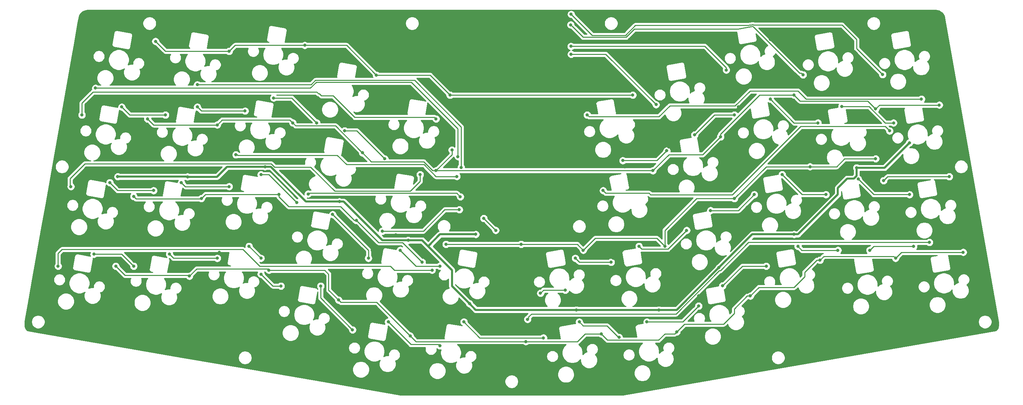
<source format=gbr>
%TF.GenerationSoftware,KiCad,Pcbnew,(5.1.10)-1*%
%TF.CreationDate,2021-09-29T15:51:44-06:00*%
%TF.ProjectId,VColMX44,56436f6c-4d58-4343-942e-6b696361645f,rev?*%
%TF.SameCoordinates,Original*%
%TF.FileFunction,Copper,L1,Top*%
%TF.FilePolarity,Positive*%
%FSLAX46Y46*%
G04 Gerber Fmt 4.6, Leading zero omitted, Abs format (unit mm)*
G04 Created by KiCad (PCBNEW (5.1.10)-1) date 2021-09-29 15:51:44*
%MOMM*%
%LPD*%
G01*
G04 APERTURE LIST*
%TA.AperFunction,ViaPad*%
%ADD10C,0.800000*%
%TD*%
%TA.AperFunction,Conductor*%
%ADD11C,0.500000*%
%TD*%
%TA.AperFunction,Conductor*%
%ADD12C,0.250000*%
%TD*%
%TA.AperFunction,Conductor*%
%ADD13C,0.254000*%
%TD*%
%TA.AperFunction,Conductor*%
%ADD14C,0.100000*%
%TD*%
G04 APERTURE END LIST*
D10*
%TO.N,GND*%
X37500000Y-112500000D03*
X57000000Y-113000000D03*
X115000000Y-111000000D03*
X112000000Y-130000000D03*
X118500000Y-92500000D03*
X63500000Y-75500000D03*
X47500000Y-57000000D03*
X86500000Y-55500000D03*
X104000000Y-64500000D03*
X121500000Y-74000000D03*
X242500000Y-58500000D03*
X224000000Y-58500000D03*
X204000000Y-57000000D03*
X246000000Y-77000000D03*
X227000000Y-77500000D03*
X207000000Y-75000000D03*
X189500000Y-85000000D03*
X172000000Y-94000000D03*
X178500000Y-90000000D03*
X175500000Y-113000000D03*
X211000000Y-94500000D03*
X193000000Y-104000000D03*
X230500000Y-96000000D03*
X249500000Y-96000000D03*
X252500000Y-114500000D03*
X214000000Y-113000000D03*
X197000000Y-122500000D03*
X178500000Y-131500000D03*
X159500000Y-132000000D03*
X156000000Y-113000000D03*
X233500000Y-115000000D03*
X186500000Y-66500000D03*
X168500000Y-75500000D03*
X130500000Y-130000000D03*
X134500000Y-112000000D03*
X44000000Y-75000000D03*
X40500000Y-94000000D03*
X60000000Y-94500000D03*
X83000000Y-74000000D03*
X79500000Y-93000000D03*
X76500000Y-111500000D03*
X94000000Y-120500000D03*
X97500000Y-102000000D03*
X101000000Y-83500000D03*
X144000000Y-115500000D03*
X217000000Y-78000000D03*
X223000000Y-76000000D03*
X218000000Y-69000000D03*
X205000000Y-83000000D03*
X208000000Y-79000000D03*
X190000000Y-93000000D03*
X175000000Y-102000000D03*
X201000000Y-80000000D03*
X237000000Y-78000000D03*
X227000000Y-72000000D03*
X236000000Y-111000000D03*
X70000000Y-115000000D03*
X231000000Y-104000000D03*
X215000000Y-58000000D03*
X107150000Y-77700000D03*
X112500000Y-79950000D03*
X124400000Y-87150000D03*
X128850000Y-87850000D03*
X134100000Y-89750000D03*
X94100000Y-91550000D03*
X128950000Y-107250000D03*
X127000000Y-110800000D03*
X120900000Y-107150000D03*
X140000000Y-104000000D03*
X82000000Y-62000000D03*
X66000000Y-56000000D03*
X64000000Y-59000000D03*
X77000000Y-59000000D03*
X96000000Y-56000000D03*
X98000000Y-73000000D03*
X93000000Y-77000000D03*
X76000000Y-73000000D03*
X68000000Y-73000000D03*
X57000000Y-74000000D03*
X48000000Y-73000000D03*
X57000000Y-61000000D03*
X90000000Y-68000000D03*
X94000000Y-68000000D03*
X114000000Y-67000000D03*
X94000000Y-74000000D03*
X56000000Y-108000000D03*
X63000000Y-108000000D03*
X67000000Y-108000000D03*
X71000000Y-108000000D03*
X75000000Y-108000000D03*
X83000000Y-108000000D03*
X87000000Y-108000000D03*
X92000000Y-108000000D03*
X52000000Y-108000000D03*
X49000000Y-108000000D03*
X43000000Y-108000000D03*
X38000000Y-108000000D03*
X245000000Y-106000000D03*
X220000000Y-104000000D03*
X208000000Y-104000000D03*
X185000000Y-104000000D03*
X190000000Y-122000000D03*
X208000000Y-119000000D03*
X223000000Y-115000000D03*
X214000000Y-111000000D03*
X210000000Y-111000000D03*
X240000000Y-98000000D03*
X232000000Y-93000000D03*
X239000000Y-86000000D03*
X228000000Y-85000000D03*
X222000000Y-85000000D03*
X211000000Y-89000000D03*
X238000000Y-69000000D03*
X242000000Y-61000000D03*
X234000000Y-60000000D03*
X221000000Y-57000000D03*
X202000000Y-61000000D03*
X197000000Y-67000000D03*
X177000000Y-62000000D03*
X197000000Y-62000000D03*
X183000000Y-85000000D03*
X192000000Y-81000000D03*
X167000000Y-88000000D03*
X167000000Y-96000000D03*
X160000000Y-105000000D03*
X151000000Y-84000000D03*
X150000000Y-95000000D03*
X151000000Y-66000000D03*
X151000000Y-58000000D03*
X253000000Y-90000000D03*
%TO.N,VCC*%
X51000000Y-92500000D03*
X68543478Y-92543478D03*
X88000000Y-90000000D03*
X106716589Y-98783411D03*
X124000000Y-108500000D03*
X139394960Y-124394960D03*
X202121031Y-115378969D03*
X236717707Y-90282293D03*
X250006298Y-83993702D03*
X221000000Y-107000000D03*
X141000000Y-107000000D03*
X187000026Y-126000000D03*
X166287253Y-125999997D03*
%TO.N,ROW1*%
X60500000Y-58500000D03*
X79000000Y-61000000D03*
X98000000Y-59500000D03*
X116000000Y-67000000D03*
X134500000Y-72000006D03*
X180450006Y-72000006D03*
%TO.N,ROW2*%
X58500000Y-78000000D03*
X76000000Y-79500000D03*
X95000000Y-79000000D03*
X112500000Y-86500000D03*
X257500000Y-74500000D03*
X241500000Y-75500000D03*
X202500000Y-82500000D03*
X131000000Y-91000000D03*
X185500000Y-91000000D03*
X221000002Y-72000000D03*
X135000000Y-85800000D03*
%TO.N,ROW3*%
X55000000Y-97500000D03*
X72000000Y-98000000D03*
X91500000Y-97000000D03*
X127500000Y-114000000D03*
X260000000Y-92500000D03*
X243500000Y-93500000D03*
X241500000Y-88000000D03*
X188500000Y-110000000D03*
X133500000Y-109500000D03*
X168000000Y-111000000D03*
X111000000Y-103500000D03*
X206000000Y-98000000D03*
X225000000Y-90000000D03*
X152400000Y-109500000D03*
%TO.N,ROW4*%
X50500000Y-115000000D03*
X69000000Y-117500000D03*
X89000000Y-116000000D03*
X106500000Y-123500000D03*
X124500000Y-132500000D03*
X172500000Y-132000000D03*
X191500000Y-131500000D03*
X210000000Y-122500000D03*
X227500000Y-113500000D03*
X246500000Y-113000000D03*
X263500000Y-111500000D03*
X153566821Y-133933179D03*
%TO.N,COL1*%
X45400000Y-70250000D03*
X136500000Y-87450000D03*
%TO.N,COL2*%
X71000000Y-69400000D03*
X137300000Y-90200000D03*
%TO.N,COL3*%
X136225000Y-92450000D03*
X80700000Y-87000000D03*
%TO.N,COL4*%
X137100000Y-97550000D03*
X98850000Y-96850000D03*
%TO.N,COL5*%
X136850000Y-100800000D03*
X117500000Y-106200000D03*
%TO.N,COL6*%
X163500000Y-121000000D03*
X157250000Y-121800000D03*
%TO.N,COL8*%
X186300000Y-74400000D03*
X164950000Y-61750000D03*
%TO.N,COL9*%
X203950000Y-65700000D03*
X164900000Y-59750000D03*
%TO.N,COL10*%
X223250000Y-66900000D03*
X164850000Y-54350000D03*
%TO.N,COL11*%
X243250000Y-66850000D03*
X164950000Y-51700000D03*
%TO.N,RGB6*%
X131000000Y-78000000D03*
X42000000Y-77000000D03*
%TO.N,RGB7*%
X52000000Y-75000000D03*
X63000000Y-77000000D03*
%TO.N,RGB8*%
X71000000Y-75000000D03*
X83000000Y-76000000D03*
%TO.N,RGB9*%
X90180579Y-72725010D03*
X101000000Y-79000000D03*
%TO.N,RGB10*%
X108012653Y-80987347D03*
X118136262Y-88024990D03*
%TO.N,RGB11*%
X127000000Y-92000000D03*
X39225000Y-95000000D03*
%TO.N,RGB16*%
X122000000Y-111000000D03*
X132000000Y-115000000D03*
%TO.N,RGB17*%
X130000000Y-116000000D03*
X36000000Y-115000000D03*
%TO.N,RGB12*%
X49000000Y-94000000D03*
X60000000Y-96000000D03*
%TO.N,RGB13*%
X67000000Y-94000000D03*
X79000000Y-95000000D03*
%TO.N,RGB14*%
X87000000Y-92000000D03*
X96000000Y-99000000D03*
%TO.N,RGB15*%
X105000000Y-102000000D03*
X114000000Y-113000000D03*
%TO.N,RGB34*%
X237101041Y-93101041D03*
X250000000Y-97000000D03*
%TO.N,RGB29*%
X255000000Y-109000000D03*
X154000000Y-128350000D03*
%TO.N,RGB28*%
X240000000Y-111000000D03*
X251032693Y-110000000D03*
%TO.N,RGB30*%
X166000000Y-113000000D03*
X175000000Y-114000000D03*
%TO.N,RGB31*%
X182000000Y-110000000D03*
X194000000Y-106000000D03*
%TO.N,RGB32*%
X200000000Y-101000000D03*
X211000000Y-97000000D03*
%TO.N,RGB33*%
X218000000Y-92000000D03*
X229000000Y-97000000D03*
%TO.N,RGB18*%
X45000000Y-112000000D03*
X55000000Y-115000000D03*
%TO.N,RGB19*%
X64000000Y-112000000D03*
X76000000Y-113000000D03*
%TO.N,RGB20*%
X84000000Y-110000000D03*
X92000000Y-120000000D03*
X87000000Y-117000000D03*
X86999993Y-112999993D03*
%TO.N,RGB21*%
X102000000Y-120000000D03*
X110000000Y-131000000D03*
%TO.N,RGB22*%
X119000000Y-129000000D03*
X132000000Y-135000000D03*
%TO.N,RGB23*%
X138000000Y-129000000D03*
X158000000Y-133000000D03*
%TO.N,RGB24*%
X167000000Y-129000000D03*
X177000000Y-132863287D03*
%TO.N,RGB25*%
X184000000Y-129000000D03*
X197000000Y-125000000D03*
%TO.N,RGB26*%
X203039386Y-119938082D03*
X214000000Y-115000000D03*
%TO.N,RGB27*%
X221954434Y-110000000D03*
X232000000Y-111000000D03*
%TO.N,RGB35*%
X173000000Y-96000000D03*
X245000000Y-81000000D03*
%TO.N,RGB40*%
X169000000Y-77000000D03*
X253000000Y-73000000D03*
%TO.N,RGB36*%
X177948422Y-88461999D03*
X189000000Y-86000000D03*
%TO.N,RGB37*%
X196000000Y-82000000D03*
X206000000Y-77000000D03*
%TO.N,RGB38*%
X215000000Y-73000000D03*
X227000000Y-79000000D03*
%TO.N,RGB39*%
X232980700Y-74890541D03*
X246000000Y-79000000D03*
%TO.N,Net-(SW1-Pad1)*%
X143000000Y-103000000D03*
X146000000Y-106000000D03*
%TD*%
D11*
%TO.N,VCC*%
X68500000Y-92500000D02*
X68543478Y-92543478D01*
X51000000Y-92500000D02*
X68500000Y-92500000D01*
X68543478Y-92543478D02*
X75956522Y-92543478D01*
X78500000Y-90000000D02*
X88000000Y-90000000D01*
X75956522Y-92543478D02*
X78500000Y-90000000D01*
X88000000Y-90000000D02*
X89500000Y-90000000D01*
X98283411Y-98783411D02*
X106716589Y-98783411D01*
X89500000Y-90000000D02*
X98283411Y-98783411D01*
X106716589Y-98783411D02*
X107783411Y-98783411D01*
X117500000Y-108500000D02*
X124000000Y-108500000D01*
X107783411Y-98783411D02*
X117500000Y-108500000D01*
X243717707Y-90282293D02*
X250006298Y-83993702D01*
X236717707Y-90282293D02*
X243717707Y-90282293D01*
X135000000Y-120000000D02*
X139394960Y-124394960D01*
X135000000Y-116000000D02*
X135000000Y-120000000D01*
X124000000Y-108500000D02*
X127500000Y-108500000D01*
X210500000Y-107000000D02*
X221000000Y-107000000D01*
X202121031Y-115378969D02*
X210500000Y-107000000D01*
X222000000Y-107000000D02*
X221000000Y-107000000D01*
X232000000Y-97000000D02*
X222000000Y-107000000D01*
X232000000Y-95356493D02*
X232000000Y-97000000D01*
X234356493Y-93000000D02*
X232000000Y-95356493D01*
X236000000Y-93000000D02*
X234356493Y-93000000D01*
X236717707Y-92282293D02*
X236000000Y-93000000D01*
X236717707Y-90282293D02*
X236717707Y-92282293D01*
X132000000Y-107000000D02*
X141000000Y-107000000D01*
X129000000Y-110000000D02*
X132000000Y-107000000D01*
X127500000Y-108500000D02*
X129000000Y-110000000D01*
X129000000Y-110000000D02*
X135000000Y-116000000D01*
X191500000Y-126000000D02*
X187000026Y-126000000D01*
X202121031Y-115378969D02*
X191500000Y-126000000D01*
X166287256Y-126000000D02*
X166287253Y-125999997D01*
X187000026Y-126000000D02*
X166287256Y-126000000D01*
X140999997Y-125999997D02*
X166287253Y-125999997D01*
X139394960Y-124394960D02*
X140999997Y-125999997D01*
D12*
%TO.N,ROW1*%
X63000000Y-61000000D02*
X79000000Y-61000000D01*
X60500000Y-58500000D02*
X63000000Y-61000000D01*
X80500000Y-59500000D02*
X98000000Y-59500000D01*
X79000000Y-61000000D02*
X80500000Y-59500000D01*
X108500000Y-59500000D02*
X116000000Y-67000000D01*
X98000000Y-59500000D02*
X108500000Y-59500000D01*
X116000000Y-67000000D02*
X129499994Y-67000000D01*
X129499994Y-67000000D02*
X134500000Y-72000006D01*
X134500000Y-72000006D02*
X180450006Y-72000006D01*
%TO.N,ROW2*%
X60000000Y-79500000D02*
X76000000Y-79500000D01*
X58500000Y-78000000D02*
X60000000Y-79500000D01*
X94255268Y-78255268D02*
X95000000Y-79000000D01*
X77244732Y-78255268D02*
X94255268Y-78255268D01*
X76000000Y-79500000D02*
X77244732Y-78255268D01*
X242500000Y-74500000D02*
X241500000Y-75500000D01*
X257500000Y-74500000D02*
X242500000Y-74500000D01*
X131000000Y-91000000D02*
X185500000Y-91000000D01*
X202500000Y-82500000D02*
X198042570Y-86957430D01*
X198042570Y-86957430D02*
X189542570Y-86957430D01*
X189542570Y-86957430D02*
X185500000Y-91000000D01*
X95000000Y-79000000D02*
X95725002Y-79725002D01*
X112100001Y-86100001D02*
X112500000Y-86500000D01*
X105725002Y-79725002D02*
X112100001Y-86100001D01*
X95725002Y-79725002D02*
X105725002Y-79725002D01*
X222500002Y-73500000D02*
X221000002Y-72000000D01*
X241500000Y-75500000D02*
X239500000Y-73500000D01*
X239500000Y-73500000D02*
X222500002Y-73500000D01*
X202500000Y-82500000D02*
X202500000Y-81828324D01*
X202500000Y-81828324D02*
X212328324Y-72000000D01*
X212328324Y-72000000D02*
X221000002Y-72000000D01*
X135000000Y-87000000D02*
X135000000Y-85800000D01*
X131000000Y-91000000D02*
X135000000Y-87000000D01*
X127900000Y-88750000D02*
X130150000Y-91000000D01*
X114750000Y-88750000D02*
X127900000Y-88750000D01*
X112500000Y-86500000D02*
X114750000Y-88750000D01*
X130150000Y-91000000D02*
X131000000Y-91000000D01*
%TO.N,ROW3*%
X71914661Y-98085339D02*
X72000000Y-98000000D01*
X55585339Y-98085339D02*
X71914661Y-98085339D01*
X55000000Y-97500000D02*
X55585339Y-98085339D01*
X91466614Y-96966614D02*
X91500000Y-97000000D01*
X73033386Y-96966614D02*
X91466614Y-96966614D01*
X72000000Y-98000000D02*
X73033386Y-96966614D01*
X244500000Y-92500000D02*
X243500000Y-93500000D01*
X260000000Y-92500000D02*
X244500000Y-92500000D01*
X166500000Y-109500000D02*
X168000000Y-111000000D01*
X122575010Y-109075010D02*
X116575010Y-109075010D01*
X127500000Y-114000000D02*
X122575010Y-109075010D01*
X116575010Y-109075010D02*
X111000000Y-103500000D01*
X110500000Y-103500000D02*
X111000000Y-103500000D01*
X107000000Y-100000000D02*
X110500000Y-103500000D01*
X93934315Y-100000000D02*
X107000000Y-100000000D01*
X91500000Y-97565685D02*
X93934315Y-100000000D01*
X91500000Y-97000000D02*
X91500000Y-97565685D01*
X186500000Y-108000000D02*
X188500000Y-110000000D01*
X171000000Y-108000000D02*
X186500000Y-108000000D01*
X168000000Y-111000000D02*
X171000000Y-108000000D01*
X188500000Y-106000000D02*
X196500000Y-98000000D01*
X188500000Y-110000000D02*
X188500000Y-106000000D01*
X196500000Y-98000000D02*
X206000000Y-98000000D01*
X214000000Y-90000000D02*
X225000000Y-90000000D01*
X206000000Y-98000000D02*
X214000000Y-90000000D01*
X233686812Y-88000000D02*
X231686812Y-90000000D01*
X241500000Y-88000000D02*
X233686812Y-88000000D01*
X231686812Y-90000000D02*
X225000000Y-90000000D01*
X152400000Y-109500000D02*
X166500000Y-109500000D01*
X133500000Y-109500000D02*
X152400000Y-109500000D01*
%TO.N,ROW4*%
X68802684Y-117302684D02*
X69000000Y-117500000D01*
X52802684Y-117302684D02*
X68802684Y-117302684D01*
X50500000Y-115000000D02*
X52802684Y-117302684D01*
X88677961Y-115677961D02*
X89000000Y-116000000D01*
X70822039Y-115677961D02*
X88677961Y-115677961D01*
X69000000Y-117500000D02*
X70822039Y-115677961D01*
X116094696Y-124094696D02*
X124500000Y-132500000D01*
X107094696Y-124094696D02*
X116094696Y-124094696D01*
X106500000Y-123500000D02*
X107094696Y-124094696D01*
X205969978Y-125752990D02*
X209222968Y-122500000D01*
X205969978Y-126849304D02*
X205969978Y-125752990D01*
X209222968Y-122500000D02*
X210000000Y-122500000D01*
X203283157Y-129536125D02*
X205969978Y-126849304D01*
X193463875Y-129536125D02*
X203283157Y-129536125D01*
X191500000Y-131500000D02*
X193463875Y-129536125D01*
X226684264Y-113500000D02*
X227500000Y-113500000D01*
X223639436Y-116544828D02*
X226684264Y-113500000D01*
X223639436Y-117641142D02*
X223639436Y-116544828D01*
X220952615Y-120327963D02*
X223639436Y-117641142D01*
X212172037Y-120327963D02*
X220952615Y-120327963D01*
X210000000Y-122500000D02*
X212172037Y-120327963D01*
X246012125Y-112512125D02*
X246500000Y-113000000D01*
X228487875Y-112512125D02*
X246012125Y-112512125D01*
X227500000Y-113500000D02*
X228487875Y-112512125D01*
X248000000Y-111500000D02*
X263500000Y-111500000D01*
X246500000Y-113000000D02*
X248000000Y-111500000D01*
X188500000Y-132000000D02*
X191000000Y-132000000D01*
X191000000Y-132000000D02*
X191500000Y-131500000D01*
X186911713Y-133588287D02*
X188500000Y-132000000D01*
X174088287Y-133588287D02*
X186911713Y-133588287D01*
X172500000Y-132000000D02*
X174088287Y-133588287D01*
X168500000Y-132000000D02*
X172500000Y-132000000D01*
X166566821Y-133933179D02*
X168500000Y-132000000D01*
X124500000Y-132500000D02*
X125933179Y-133933179D01*
X104000000Y-121000000D02*
X106500000Y-123500000D01*
X104000000Y-117000000D02*
X104000000Y-121000000D01*
X103000000Y-116000000D02*
X104000000Y-117000000D01*
X89000000Y-116000000D02*
X103000000Y-116000000D01*
X153566821Y-133933179D02*
X166566821Y-133933179D01*
X125933179Y-133933179D02*
X153566821Y-133933179D01*
%TO.N,COL1*%
X45400000Y-70250000D02*
X99386411Y-70250000D01*
X99386411Y-70250000D02*
X100884330Y-68752081D01*
X100884330Y-68752081D02*
X124752081Y-68752081D01*
X124752081Y-68752081D02*
X136500000Y-80500000D01*
X136500000Y-80500000D02*
X136500000Y-87450000D01*
%TO.N,COL2*%
X137300000Y-80000000D02*
X137300000Y-90200000D01*
X125602072Y-68302072D02*
X137300000Y-80000000D01*
X100697928Y-68302072D02*
X125602072Y-68302072D01*
X71000000Y-69400000D02*
X99600000Y-69400000D01*
X99600000Y-69400000D02*
X100697928Y-68302072D01*
%TO.N,COL3*%
X81200000Y-87150000D02*
X81050000Y-87000000D01*
X106200000Y-87150000D02*
X81200000Y-87150000D01*
X108520561Y-89470561D02*
X106200000Y-87150000D01*
X127984151Y-89470561D02*
X108520561Y-89470561D01*
X81050000Y-87000000D02*
X80700000Y-87000000D01*
X130963590Y-92450000D02*
X127984151Y-89470561D01*
X136225000Y-92450000D02*
X130963590Y-92450000D01*
%TO.N,COL4*%
X99028410Y-96671590D02*
X98850000Y-96850000D01*
X136221590Y-96671590D02*
X99028410Y-96671590D01*
X137100000Y-97550000D02*
X136221590Y-96671590D01*
%TO.N,COL5*%
X127800000Y-106200000D02*
X117500000Y-106200000D01*
X133200000Y-100800000D02*
X127800000Y-106200000D01*
X136850000Y-100800000D02*
X133200000Y-100800000D01*
%TO.N,COL6*%
X158050000Y-121000000D02*
X157250000Y-121800000D01*
X163500000Y-121000000D02*
X158050000Y-121000000D01*
%TO.N,COL8*%
X186300000Y-74400000D02*
X173650000Y-61750000D01*
X173650000Y-61750000D02*
X164950000Y-61750000D01*
%TO.N,COL9*%
X198565685Y-59750000D02*
X164900000Y-59750000D01*
X203950000Y-65134315D02*
X198565685Y-59750000D01*
X203950000Y-65700000D02*
X203950000Y-65134315D01*
%TO.N,COL10*%
X167950011Y-57450011D02*
X165249999Y-54749999D01*
X222366871Y-66500001D02*
X210796765Y-54929895D01*
X210794963Y-54919674D02*
X210557443Y-54753360D01*
X178786400Y-57450011D02*
X167950011Y-57450011D01*
X180842296Y-55394114D02*
X178786400Y-57450011D01*
X223250000Y-66900000D02*
X222850001Y-66500001D01*
X206923546Y-55394114D02*
X180842296Y-55394114D01*
X210557443Y-54753360D02*
X206923546Y-55394114D01*
X210796765Y-54929895D02*
X210794963Y-54919674D01*
X222850001Y-66500001D02*
X222366871Y-66500001D01*
X165249999Y-54749999D02*
X164850000Y-54350000D01*
%TO.N,COL11*%
X168500000Y-55250000D02*
X164950000Y-51700000D01*
X170250000Y-57000000D02*
X168500000Y-55250000D01*
X178600000Y-57000000D02*
X170250000Y-57000000D01*
X181100000Y-54500000D02*
X178600000Y-57000000D01*
X209402811Y-54500000D02*
X181100000Y-54500000D01*
X210662868Y-54277818D02*
X209402811Y-54500000D01*
X233050000Y-54400000D02*
X210837361Y-54400000D01*
X236700000Y-58050000D02*
X233050000Y-54400000D01*
X243250000Y-66850000D02*
X236700000Y-60300000D01*
X210837361Y-54400000D02*
X210662868Y-54277818D01*
X236700000Y-60300000D02*
X236700000Y-58050000D01*
%TO.N,RGB6*%
X42000000Y-74000000D02*
X42000000Y-77000000D01*
X44800000Y-71200000D02*
X42000000Y-74000000D01*
X101000000Y-71200000D02*
X44800000Y-71200000D01*
X101500000Y-71700000D02*
X101000000Y-71200000D01*
X102150000Y-72150000D02*
X101700000Y-71700000D01*
X105150000Y-72150000D02*
X102150000Y-72150000D01*
X110600001Y-77600001D02*
X105150000Y-72150000D01*
X130600001Y-77600001D02*
X110600001Y-77600001D01*
X101700000Y-71700000D02*
X101500000Y-71700000D01*
X131000000Y-78000000D02*
X130600001Y-77600001D01*
%TO.N,RGB7*%
X54000000Y-77000000D02*
X63000000Y-77000000D01*
X52000000Y-75000000D02*
X54000000Y-77000000D01*
%TO.N,RGB8*%
X72000000Y-76000000D02*
X83000000Y-76000000D01*
X71000000Y-75000000D02*
X72000000Y-76000000D01*
%TO.N,RGB9*%
X94725010Y-72725010D02*
X101000000Y-79000000D01*
X90180579Y-72725010D02*
X94725010Y-72725010D01*
%TO.N,RGB10*%
X111098619Y-80987347D02*
X118136262Y-88024990D01*
X108012653Y-80987347D02*
X111098619Y-80987347D01*
%TO.N,RGB11*%
X90419483Y-90106297D02*
X89588185Y-89274999D01*
X99505044Y-90106297D02*
X90419483Y-90106297D01*
X105564339Y-96165592D02*
X99505044Y-90106297D01*
X124544760Y-96165592D02*
X105564339Y-96165592D01*
X127000000Y-93710352D02*
X124544760Y-96165592D01*
X89588185Y-89274999D02*
X42725001Y-89274999D01*
X127000000Y-92000000D02*
X127000000Y-93710352D01*
X42725001Y-89274999D02*
X39000000Y-93000000D01*
X39000000Y-94775000D02*
X39225000Y-95000000D01*
X39000000Y-93000000D02*
X39000000Y-94775000D01*
%TO.N,RGB16*%
X126000000Y-115000000D02*
X132000000Y-115000000D01*
X122000000Y-111000000D02*
X126000000Y-115000000D01*
%TO.N,RGB17*%
X36000000Y-111774999D02*
X36000000Y-115000000D01*
X82425351Y-110774999D02*
X37000000Y-110774999D01*
X86650352Y-115000000D02*
X82425351Y-110774999D01*
X119534682Y-115000000D02*
X86650352Y-115000000D01*
X37000000Y-110774999D02*
X36000000Y-111774999D01*
X120534682Y-116000000D02*
X119534682Y-115000000D01*
X130000000Y-116000000D02*
X120534682Y-116000000D01*
%TO.N,RGB12*%
X51000000Y-96000000D02*
X60000000Y-96000000D01*
X49000000Y-94000000D02*
X51000000Y-96000000D01*
%TO.N,RGB13*%
X68000000Y-95000000D02*
X79000000Y-95000000D01*
X67000000Y-94000000D02*
X68000000Y-95000000D01*
%TO.N,RGB14*%
X89000000Y-92000000D02*
X96000000Y-99000000D01*
X87000000Y-92000000D02*
X89000000Y-92000000D01*
%TO.N,RGB15*%
X114000000Y-111000000D02*
X114000000Y-113000000D01*
X105000000Y-102000000D02*
X114000000Y-111000000D01*
%TO.N,RGB34*%
X241000000Y-97000000D02*
X250000000Y-97000000D01*
X237101041Y-93101041D02*
X241000000Y-97000000D01*
%TO.N,RGB29*%
X154274990Y-128075010D02*
X154000000Y-128350000D01*
X154274990Y-127725010D02*
X154274990Y-128075010D01*
X191313186Y-127000000D02*
X155000000Y-127000000D01*
X155000000Y-127000000D02*
X154274990Y-127725010D01*
X202209216Y-116103970D02*
X191313186Y-127000000D01*
X202469032Y-116103970D02*
X202209216Y-116103970D01*
X209573002Y-109000000D02*
X202469032Y-116103970D01*
X255000000Y-109000000D02*
X209573002Y-109000000D01*
%TO.N,RGB28*%
X240000000Y-111000000D02*
X241000000Y-110000000D01*
X241000000Y-110000000D02*
X251032693Y-110000000D01*
%TO.N,RGB30*%
X167000000Y-114000000D02*
X175000000Y-114000000D01*
X166000000Y-113000000D02*
X167000000Y-114000000D01*
%TO.N,RGB31*%
X189274999Y-110725001D02*
X194000000Y-106000000D01*
X182725001Y-110725001D02*
X189274999Y-110725001D01*
X182000000Y-110000000D02*
X182725001Y-110725001D01*
%TO.N,RGB32*%
X207000000Y-101000000D02*
X211000000Y-97000000D01*
X200000000Y-101000000D02*
X207000000Y-101000000D01*
%TO.N,RGB33*%
X223000000Y-97000000D02*
X229000000Y-97000000D01*
X218000000Y-92000000D02*
X223000000Y-97000000D01*
%TO.N,RGB18*%
X52000000Y-112000000D02*
X55000000Y-115000000D01*
X45000000Y-112000000D02*
X52000000Y-112000000D01*
%TO.N,RGB19*%
X65000000Y-113000000D02*
X76000000Y-113000000D01*
X64000000Y-112000000D02*
X65000000Y-113000000D01*
%TO.N,RGB20*%
X90000000Y-120000000D02*
X87000000Y-117000000D01*
X92000000Y-120000000D02*
X90000000Y-120000000D01*
X84000000Y-110000000D02*
X86999993Y-112999993D01*
%TO.N,RGB21*%
X102000000Y-123000000D02*
X110000000Y-131000000D01*
X102000000Y-120000000D02*
X102000000Y-123000000D01*
%TO.N,RGB22*%
X131682044Y-134682044D02*
X132000000Y-135000000D01*
X124682044Y-134682044D02*
X131682044Y-134682044D01*
X119000000Y-129000000D02*
X124682044Y-134682044D01*
%TO.N,RGB23*%
X142000000Y-133000000D02*
X158000000Y-133000000D01*
X138000000Y-129000000D02*
X142000000Y-133000000D01*
%TO.N,RGB24*%
X167000000Y-129000000D02*
X168000000Y-130000000D01*
X168000000Y-130000000D02*
X174000000Y-130000000D01*
X176863287Y-132863287D02*
X177000000Y-132863287D01*
X174000000Y-130000000D02*
X176863287Y-132863287D01*
%TO.N,RGB25*%
X193000000Y-129000000D02*
X197000000Y-125000000D01*
X184000000Y-129000000D02*
X193000000Y-129000000D01*
%TO.N,RGB26*%
X207977468Y-115000000D02*
X214000000Y-115000000D01*
X203039386Y-119938082D02*
X207977468Y-115000000D01*
%TO.N,RGB27*%
X222954434Y-111000000D02*
X232000000Y-111000000D01*
X221954434Y-110000000D02*
X222954434Y-111000000D01*
%TO.N,RGB35*%
X173671590Y-96671590D02*
X173000000Y-96000000D01*
X184556950Y-96671590D02*
X173671590Y-96671590D01*
X184942680Y-97057320D02*
X184556950Y-96671590D01*
X205494930Y-97057320D02*
X184942680Y-97057320D01*
X222672260Y-79879990D02*
X205494930Y-97057320D01*
X243879990Y-79879990D02*
X222672260Y-79879990D01*
X245000000Y-81000000D02*
X243879990Y-79879990D01*
%TO.N,RGB40*%
X209926998Y-71000000D02*
X222000000Y-71000000D01*
X206185103Y-74741895D02*
X209926998Y-71000000D01*
X195586393Y-74741895D02*
X206185103Y-74741895D01*
X224000000Y-73000000D02*
X253000000Y-73000000D01*
X195540469Y-74695971D02*
X195586393Y-74741895D01*
X189773930Y-74695971D02*
X195540469Y-74695971D01*
X222000000Y-71000000D02*
X224000000Y-73000000D01*
X187015656Y-77454245D02*
X189773930Y-74695971D01*
X169454245Y-77454245D02*
X187015656Y-77454245D01*
X169000000Y-77000000D02*
X169454245Y-77454245D01*
%TO.N,RGB36*%
X186538001Y-88461999D02*
X189000000Y-86000000D01*
X177948422Y-88461999D02*
X186538001Y-88461999D01*
%TO.N,RGB37*%
X201000000Y-77000000D02*
X206000000Y-77000000D01*
X196000000Y-82000000D02*
X201000000Y-77000000D01*
%TO.N,RGB38*%
X221000000Y-79000000D02*
X227000000Y-79000000D01*
X215000000Y-73000000D02*
X221000000Y-79000000D01*
%TO.N,RGB39*%
X243926998Y-79000000D02*
X246000000Y-79000000D01*
X239817539Y-74890541D02*
X243926998Y-79000000D01*
X232980700Y-74890541D02*
X239817539Y-74890541D01*
%TO.N,Net-(SW1-Pad1)*%
X143000000Y-103000000D02*
X146000000Y-106000000D01*
%TD*%
D13*
%TO.N,GND*%
X256994711Y-50707669D02*
X257431318Y-50839489D01*
X257834003Y-51053600D01*
X258187431Y-51341850D01*
X258478144Y-51693264D01*
X258695058Y-52094439D01*
X258837688Y-52555201D01*
X258850589Y-52624599D01*
X272340001Y-129057797D01*
X272339997Y-129967718D01*
X272311372Y-130259659D01*
X272235961Y-130509430D01*
X272113476Y-130739791D01*
X271948577Y-130941977D01*
X271739122Y-131115253D01*
X271664606Y-131158767D01*
X177943450Y-147340000D01*
X122056562Y-147340000D01*
X101721641Y-143829117D01*
X148265000Y-143829117D01*
X148265000Y-144170883D01*
X148331675Y-144506081D01*
X148462463Y-144821831D01*
X148652337Y-145105998D01*
X148894002Y-145347663D01*
X149178169Y-145537537D01*
X149493919Y-145668325D01*
X149829117Y-145735000D01*
X150170883Y-145735000D01*
X150506081Y-145668325D01*
X150821831Y-145537537D01*
X151105998Y-145347663D01*
X151347663Y-145105998D01*
X151537537Y-144821831D01*
X151668325Y-144506081D01*
X151735000Y-144170883D01*
X151735000Y-143829117D01*
X151668325Y-143493919D01*
X151537537Y-143178169D01*
X151347663Y-142894002D01*
X151105998Y-142652337D01*
X150821831Y-142462463D01*
X150506081Y-142331675D01*
X150170883Y-142265000D01*
X149829117Y-142265000D01*
X149493919Y-142331675D01*
X149178169Y-142462463D01*
X148894002Y-142652337D01*
X148652337Y-142894002D01*
X148462463Y-143178169D01*
X148331675Y-143493919D01*
X148265000Y-143829117D01*
X101721641Y-143829117D01*
X84007759Y-140770764D01*
X109983758Y-140770764D01*
X109983758Y-141191322D01*
X110065805Y-141603799D01*
X110226746Y-141992345D01*
X110460395Y-142342026D01*
X110757775Y-142639406D01*
X111107456Y-142873055D01*
X111496002Y-143033996D01*
X111908479Y-143116043D01*
X112329037Y-143116043D01*
X112741514Y-143033996D01*
X113130060Y-142873055D01*
X113479741Y-142639406D01*
X113777121Y-142342026D01*
X114010770Y-141992345D01*
X114171711Y-141603799D01*
X114253758Y-141191322D01*
X114253758Y-140770764D01*
X114171711Y-140358287D01*
X114010770Y-139969741D01*
X113777121Y-139620060D01*
X113479741Y-139322680D01*
X113130060Y-139089031D01*
X112741514Y-138928090D01*
X112329037Y-138846043D01*
X111908479Y-138846043D01*
X111496002Y-138928090D01*
X111107456Y-139089031D01*
X110757775Y-139322680D01*
X110460395Y-139620060D01*
X110226746Y-139969741D01*
X110065805Y-140358287D01*
X109983758Y-140770764D01*
X84007759Y-140770764D01*
X66969834Y-137829117D01*
X81265000Y-137829117D01*
X81265000Y-138170883D01*
X81331675Y-138506081D01*
X81462463Y-138821831D01*
X81652337Y-139105998D01*
X81894002Y-139347663D01*
X82178169Y-139537537D01*
X82493919Y-139668325D01*
X82829117Y-139735000D01*
X83170883Y-139735000D01*
X83506081Y-139668325D01*
X83821831Y-139537537D01*
X84105998Y-139347663D01*
X84347663Y-139105998D01*
X84537537Y-138821831D01*
X84668325Y-138506081D01*
X84735000Y-138170883D01*
X84735000Y-137829117D01*
X84668325Y-137493919D01*
X84537537Y-137178169D01*
X84347663Y-136894002D01*
X84105998Y-136652337D01*
X83821831Y-136462463D01*
X83506081Y-136331675D01*
X83170883Y-136265000D01*
X82829117Y-136265000D01*
X82493919Y-136331675D01*
X82178169Y-136462463D01*
X81894002Y-136652337D01*
X81652337Y-136894002D01*
X81462463Y-137178169D01*
X81331675Y-137493919D01*
X81265000Y-137829117D01*
X66969834Y-137829117D01*
X52833460Y-135388431D01*
X108989479Y-135388431D01*
X108989479Y-135685875D01*
X109047508Y-135977604D01*
X109161335Y-136252406D01*
X109326586Y-136499722D01*
X109536910Y-136710046D01*
X109784226Y-136875297D01*
X110059028Y-136989124D01*
X110350757Y-137047153D01*
X110648201Y-137047153D01*
X110939930Y-136989124D01*
X111214732Y-136875297D01*
X111462048Y-136710046D01*
X111672372Y-136499722D01*
X111837623Y-136252406D01*
X111875997Y-136159761D01*
X112867302Y-136159761D01*
X112867302Y-136678811D01*
X112968563Y-137187887D01*
X113167195Y-137667427D01*
X113455564Y-138099001D01*
X113822587Y-138466024D01*
X114254161Y-138754393D01*
X114733701Y-138953025D01*
X115242777Y-139054286D01*
X115761827Y-139054286D01*
X116270903Y-138953025D01*
X116750443Y-138754393D01*
X116881704Y-138666687D01*
X116760400Y-138959541D01*
X116678353Y-139372018D01*
X116678353Y-139792576D01*
X116760400Y-140205053D01*
X116921341Y-140593599D01*
X117154990Y-140943280D01*
X117452370Y-141240660D01*
X117802051Y-141474309D01*
X118190597Y-141635250D01*
X118603074Y-141717297D01*
X119023632Y-141717297D01*
X119436109Y-141635250D01*
X119824655Y-141474309D01*
X120174336Y-141240660D01*
X120299340Y-141115656D01*
X129216050Y-141115656D01*
X129216050Y-141536214D01*
X129298097Y-141948691D01*
X129459038Y-142337237D01*
X129692687Y-142686918D01*
X129990067Y-142984298D01*
X130339748Y-143217947D01*
X130728294Y-143378888D01*
X131140771Y-143460935D01*
X131561329Y-143460935D01*
X131973806Y-143378888D01*
X132362352Y-143217947D01*
X132712033Y-142984298D01*
X133009413Y-142686918D01*
X133243062Y-142337237D01*
X133404003Y-141948691D01*
X133486050Y-141536214D01*
X133486050Y-141115656D01*
X133404003Y-140703179D01*
X133243062Y-140314633D01*
X133009413Y-139964952D01*
X132712033Y-139667572D01*
X132362352Y-139433923D01*
X131973806Y-139272982D01*
X131561329Y-139190935D01*
X131140771Y-139190935D01*
X130728294Y-139272982D01*
X130339748Y-139433923D01*
X129990067Y-139667572D01*
X129692687Y-139964952D01*
X129459038Y-140314633D01*
X129298097Y-140703179D01*
X129216050Y-141115656D01*
X120299340Y-141115656D01*
X120471716Y-140943280D01*
X120705365Y-140593599D01*
X120866306Y-140205053D01*
X120948353Y-139792576D01*
X120948353Y-139372018D01*
X120866306Y-138959541D01*
X120793450Y-138783650D01*
X120945576Y-138753390D01*
X121220378Y-138639563D01*
X121467694Y-138474312D01*
X121678018Y-138263988D01*
X121843269Y-138016672D01*
X121957096Y-137741870D01*
X122015125Y-137450141D01*
X122015125Y-137152697D01*
X121957096Y-136860968D01*
X121843269Y-136586166D01*
X121678018Y-136338850D01*
X121467694Y-136128526D01*
X121220378Y-135963275D01*
X120945576Y-135849448D01*
X120653847Y-135791419D01*
X120356403Y-135791419D01*
X120064674Y-135849448D01*
X119789872Y-135963275D01*
X119542556Y-136128526D01*
X119332232Y-136338850D01*
X119166981Y-136586166D01*
X119053154Y-136860968D01*
X118995125Y-137152697D01*
X118995125Y-137447297D01*
X118603074Y-137447297D01*
X118190597Y-137529344D01*
X117829822Y-137678782D01*
X117837409Y-137667427D01*
X118036041Y-137187887D01*
X118137302Y-136678811D01*
X118137302Y-136159761D01*
X118036041Y-135650685D01*
X117837409Y-135171145D01*
X117549040Y-134739571D01*
X117182017Y-134372548D01*
X116750443Y-134084179D01*
X116270903Y-133885547D01*
X115761827Y-133784286D01*
X115242777Y-133784286D01*
X114733701Y-133885547D01*
X114254161Y-134084179D01*
X113822587Y-134372548D01*
X113455564Y-134739571D01*
X113167195Y-135171145D01*
X112968563Y-135650685D01*
X112867302Y-136159761D01*
X111875997Y-136159761D01*
X111951450Y-135977604D01*
X112009479Y-135685875D01*
X112009479Y-135388431D01*
X111951450Y-135096702D01*
X111837623Y-134821900D01*
X111672372Y-134574584D01*
X111462048Y-134364260D01*
X111214732Y-134199009D01*
X110939930Y-134085182D01*
X110648201Y-134027153D01*
X110350757Y-134027153D01*
X110059028Y-134085182D01*
X109784226Y-134199009D01*
X109536910Y-134364260D01*
X109326586Y-134574584D01*
X109161335Y-134821900D01*
X109047508Y-135096702D01*
X108989479Y-135388431D01*
X52833460Y-135388431D01*
X30674381Y-131562602D01*
X92314300Y-131562602D01*
X92314300Y-131983160D01*
X92396347Y-132395637D01*
X92557288Y-132784183D01*
X92790937Y-133133864D01*
X93088317Y-133431244D01*
X93437998Y-133664893D01*
X93826544Y-133825834D01*
X94239021Y-133907881D01*
X94659579Y-133907881D01*
X95072056Y-133825834D01*
X95460602Y-133664893D01*
X95810283Y-133431244D01*
X96107663Y-133133864D01*
X96341312Y-132784183D01*
X96502253Y-132395637D01*
X96584300Y-131983160D01*
X96584300Y-131562602D01*
X96502253Y-131150125D01*
X96341312Y-130761579D01*
X96107663Y-130411898D01*
X95810283Y-130114518D01*
X95460602Y-129880869D01*
X95072056Y-129719928D01*
X94659579Y-129637881D01*
X94239021Y-129637881D01*
X93826544Y-129719928D01*
X93437998Y-129880869D01*
X93088317Y-130114518D01*
X92790937Y-130411898D01*
X92557288Y-130761579D01*
X92396347Y-131150125D01*
X92314300Y-131562602D01*
X30674381Y-131562602D01*
X28346461Y-131160680D01*
X28181290Y-131056807D01*
X27991614Y-130877658D01*
X27840346Y-130665079D01*
X27733251Y-130427170D01*
X27671940Y-130162336D01*
X27660000Y-129978583D01*
X27660000Y-129057966D01*
X27700510Y-128829117D01*
X29265000Y-128829117D01*
X29265000Y-129170883D01*
X29331675Y-129506081D01*
X29462463Y-129821831D01*
X29652337Y-130105998D01*
X29894002Y-130347663D01*
X30178169Y-130537537D01*
X30493919Y-130668325D01*
X30829117Y-130735000D01*
X31170883Y-130735000D01*
X31506081Y-130668325D01*
X31821831Y-130537537D01*
X32105998Y-130347663D01*
X32347663Y-130105998D01*
X32537537Y-129821831D01*
X32668325Y-129506081D01*
X32735000Y-129170883D01*
X32735000Y-128829117D01*
X32668325Y-128493919D01*
X32537537Y-128178169D01*
X32347663Y-127894002D01*
X32105998Y-127652337D01*
X31821831Y-127462463D01*
X31506081Y-127331675D01*
X31170883Y-127265000D01*
X30829117Y-127265000D01*
X30493919Y-127331675D01*
X30178169Y-127462463D01*
X29894002Y-127652337D01*
X29652337Y-127894002D01*
X29462463Y-128178169D01*
X29331675Y-128493919D01*
X29265000Y-128829117D01*
X27700510Y-128829117D01*
X28620101Y-123634271D01*
X35832962Y-123634271D01*
X35832962Y-124054829D01*
X35915009Y-124467306D01*
X36075950Y-124855852D01*
X36309599Y-125205533D01*
X36606979Y-125502913D01*
X36956660Y-125736562D01*
X37345206Y-125897503D01*
X37757683Y-125979550D01*
X38178241Y-125979550D01*
X38590718Y-125897503D01*
X38979264Y-125736562D01*
X39328945Y-125502913D01*
X39626325Y-125205533D01*
X39859974Y-124855852D01*
X40020915Y-124467306D01*
X40102962Y-124054829D01*
X40102962Y-123634271D01*
X40020915Y-123221794D01*
X39859974Y-122833248D01*
X39626325Y-122483567D01*
X39328945Y-122186187D01*
X38979264Y-121952538D01*
X38590718Y-121791597D01*
X38178241Y-121709550D01*
X37757683Y-121709550D01*
X37345206Y-121791597D01*
X36956660Y-121952538D01*
X36606979Y-122186187D01*
X36309599Y-122483567D01*
X36075950Y-122833248D01*
X35915009Y-123221794D01*
X35832962Y-123634271D01*
X28620101Y-123634271D01*
X29572881Y-118251938D01*
X34838683Y-118251938D01*
X34838683Y-118549382D01*
X34896712Y-118841111D01*
X35010539Y-119115913D01*
X35175790Y-119363229D01*
X35386114Y-119573553D01*
X35633430Y-119738804D01*
X35908232Y-119852631D01*
X36199961Y-119910660D01*
X36497405Y-119910660D01*
X36789134Y-119852631D01*
X37063936Y-119738804D01*
X37311252Y-119573553D01*
X37521576Y-119363229D01*
X37686827Y-119115913D01*
X37725201Y-119023268D01*
X38716506Y-119023268D01*
X38716506Y-119542318D01*
X38817767Y-120051394D01*
X39016399Y-120530934D01*
X39304768Y-120962508D01*
X39671791Y-121329531D01*
X40103365Y-121617900D01*
X40582905Y-121816532D01*
X41091981Y-121917793D01*
X41611031Y-121917793D01*
X42120107Y-121816532D01*
X42599647Y-121617900D01*
X42730908Y-121530194D01*
X42609604Y-121823048D01*
X42527557Y-122235525D01*
X42527557Y-122656083D01*
X42609604Y-123068560D01*
X42770545Y-123457106D01*
X43004194Y-123806787D01*
X43301574Y-124104167D01*
X43651255Y-124337816D01*
X44039801Y-124498757D01*
X44452278Y-124580804D01*
X44872836Y-124580804D01*
X45285313Y-124498757D01*
X45673859Y-124337816D01*
X46023540Y-124104167D01*
X46148544Y-123979163D01*
X55065254Y-123979163D01*
X55065254Y-124399721D01*
X55147301Y-124812198D01*
X55308242Y-125200744D01*
X55541891Y-125550425D01*
X55839271Y-125847805D01*
X56188952Y-126081454D01*
X56577498Y-126242395D01*
X56989975Y-126324442D01*
X57410533Y-126324442D01*
X57823010Y-126242395D01*
X57972995Y-126180269D01*
X91320021Y-126180269D01*
X91320021Y-126477713D01*
X91378050Y-126769442D01*
X91491877Y-127044244D01*
X91657128Y-127291560D01*
X91867452Y-127501884D01*
X92114768Y-127667135D01*
X92389570Y-127780962D01*
X92681299Y-127838991D01*
X92978743Y-127838991D01*
X93270472Y-127780962D01*
X93545274Y-127667135D01*
X93792590Y-127501884D01*
X94002914Y-127291560D01*
X94168165Y-127044244D01*
X94206539Y-126951599D01*
X95197844Y-126951599D01*
X95197844Y-127470649D01*
X95299105Y-127979725D01*
X95497737Y-128459265D01*
X95786106Y-128890839D01*
X96153129Y-129257862D01*
X96584703Y-129546231D01*
X97064243Y-129744863D01*
X97573319Y-129846124D01*
X98092369Y-129846124D01*
X98601445Y-129744863D01*
X99080985Y-129546231D01*
X99212246Y-129458525D01*
X99090942Y-129751379D01*
X99008895Y-130163856D01*
X99008895Y-130584414D01*
X99090942Y-130996891D01*
X99251883Y-131385437D01*
X99485532Y-131735118D01*
X99782912Y-132032498D01*
X100132593Y-132266147D01*
X100521139Y-132427088D01*
X100933616Y-132509135D01*
X101354174Y-132509135D01*
X101766651Y-132427088D01*
X102155197Y-132266147D01*
X102504878Y-132032498D01*
X102802258Y-131735118D01*
X103035907Y-131385437D01*
X103196848Y-130996891D01*
X103278895Y-130584414D01*
X103278895Y-130163856D01*
X103196848Y-129751379D01*
X103123992Y-129575488D01*
X103276118Y-129545228D01*
X103550920Y-129431401D01*
X103798236Y-129266150D01*
X104008560Y-129055826D01*
X104173811Y-128808510D01*
X104287638Y-128533708D01*
X104345667Y-128241979D01*
X104345667Y-127944535D01*
X104287638Y-127652806D01*
X104173811Y-127378004D01*
X104008560Y-127130688D01*
X103798236Y-126920364D01*
X103550920Y-126755113D01*
X103276118Y-126641286D01*
X102984389Y-126583257D01*
X102686945Y-126583257D01*
X102395216Y-126641286D01*
X102120414Y-126755113D01*
X101873098Y-126920364D01*
X101662774Y-127130688D01*
X101497523Y-127378004D01*
X101383696Y-127652806D01*
X101325667Y-127944535D01*
X101325667Y-128239135D01*
X100933616Y-128239135D01*
X100521139Y-128321182D01*
X100160364Y-128470620D01*
X100167951Y-128459265D01*
X100366583Y-127979725D01*
X100467844Y-127470649D01*
X100467844Y-126951599D01*
X100366583Y-126442523D01*
X100167951Y-125962983D01*
X99879582Y-125531409D01*
X99512559Y-125164386D01*
X99080985Y-124876017D01*
X98601445Y-124677385D01*
X98092369Y-124576124D01*
X97573319Y-124576124D01*
X97064243Y-124677385D01*
X96584703Y-124876017D01*
X96153129Y-125164386D01*
X95786106Y-125531409D01*
X95497737Y-125962983D01*
X95299105Y-126442523D01*
X95197844Y-126951599D01*
X94206539Y-126951599D01*
X94281992Y-126769442D01*
X94340021Y-126477713D01*
X94340021Y-126180269D01*
X94281992Y-125888540D01*
X94168165Y-125613738D01*
X94002914Y-125366422D01*
X93792590Y-125156098D01*
X93545274Y-124990847D01*
X93270472Y-124877020D01*
X92978743Y-124818991D01*
X92681299Y-124818991D01*
X92389570Y-124877020D01*
X92114768Y-124990847D01*
X91867452Y-125156098D01*
X91657128Y-125366422D01*
X91491877Y-125613738D01*
X91378050Y-125888540D01*
X91320021Y-126180269D01*
X57972995Y-126180269D01*
X58211556Y-126081454D01*
X58561237Y-125847805D01*
X58858617Y-125550425D01*
X59092266Y-125200744D01*
X59253207Y-124812198D01*
X59335254Y-124399721D01*
X59335254Y-123979163D01*
X59253207Y-123566686D01*
X59092266Y-123178140D01*
X58858617Y-122828459D01*
X58561237Y-122531079D01*
X58211556Y-122297430D01*
X57823010Y-122136489D01*
X57410533Y-122054442D01*
X56989975Y-122054442D01*
X56577498Y-122136489D01*
X56188952Y-122297430D01*
X55839271Y-122531079D01*
X55541891Y-122828459D01*
X55308242Y-123178140D01*
X55147301Y-123566686D01*
X55065254Y-123979163D01*
X46148544Y-123979163D01*
X46320920Y-123806787D01*
X46554569Y-123457106D01*
X46715510Y-123068560D01*
X46797557Y-122656083D01*
X46797557Y-122235525D01*
X46715510Y-121823048D01*
X46642654Y-121647157D01*
X46794780Y-121616897D01*
X47069582Y-121503070D01*
X47316898Y-121337819D01*
X47527222Y-121127495D01*
X47692473Y-120880179D01*
X47806300Y-120605377D01*
X47864329Y-120313648D01*
X47864329Y-120016204D01*
X47806300Y-119724475D01*
X47692473Y-119449673D01*
X47527222Y-119202357D01*
X47316898Y-118992033D01*
X47069582Y-118826782D01*
X46794780Y-118712955D01*
X46503051Y-118654926D01*
X46205607Y-118654926D01*
X45913878Y-118712955D01*
X45639076Y-118826782D01*
X45391760Y-118992033D01*
X45181436Y-119202357D01*
X45016185Y-119449673D01*
X44902358Y-119724475D01*
X44844329Y-120016204D01*
X44844329Y-120310804D01*
X44452278Y-120310804D01*
X44039801Y-120392851D01*
X43679026Y-120542289D01*
X43686613Y-120530934D01*
X43885245Y-120051394D01*
X43986506Y-119542318D01*
X43986506Y-119023268D01*
X43885245Y-118514192D01*
X43686613Y-118034652D01*
X43398244Y-117603078D01*
X43031221Y-117236055D01*
X42599647Y-116947686D01*
X42120107Y-116749054D01*
X41611031Y-116647793D01*
X41091981Y-116647793D01*
X40582905Y-116749054D01*
X40103365Y-116947686D01*
X39671791Y-117236055D01*
X39304768Y-117603078D01*
X39016399Y-118034652D01*
X38817767Y-118514192D01*
X38716506Y-119023268D01*
X37725201Y-119023268D01*
X37800654Y-118841111D01*
X37858683Y-118549382D01*
X37858683Y-118251938D01*
X37800654Y-117960209D01*
X37686827Y-117685407D01*
X37521576Y-117438091D01*
X37311252Y-117227767D01*
X37063936Y-117062516D01*
X36789134Y-116948689D01*
X36497405Y-116890660D01*
X36199961Y-116890660D01*
X35908232Y-116948689D01*
X35633430Y-117062516D01*
X35386114Y-117227767D01*
X35175790Y-117438091D01*
X35010539Y-117685407D01*
X34896712Y-117960209D01*
X34838683Y-118251938D01*
X29572881Y-118251938D01*
X30166583Y-114898061D01*
X34965000Y-114898061D01*
X34965000Y-115101939D01*
X35004774Y-115301898D01*
X35082795Y-115490256D01*
X35196063Y-115659774D01*
X35340226Y-115803937D01*
X35509744Y-115917205D01*
X35698102Y-115995226D01*
X35898061Y-116035000D01*
X36101939Y-116035000D01*
X36301898Y-115995226D01*
X36490256Y-115917205D01*
X36659774Y-115803937D01*
X36803937Y-115659774D01*
X36917205Y-115490256D01*
X36995226Y-115301898D01*
X37035000Y-115101939D01*
X37035000Y-114898061D01*
X36995226Y-114698102D01*
X36917205Y-114509744D01*
X36803937Y-114340226D01*
X36760000Y-114296289D01*
X36760000Y-112089800D01*
X37314802Y-111534999D01*
X44072334Y-111534999D01*
X44004774Y-111698102D01*
X43965000Y-111898061D01*
X43965000Y-112101939D01*
X44004774Y-112301898D01*
X44061753Y-112439457D01*
X40961263Y-111892757D01*
X40929890Y-111883983D01*
X40858027Y-111878485D01*
X40800261Y-111874065D01*
X40800259Y-111874065D01*
X40671186Y-111889628D01*
X40547629Y-111930072D01*
X40434336Y-111993845D01*
X40335661Y-112078494D01*
X40255398Y-112180767D01*
X40196627Y-112296733D01*
X40180011Y-112356148D01*
X40161611Y-112421938D01*
X40159126Y-112454421D01*
X39649441Y-115344989D01*
X39640667Y-115376362D01*
X39633562Y-115469223D01*
X39630749Y-115505992D01*
X39646312Y-115635065D01*
X39686756Y-115758622D01*
X39750529Y-115871915D01*
X39835178Y-115970591D01*
X39937451Y-116050854D01*
X40053418Y-116109625D01*
X40178622Y-116144641D01*
X40211104Y-116147126D01*
X43495595Y-116726270D01*
X43526968Y-116735044D01*
X43656597Y-116744962D01*
X43656598Y-116744962D01*
X43785671Y-116729399D01*
X43909229Y-116688955D01*
X44022522Y-116625182D01*
X44121197Y-116540533D01*
X44201461Y-116438260D01*
X44260231Y-116322293D01*
X44295248Y-116197089D01*
X44297734Y-116164599D01*
X44807418Y-113274038D01*
X44816192Y-113242666D01*
X44826110Y-113113036D01*
X44814702Y-113018419D01*
X44898061Y-113035000D01*
X45101939Y-113035000D01*
X45301898Y-112995226D01*
X45490256Y-112917205D01*
X45659774Y-112803937D01*
X45703711Y-112760000D01*
X51685199Y-112760000D01*
X53965000Y-115039802D01*
X53965000Y-115101939D01*
X54004774Y-115301898D01*
X54082795Y-115490256D01*
X54196063Y-115659774D01*
X54340226Y-115803937D01*
X54509744Y-115917205D01*
X54698102Y-115995226D01*
X54898061Y-116035000D01*
X55101939Y-116035000D01*
X55301898Y-115995226D01*
X55490256Y-115917205D01*
X55659774Y-115803937D01*
X55803937Y-115659774D01*
X55917205Y-115490256D01*
X55995226Y-115301898D01*
X56035000Y-115101939D01*
X56035000Y-114898061D01*
X55995226Y-114698102D01*
X55917205Y-114509744D01*
X55803937Y-114340226D01*
X55659774Y-114196063D01*
X55490256Y-114082795D01*
X55301898Y-114004774D01*
X55101939Y-113965000D01*
X55039802Y-113965000D01*
X52609800Y-111534999D01*
X63072334Y-111534999D01*
X63004774Y-111698102D01*
X62965000Y-111898061D01*
X62965000Y-112101939D01*
X63004774Y-112301898D01*
X63082795Y-112490256D01*
X63196063Y-112659774D01*
X63326331Y-112790042D01*
X60193555Y-112237649D01*
X60162182Y-112228875D01*
X60090319Y-112223377D01*
X60032553Y-112218957D01*
X60032551Y-112218957D01*
X59903478Y-112234520D01*
X59779921Y-112274964D01*
X59666628Y-112338737D01*
X59567953Y-112423386D01*
X59487690Y-112525659D01*
X59428919Y-112641625D01*
X59413126Y-112698095D01*
X59393903Y-112766830D01*
X59391418Y-112799313D01*
X58881733Y-115689881D01*
X58872959Y-115721254D01*
X58864872Y-115826947D01*
X58863041Y-115850884D01*
X58878604Y-115979957D01*
X58919048Y-116103514D01*
X58982821Y-116216807D01*
X59067470Y-116315483D01*
X59169743Y-116395746D01*
X59285710Y-116454517D01*
X59410914Y-116489533D01*
X59443396Y-116492018D01*
X59730737Y-116542684D01*
X53117486Y-116542684D01*
X51535000Y-114960199D01*
X51535000Y-114898061D01*
X51495226Y-114698102D01*
X51417205Y-114509744D01*
X51303937Y-114340226D01*
X51159774Y-114196063D01*
X50990256Y-114082795D01*
X50801898Y-114004774D01*
X50601939Y-113965000D01*
X50398061Y-113965000D01*
X50198102Y-114004774D01*
X50009744Y-114082795D01*
X49840226Y-114196063D01*
X49696063Y-114340226D01*
X49582795Y-114509744D01*
X49504774Y-114698102D01*
X49465000Y-114898061D01*
X49465000Y-115101939D01*
X49504774Y-115301898D01*
X49582795Y-115490256D01*
X49696063Y-115659774D01*
X49840226Y-115803937D01*
X50009744Y-115917205D01*
X50198102Y-115995226D01*
X50398061Y-116035000D01*
X50460199Y-116035000D01*
X52238884Y-117813686D01*
X52262683Y-117842685D01*
X52291681Y-117866483D01*
X52378407Y-117937658D01*
X52492604Y-117998698D01*
X52510437Y-118008230D01*
X52653698Y-118051687D01*
X52765351Y-118062684D01*
X52765361Y-118062684D01*
X52802684Y-118066360D01*
X52840007Y-118062684D01*
X54229417Y-118062684D01*
X54129004Y-118305101D01*
X54070975Y-118596830D01*
X54070975Y-118894274D01*
X54129004Y-119186003D01*
X54242831Y-119460805D01*
X54408082Y-119708121D01*
X54618406Y-119918445D01*
X54865722Y-120083696D01*
X55140524Y-120197523D01*
X55432253Y-120255552D01*
X55729697Y-120255552D01*
X56021426Y-120197523D01*
X56296228Y-120083696D01*
X56543544Y-119918445D01*
X56753868Y-119708121D01*
X56919119Y-119460805D01*
X57032946Y-119186003D01*
X57090975Y-118894274D01*
X57090975Y-118596830D01*
X57032946Y-118305101D01*
X56932533Y-118062684D01*
X58460410Y-118062684D01*
X58248691Y-118379544D01*
X58050059Y-118859084D01*
X57948798Y-119368160D01*
X57948798Y-119887210D01*
X58050059Y-120396286D01*
X58248691Y-120875826D01*
X58537060Y-121307400D01*
X58904083Y-121674423D01*
X59335657Y-121962792D01*
X59815197Y-122161424D01*
X60324273Y-122262685D01*
X60843323Y-122262685D01*
X61352399Y-122161424D01*
X61831939Y-121962792D01*
X61963200Y-121875086D01*
X61841896Y-122167940D01*
X61759849Y-122580417D01*
X61759849Y-123000975D01*
X61841896Y-123413452D01*
X62002837Y-123801998D01*
X62236486Y-124151679D01*
X62533866Y-124449059D01*
X62883547Y-124682708D01*
X63272093Y-124843649D01*
X63684570Y-124925696D01*
X64105128Y-124925696D01*
X64517605Y-124843649D01*
X64906151Y-124682708D01*
X65255832Y-124449059D01*
X65553212Y-124151679D01*
X65786861Y-123801998D01*
X65947802Y-123413452D01*
X66029849Y-123000975D01*
X66029849Y-122580417D01*
X65984900Y-122354440D01*
X74644842Y-122354440D01*
X74644842Y-122774998D01*
X74726889Y-123187475D01*
X74887830Y-123576021D01*
X75121479Y-123925702D01*
X75418859Y-124223082D01*
X75768540Y-124456731D01*
X76157086Y-124617672D01*
X76569563Y-124699719D01*
X76990121Y-124699719D01*
X77402598Y-124617672D01*
X77791144Y-124456731D01*
X78140825Y-124223082D01*
X78438205Y-123925702D01*
X78671854Y-123576021D01*
X78730547Y-123434323D01*
X96112087Y-123434323D01*
X96127650Y-123563396D01*
X96168094Y-123686953D01*
X96231867Y-123800246D01*
X96316516Y-123898922D01*
X96418789Y-123979185D01*
X96534756Y-124037956D01*
X96659960Y-124072972D01*
X96692442Y-124075457D01*
X99976933Y-124654601D01*
X100008306Y-124663375D01*
X100137935Y-124673293D01*
X100137936Y-124673293D01*
X100267009Y-124657730D01*
X100390567Y-124617286D01*
X100503860Y-124553513D01*
X100602535Y-124468864D01*
X100682799Y-124366591D01*
X100741569Y-124250624D01*
X100776586Y-124125420D01*
X100779072Y-124092930D01*
X101240000Y-121478876D01*
X101240001Y-122962668D01*
X101236324Y-123000000D01*
X101240001Y-123037333D01*
X101250998Y-123148986D01*
X101259842Y-123178140D01*
X101294454Y-123292246D01*
X101365026Y-123424276D01*
X101436201Y-123511002D01*
X101460000Y-123540001D01*
X101488998Y-123563799D01*
X108965000Y-131039803D01*
X108965000Y-131101939D01*
X109004774Y-131301898D01*
X109082795Y-131490256D01*
X109196063Y-131659774D01*
X109340226Y-131803937D01*
X109509744Y-131917205D01*
X109698102Y-131995226D01*
X109898061Y-132035000D01*
X110101939Y-132035000D01*
X110301898Y-131995226D01*
X110490256Y-131917205D01*
X110659774Y-131803937D01*
X110803937Y-131659774D01*
X110917205Y-131490256D01*
X110995226Y-131301898D01*
X111035000Y-131101939D01*
X111035000Y-130898061D01*
X110995226Y-130698102D01*
X110917205Y-130509744D01*
X110803937Y-130340226D01*
X110659774Y-130196063D01*
X110490256Y-130082795D01*
X110301898Y-130004774D01*
X110101939Y-129965000D01*
X110039803Y-129965000D01*
X102760000Y-122685199D01*
X102760000Y-120703711D01*
X102803937Y-120659774D01*
X102917205Y-120490256D01*
X102995226Y-120301898D01*
X103035000Y-120101939D01*
X103035000Y-119898061D01*
X102995226Y-119698102D01*
X102917205Y-119509744D01*
X102803937Y-119340226D01*
X102659774Y-119196063D01*
X102490256Y-119082795D01*
X102301898Y-119004774D01*
X102101939Y-118965000D01*
X101898061Y-118965000D01*
X101698102Y-119004774D01*
X101509744Y-119082795D01*
X101340226Y-119196063D01*
X101196063Y-119340226D01*
X101082795Y-119509744D01*
X101004774Y-119698102D01*
X100965000Y-119898061D01*
X100965000Y-120101939D01*
X101004774Y-120301898D01*
X101082795Y-120490256D01*
X101196063Y-120659774D01*
X101240000Y-120703711D01*
X101240000Y-120768411D01*
X101187668Y-120675443D01*
X101103019Y-120576768D01*
X101000746Y-120496504D01*
X100884780Y-120437734D01*
X100822740Y-120420383D01*
X100759575Y-120402718D01*
X100727093Y-120400233D01*
X97442601Y-119821088D01*
X97411228Y-119812314D01*
X97339365Y-119806816D01*
X97281599Y-119802396D01*
X97281597Y-119802396D01*
X97152524Y-119817959D01*
X97028967Y-119858403D01*
X96915674Y-119922176D01*
X96816999Y-120006825D01*
X96736736Y-120109098D01*
X96677965Y-120225064D01*
X96670712Y-120250998D01*
X96642949Y-120350269D01*
X96640464Y-120382752D01*
X96130779Y-123273320D01*
X96122005Y-123304693D01*
X96119520Y-123337174D01*
X96112087Y-123434323D01*
X78730547Y-123434323D01*
X78832795Y-123187475D01*
X78914842Y-122774998D01*
X78914842Y-122354440D01*
X78832795Y-121941963D01*
X78671854Y-121553417D01*
X78438205Y-121203736D01*
X78140825Y-120906356D01*
X77791144Y-120672707D01*
X77402598Y-120511766D01*
X76990121Y-120429719D01*
X76569563Y-120429719D01*
X76157086Y-120511766D01*
X75768540Y-120672707D01*
X75418859Y-120906356D01*
X75121479Y-121203736D01*
X74887830Y-121553417D01*
X74726889Y-121941963D01*
X74644842Y-122354440D01*
X65984900Y-122354440D01*
X65947802Y-122167940D01*
X65874946Y-121992049D01*
X66027072Y-121961789D01*
X66301874Y-121847962D01*
X66549190Y-121682711D01*
X66759514Y-121472387D01*
X66924765Y-121225071D01*
X67038592Y-120950269D01*
X67096621Y-120658540D01*
X67096621Y-120361096D01*
X67038592Y-120069367D01*
X66924765Y-119794565D01*
X66759514Y-119547249D01*
X66549190Y-119336925D01*
X66301874Y-119171674D01*
X66027072Y-119057847D01*
X65735343Y-118999818D01*
X65437899Y-118999818D01*
X65146170Y-119057847D01*
X64871368Y-119171674D01*
X64624052Y-119336925D01*
X64413728Y-119547249D01*
X64248477Y-119794565D01*
X64134650Y-120069367D01*
X64076621Y-120361096D01*
X64076621Y-120655696D01*
X63684570Y-120655696D01*
X63272093Y-120737743D01*
X62911318Y-120887181D01*
X62918905Y-120875826D01*
X63117537Y-120396286D01*
X63218798Y-119887210D01*
X63218798Y-119368160D01*
X63117537Y-118859084D01*
X62918905Y-118379544D01*
X62707186Y-118062684D01*
X68131190Y-118062684D01*
X68196063Y-118159774D01*
X68340226Y-118303937D01*
X68509744Y-118417205D01*
X68698102Y-118495226D01*
X68898061Y-118535000D01*
X69101939Y-118535000D01*
X69301898Y-118495226D01*
X69490256Y-118417205D01*
X69659774Y-118303937D01*
X69803937Y-118159774D01*
X69917205Y-117990256D01*
X69995226Y-117801898D01*
X70035000Y-117601939D01*
X70035000Y-117539801D01*
X71136841Y-116437961D01*
X73809005Y-116437961D01*
X73708592Y-116680378D01*
X73650563Y-116972107D01*
X73650563Y-117269551D01*
X73708592Y-117561280D01*
X73822419Y-117836082D01*
X73987670Y-118083398D01*
X74197994Y-118293722D01*
X74445310Y-118458973D01*
X74720112Y-118572800D01*
X75011841Y-118630829D01*
X75309285Y-118630829D01*
X75601014Y-118572800D01*
X75875816Y-118458973D01*
X76123132Y-118293722D01*
X76333456Y-118083398D01*
X76498707Y-117836082D01*
X76612534Y-117561280D01*
X76670563Y-117269551D01*
X76670563Y-116972107D01*
X76612534Y-116680378D01*
X76512121Y-116437961D01*
X78039998Y-116437961D01*
X77828279Y-116754821D01*
X77629647Y-117234361D01*
X77528386Y-117743437D01*
X77528386Y-118262487D01*
X77629647Y-118771563D01*
X77828279Y-119251103D01*
X78116648Y-119682677D01*
X78483671Y-120049700D01*
X78915245Y-120338069D01*
X79394785Y-120536701D01*
X79903861Y-120637962D01*
X80422911Y-120637962D01*
X80931987Y-120536701D01*
X81411527Y-120338069D01*
X81542788Y-120250363D01*
X81421484Y-120543217D01*
X81339437Y-120955694D01*
X81339437Y-121376252D01*
X81421484Y-121788729D01*
X81582425Y-122177275D01*
X81816074Y-122526956D01*
X82113454Y-122824336D01*
X82463135Y-123057985D01*
X82851681Y-123218926D01*
X83264158Y-123300973D01*
X83684716Y-123300973D01*
X84097193Y-123218926D01*
X84485739Y-123057985D01*
X84835420Y-122824336D01*
X85132800Y-122526956D01*
X85366449Y-122177275D01*
X85527390Y-121788729D01*
X85609437Y-121376252D01*
X85609437Y-120955694D01*
X85527390Y-120543217D01*
X85454534Y-120367326D01*
X85606660Y-120337066D01*
X85881462Y-120223239D01*
X86128778Y-120057988D01*
X86339102Y-119847664D01*
X86504353Y-119600348D01*
X86618180Y-119325546D01*
X86676209Y-119033817D01*
X86676209Y-118736373D01*
X86618180Y-118444644D01*
X86504353Y-118169842D01*
X86339102Y-117922526D01*
X86128778Y-117712202D01*
X85881462Y-117546951D01*
X85606660Y-117433124D01*
X85314931Y-117375095D01*
X85017487Y-117375095D01*
X84725758Y-117433124D01*
X84450956Y-117546951D01*
X84203640Y-117712202D01*
X83993316Y-117922526D01*
X83828065Y-118169842D01*
X83714238Y-118444644D01*
X83656209Y-118736373D01*
X83656209Y-119030973D01*
X83264158Y-119030973D01*
X82851681Y-119113020D01*
X82490906Y-119262458D01*
X82498493Y-119251103D01*
X82697125Y-118771563D01*
X82798386Y-118262487D01*
X82798386Y-117743437D01*
X82697125Y-117234361D01*
X82498493Y-116754821D01*
X82286774Y-116437961D01*
X86130759Y-116437961D01*
X86082795Y-116509744D01*
X86004774Y-116698102D01*
X85965000Y-116898061D01*
X85965000Y-117101939D01*
X86004774Y-117301898D01*
X86082795Y-117490256D01*
X86196063Y-117659774D01*
X86340226Y-117803937D01*
X86509744Y-117917205D01*
X86698102Y-117995226D01*
X86898061Y-118035000D01*
X86960199Y-118035000D01*
X89436201Y-120511003D01*
X89459999Y-120540001D01*
X89575724Y-120634974D01*
X89707753Y-120705546D01*
X89851014Y-120749003D01*
X89962667Y-120760000D01*
X89962675Y-120760000D01*
X90000000Y-120763676D01*
X90037325Y-120760000D01*
X91296289Y-120760000D01*
X91340226Y-120803937D01*
X91509744Y-120917205D01*
X91698102Y-120995226D01*
X91898061Y-121035000D01*
X92101939Y-121035000D01*
X92301898Y-120995226D01*
X92490256Y-120917205D01*
X92659774Y-120803937D01*
X92803937Y-120659774D01*
X92917205Y-120490256D01*
X92995226Y-120301898D01*
X93035000Y-120101939D01*
X93035000Y-119898061D01*
X92995226Y-119698102D01*
X92917205Y-119509744D01*
X92803937Y-119340226D01*
X92659774Y-119196063D01*
X92490256Y-119082795D01*
X92301898Y-119004774D01*
X92101939Y-118965000D01*
X91898061Y-118965000D01*
X91698102Y-119004774D01*
X91509744Y-119082795D01*
X91340226Y-119196063D01*
X91296289Y-119240000D01*
X90314802Y-119240000D01*
X88035000Y-116960199D01*
X88035000Y-116898061D01*
X87995226Y-116698102D01*
X87917205Y-116509744D01*
X87869241Y-116437961D01*
X88061134Y-116437961D01*
X88082795Y-116490256D01*
X88196063Y-116659774D01*
X88340226Y-116803937D01*
X88509744Y-116917205D01*
X88698102Y-116995226D01*
X88898061Y-117035000D01*
X89101939Y-117035000D01*
X89301898Y-116995226D01*
X89490256Y-116917205D01*
X89659774Y-116803937D01*
X89703711Y-116760000D01*
X102685199Y-116760000D01*
X103240000Y-117314802D01*
X103240001Y-120962668D01*
X103236324Y-121000000D01*
X103240001Y-121037333D01*
X103246063Y-121098875D01*
X103250998Y-121148985D01*
X103294454Y-121292246D01*
X103365026Y-121424276D01*
X103436201Y-121511002D01*
X103460000Y-121540001D01*
X103488998Y-121563799D01*
X105465000Y-123539802D01*
X105465000Y-123601939D01*
X105504774Y-123801898D01*
X105582795Y-123990256D01*
X105696063Y-124159774D01*
X105840226Y-124303937D01*
X106009744Y-124417205D01*
X106198102Y-124495226D01*
X106398061Y-124535000D01*
X106460198Y-124535000D01*
X106530896Y-124605698D01*
X106554695Y-124634697D01*
X106583693Y-124658495D01*
X106670419Y-124729670D01*
X106707683Y-124749588D01*
X106802449Y-124800242D01*
X106945710Y-124843699D01*
X107057363Y-124854696D01*
X107057372Y-124854696D01*
X107094695Y-124858372D01*
X107132018Y-124854696D01*
X115779895Y-124854696D01*
X118891503Y-127966304D01*
X118698102Y-128004774D01*
X118509744Y-128082795D01*
X118340226Y-128196063D01*
X118196063Y-128340226D01*
X118082795Y-128509744D01*
X118004774Y-128698102D01*
X117965000Y-128898061D01*
X117965000Y-129101939D01*
X118004774Y-129301898D01*
X118082795Y-129490256D01*
X118130372Y-129561460D01*
X115112059Y-129029250D01*
X115080686Y-129020476D01*
X115000814Y-129014365D01*
X114951057Y-129010558D01*
X114951055Y-129010558D01*
X114821982Y-129026121D01*
X114698425Y-129066565D01*
X114585132Y-129130338D01*
X114486457Y-129214987D01*
X114406194Y-129317260D01*
X114347423Y-129433226D01*
X114336487Y-129472331D01*
X114312407Y-129558431D01*
X114309922Y-129590914D01*
X113800237Y-132481482D01*
X113791463Y-132512855D01*
X113788978Y-132545336D01*
X113781545Y-132642485D01*
X113797108Y-132771558D01*
X113837552Y-132895115D01*
X113901325Y-133008408D01*
X113985974Y-133107084D01*
X114088247Y-133187347D01*
X114204214Y-133246118D01*
X114329418Y-133281134D01*
X114361900Y-133283619D01*
X117646391Y-133862763D01*
X117677764Y-133871537D01*
X117807393Y-133881455D01*
X117807394Y-133881455D01*
X117936467Y-133865892D01*
X118060025Y-133825448D01*
X118173318Y-133761675D01*
X118271993Y-133677026D01*
X118352257Y-133574753D01*
X118411027Y-133458786D01*
X118446044Y-133333582D01*
X118448530Y-133301092D01*
X118958214Y-130410531D01*
X118966988Y-130379159D01*
X118976580Y-130253791D01*
X118976906Y-130249530D01*
X118976695Y-130247777D01*
X118961343Y-130120455D01*
X118933371Y-130035000D01*
X118960199Y-130035000D01*
X124118244Y-135193046D01*
X124142043Y-135222045D01*
X124257768Y-135317018D01*
X124389797Y-135387590D01*
X124533058Y-135431047D01*
X124644711Y-135442044D01*
X124644719Y-135442044D01*
X124682044Y-135445720D01*
X124719369Y-135442044D01*
X128279710Y-135442044D01*
X128221771Y-135733323D01*
X128221771Y-136030767D01*
X128279800Y-136322496D01*
X128393627Y-136597298D01*
X128558878Y-136844614D01*
X128769202Y-137054938D01*
X129016518Y-137220189D01*
X129291320Y-137334016D01*
X129583049Y-137392045D01*
X129880493Y-137392045D01*
X130172222Y-137334016D01*
X130447024Y-137220189D01*
X130694340Y-137054938D01*
X130904664Y-136844614D01*
X131069915Y-136597298D01*
X131183742Y-136322496D01*
X131241771Y-136030767D01*
X131241771Y-135733323D01*
X131234858Y-135698569D01*
X131340226Y-135803937D01*
X131509744Y-135917205D01*
X131698102Y-135995226D01*
X131898061Y-136035000D01*
X132101939Y-136035000D01*
X132196765Y-136016138D01*
X132099594Y-136504653D01*
X132099594Y-137023703D01*
X132200855Y-137532779D01*
X132399487Y-138012319D01*
X132687856Y-138443893D01*
X133054879Y-138810916D01*
X133486453Y-139099285D01*
X133965993Y-139297917D01*
X134475069Y-139399178D01*
X134994119Y-139399178D01*
X135503195Y-139297917D01*
X135982735Y-139099285D01*
X136113996Y-139011579D01*
X135992692Y-139304433D01*
X135910645Y-139716910D01*
X135910645Y-140137468D01*
X135992692Y-140549945D01*
X136153633Y-140938491D01*
X136387282Y-141288172D01*
X136684662Y-141585552D01*
X137034343Y-141819201D01*
X137422889Y-141980142D01*
X137835366Y-142062189D01*
X138255924Y-142062189D01*
X138579683Y-141997789D01*
X161511127Y-141997789D01*
X161511127Y-142418347D01*
X161593174Y-142830824D01*
X161754115Y-143219370D01*
X161987764Y-143569051D01*
X162285144Y-143866431D01*
X162634825Y-144100080D01*
X163023371Y-144261021D01*
X163435848Y-144343068D01*
X163856406Y-144343068D01*
X164268883Y-144261021D01*
X164657429Y-144100080D01*
X165007110Y-143866431D01*
X165304490Y-143569051D01*
X165538139Y-143219370D01*
X165699080Y-142830824D01*
X165781127Y-142418347D01*
X165781127Y-141997789D01*
X165712524Y-141652897D01*
X180743419Y-141652897D01*
X180743419Y-142073455D01*
X180825466Y-142485932D01*
X180986407Y-142874478D01*
X181220056Y-143224159D01*
X181517436Y-143521539D01*
X181867117Y-143755188D01*
X182255663Y-143916129D01*
X182668140Y-143998176D01*
X183088698Y-143998176D01*
X183501175Y-143916129D01*
X183889721Y-143755188D01*
X184239402Y-143521539D01*
X184536782Y-143224159D01*
X184770431Y-142874478D01*
X184931372Y-142485932D01*
X185013419Y-142073455D01*
X185013419Y-141652897D01*
X184931372Y-141240420D01*
X184770431Y-140851874D01*
X184536782Y-140502193D01*
X184239402Y-140204813D01*
X183889721Y-139971164D01*
X183501175Y-139810223D01*
X183088698Y-139728176D01*
X182668140Y-139728176D01*
X182255663Y-139810223D01*
X181867117Y-139971164D01*
X181517436Y-140204813D01*
X181220056Y-140502193D01*
X180986407Y-140851874D01*
X180825466Y-141240420D01*
X180743419Y-141652897D01*
X165712524Y-141652897D01*
X165699080Y-141585312D01*
X165538139Y-141196766D01*
X165304490Y-140847085D01*
X165007110Y-140549705D01*
X164657429Y-140316056D01*
X164268883Y-140155115D01*
X163856406Y-140073068D01*
X163435848Y-140073068D01*
X163023371Y-140155115D01*
X162634825Y-140316056D01*
X162285144Y-140549705D01*
X161987764Y-140847085D01*
X161754115Y-141196766D01*
X161593174Y-141585312D01*
X161511127Y-141997789D01*
X138579683Y-141997789D01*
X138668401Y-141980142D01*
X139056947Y-141819201D01*
X139406628Y-141585552D01*
X139704008Y-141288172D01*
X139937657Y-140938491D01*
X140098598Y-140549945D01*
X140180645Y-140137468D01*
X140180645Y-139716910D01*
X140098598Y-139304433D01*
X140025742Y-139128542D01*
X140177868Y-139098282D01*
X140452670Y-138984455D01*
X140699986Y-138819204D01*
X140910310Y-138608880D01*
X141075561Y-138361564D01*
X141189388Y-138086762D01*
X141247417Y-137795033D01*
X141247417Y-137497589D01*
X158752583Y-137497589D01*
X158752583Y-137795033D01*
X158810612Y-138086762D01*
X158924439Y-138361564D01*
X159089690Y-138608880D01*
X159300014Y-138819204D01*
X159547330Y-138984455D01*
X159822132Y-139098282D01*
X160113861Y-139156311D01*
X160411305Y-139156311D01*
X160703034Y-139098282D01*
X160977836Y-138984455D01*
X161225152Y-138819204D01*
X161435476Y-138608880D01*
X161600727Y-138361564D01*
X161714554Y-138086762D01*
X161772583Y-137795033D01*
X161772583Y-137497589D01*
X161714554Y-137205860D01*
X161600727Y-136931058D01*
X161435476Y-136683742D01*
X161225152Y-136473418D01*
X160977836Y-136308167D01*
X160703034Y-136194340D01*
X160411305Y-136136311D01*
X160113861Y-136136311D01*
X159822132Y-136194340D01*
X159547330Y-136308167D01*
X159300014Y-136473418D01*
X159089690Y-136683742D01*
X158924439Y-136931058D01*
X158810612Y-137205860D01*
X158752583Y-137497589D01*
X141247417Y-137497589D01*
X141189388Y-137205860D01*
X141075561Y-136931058D01*
X140910310Y-136683742D01*
X140699986Y-136473418D01*
X140452670Y-136308167D01*
X140177868Y-136194340D01*
X139886139Y-136136311D01*
X139588695Y-136136311D01*
X139296966Y-136194340D01*
X139022164Y-136308167D01*
X138774848Y-136473418D01*
X138564524Y-136683742D01*
X138399273Y-136931058D01*
X138285446Y-137205860D01*
X138227417Y-137497589D01*
X138227417Y-137792189D01*
X137835366Y-137792189D01*
X137422889Y-137874236D01*
X137062114Y-138023674D01*
X137069701Y-138012319D01*
X137268333Y-137532779D01*
X137369594Y-137023703D01*
X137369594Y-136504653D01*
X137268333Y-135995577D01*
X137069701Y-135516037D01*
X136781332Y-135084463D01*
X136414309Y-134717440D01*
X136378000Y-134693179D01*
X152863110Y-134693179D01*
X152907047Y-134737116D01*
X153076565Y-134850384D01*
X153264923Y-134928405D01*
X153464882Y-134968179D01*
X153668760Y-134968179D01*
X153868719Y-134928405D01*
X154057077Y-134850384D01*
X154226595Y-134737116D01*
X154270532Y-134693179D01*
X163622000Y-134693179D01*
X163585691Y-134717440D01*
X163218668Y-135084463D01*
X162930299Y-135516037D01*
X162731667Y-135995577D01*
X162630406Y-136504653D01*
X162630406Y-137023703D01*
X162731667Y-137532779D01*
X162930299Y-138012319D01*
X163218668Y-138443893D01*
X163585691Y-138810916D01*
X164017265Y-139099285D01*
X164496805Y-139297917D01*
X165005881Y-139399178D01*
X165524931Y-139399178D01*
X166034007Y-139297917D01*
X166513547Y-139099285D01*
X166945121Y-138810916D01*
X167312144Y-138443893D01*
X167323590Y-138426763D01*
X167323590Y-138814269D01*
X167405637Y-139226746D01*
X167566578Y-139615292D01*
X167800227Y-139964973D01*
X168097607Y-140262353D01*
X168447288Y-140496002D01*
X168835834Y-140656943D01*
X169248311Y-140738990D01*
X169668869Y-140738990D01*
X170081346Y-140656943D01*
X170469892Y-140496002D01*
X170819573Y-140262353D01*
X171116953Y-139964973D01*
X171350602Y-139615292D01*
X171511543Y-139226746D01*
X171593590Y-138814269D01*
X171593590Y-138393711D01*
X171511543Y-137981234D01*
X171350602Y-137592688D01*
X171116953Y-137243007D01*
X171049814Y-137175868D01*
X171084491Y-137152697D01*
X177984875Y-137152697D01*
X177984875Y-137450141D01*
X178042904Y-137741870D01*
X178156731Y-138016672D01*
X178321982Y-138263988D01*
X178532306Y-138474312D01*
X178779622Y-138639563D01*
X179054424Y-138753390D01*
X179346153Y-138811419D01*
X179643597Y-138811419D01*
X179935326Y-138753390D01*
X180210128Y-138639563D01*
X180457444Y-138474312D01*
X180667768Y-138263988D01*
X180833019Y-138016672D01*
X180946846Y-137741870D01*
X181004875Y-137450141D01*
X181004875Y-137152697D01*
X180946846Y-136860968D01*
X180833019Y-136586166D01*
X180667768Y-136338850D01*
X180457444Y-136128526D01*
X180210128Y-135963275D01*
X179935326Y-135849448D01*
X179643597Y-135791419D01*
X179346153Y-135791419D01*
X179054424Y-135849448D01*
X178779622Y-135963275D01*
X178532306Y-136128526D01*
X178321982Y-136338850D01*
X178156731Y-136586166D01*
X178042904Y-136860968D01*
X177984875Y-137152697D01*
X171084491Y-137152697D01*
X171230798Y-137054938D01*
X171441122Y-136844614D01*
X171606373Y-136597298D01*
X171720200Y-136322496D01*
X171778229Y-136030767D01*
X171778229Y-135733323D01*
X171720200Y-135441594D01*
X171606373Y-135166792D01*
X171441122Y-134919476D01*
X171230798Y-134709152D01*
X170983482Y-134543901D01*
X170708680Y-134430074D01*
X170416951Y-134372045D01*
X170119507Y-134372045D01*
X169827778Y-134430074D01*
X169552976Y-134543901D01*
X169305660Y-134709152D01*
X169095336Y-134919476D01*
X168930085Y-135166792D01*
X168816258Y-135441594D01*
X168758229Y-135733323D01*
X168758229Y-136030767D01*
X168816258Y-136322496D01*
X168905207Y-136537238D01*
X168835834Y-136551037D01*
X168447288Y-136711978D01*
X168097607Y-136945627D01*
X167870827Y-137172407D01*
X167900406Y-137023703D01*
X167900406Y-136504653D01*
X167799145Y-135995577D01*
X167600513Y-135516037D01*
X167312144Y-135084463D01*
X166945121Y-134717440D01*
X166837230Y-134645349D01*
X166859068Y-134638725D01*
X166991097Y-134568153D01*
X167106822Y-134473180D01*
X167130625Y-134444176D01*
X168814802Y-132760000D01*
X171796289Y-132760000D01*
X171840226Y-132803937D01*
X172009744Y-132917205D01*
X172198102Y-132995226D01*
X172398061Y-133035000D01*
X172460199Y-133035000D01*
X173524488Y-134099290D01*
X173548286Y-134128288D01*
X173577284Y-134152086D01*
X173664010Y-134223261D01*
X173728568Y-134257768D01*
X173796040Y-134293833D01*
X173939301Y-134337290D01*
X174050954Y-134348287D01*
X174050964Y-134348287D01*
X174088286Y-134351963D01*
X174125609Y-134348287D01*
X182854292Y-134348287D01*
X182817983Y-134372548D01*
X182450960Y-134739571D01*
X182162591Y-135171145D01*
X181963959Y-135650685D01*
X181862698Y-136159761D01*
X181862698Y-136678811D01*
X181963959Y-137187887D01*
X182162591Y-137667427D01*
X182450960Y-138099001D01*
X182817983Y-138466024D01*
X183249557Y-138754393D01*
X183729097Y-138953025D01*
X184238173Y-139054286D01*
X184757223Y-139054286D01*
X185266299Y-138953025D01*
X185745839Y-138754393D01*
X186177413Y-138466024D01*
X186544436Y-138099001D01*
X186555882Y-138081871D01*
X186555882Y-138469377D01*
X186637929Y-138881854D01*
X186798870Y-139270400D01*
X187032519Y-139620081D01*
X187329899Y-139917461D01*
X187679580Y-140151110D01*
X188068126Y-140312051D01*
X188480603Y-140394098D01*
X188901161Y-140394098D01*
X189313638Y-140312051D01*
X189702184Y-140151110D01*
X190051865Y-139917461D01*
X190349245Y-139620081D01*
X190582894Y-139270400D01*
X190743835Y-138881854D01*
X190825882Y-138469377D01*
X190825882Y-138048819D01*
X190782181Y-137829117D01*
X215265000Y-137829117D01*
X215265000Y-138170883D01*
X215331675Y-138506081D01*
X215462463Y-138821831D01*
X215652337Y-139105998D01*
X215894002Y-139347663D01*
X216178169Y-139537537D01*
X216493919Y-139668325D01*
X216829117Y-139735000D01*
X217170883Y-139735000D01*
X217506081Y-139668325D01*
X217821831Y-139537537D01*
X218105998Y-139347663D01*
X218347663Y-139105998D01*
X218537537Y-138821831D01*
X218668325Y-138506081D01*
X218735000Y-138170883D01*
X218735000Y-137829117D01*
X218668325Y-137493919D01*
X218537537Y-137178169D01*
X218347663Y-136894002D01*
X218105998Y-136652337D01*
X217821831Y-136462463D01*
X217506081Y-136331675D01*
X217170883Y-136265000D01*
X216829117Y-136265000D01*
X216493919Y-136331675D01*
X216178169Y-136462463D01*
X215894002Y-136652337D01*
X215652337Y-136894002D01*
X215462463Y-137178169D01*
X215331675Y-137493919D01*
X215265000Y-137829117D01*
X190782181Y-137829117D01*
X190743835Y-137636342D01*
X190582894Y-137247796D01*
X190349245Y-136898115D01*
X190282106Y-136830976D01*
X190463090Y-136710046D01*
X190673414Y-136499722D01*
X190838665Y-136252406D01*
X190952492Y-135977604D01*
X191010521Y-135685875D01*
X191010521Y-135388431D01*
X190952492Y-135096702D01*
X190838665Y-134821900D01*
X190673414Y-134574584D01*
X190463090Y-134364260D01*
X190215774Y-134199009D01*
X189940972Y-134085182D01*
X189649243Y-134027153D01*
X189351799Y-134027153D01*
X189060070Y-134085182D01*
X188785268Y-134199009D01*
X188537952Y-134364260D01*
X188327628Y-134574584D01*
X188162377Y-134821900D01*
X188048550Y-135096702D01*
X187990521Y-135388431D01*
X187990521Y-135685875D01*
X188048550Y-135977604D01*
X188137499Y-136192346D01*
X188068126Y-136206145D01*
X187679580Y-136367086D01*
X187329899Y-136600735D01*
X187103119Y-136827515D01*
X187132698Y-136678811D01*
X187132698Y-136159761D01*
X187031437Y-135650685D01*
X186832805Y-135171145D01*
X186544436Y-134739571D01*
X186177413Y-134372548D01*
X186141104Y-134348287D01*
X186874391Y-134348287D01*
X186911713Y-134351963D01*
X186949035Y-134348287D01*
X186949046Y-134348287D01*
X187060699Y-134337290D01*
X187203960Y-134293833D01*
X187335989Y-134223261D01*
X187451714Y-134128288D01*
X187475517Y-134099284D01*
X188814802Y-132760000D01*
X190962678Y-132760000D01*
X191000000Y-132763676D01*
X191037322Y-132760000D01*
X191037333Y-132760000D01*
X191148986Y-132749003D01*
X191292247Y-132705546D01*
X191424276Y-132634974D01*
X191540001Y-132540001D01*
X191544105Y-132535000D01*
X191601939Y-132535000D01*
X191801898Y-132495226D01*
X191923793Y-132444735D01*
X198412877Y-132444735D01*
X198412877Y-132865293D01*
X198494924Y-133277770D01*
X198655865Y-133666316D01*
X198889514Y-134015997D01*
X199186894Y-134313377D01*
X199536575Y-134547026D01*
X199925121Y-134707967D01*
X200337598Y-134790014D01*
X200758156Y-134790014D01*
X201170633Y-134707967D01*
X201559179Y-134547026D01*
X201908860Y-134313377D01*
X202206240Y-134015997D01*
X202439889Y-133666316D01*
X202600830Y-133277770D01*
X202682877Y-132865293D01*
X202682877Y-132444735D01*
X202600830Y-132032258D01*
X202439889Y-131643712D01*
X202206240Y-131294031D01*
X201908860Y-130996651D01*
X201559179Y-130763002D01*
X201170633Y-130602061D01*
X200758156Y-130520014D01*
X200337598Y-130520014D01*
X199925121Y-130602061D01*
X199536575Y-130763002D01*
X199186894Y-130996651D01*
X198889514Y-131294031D01*
X198655865Y-131643712D01*
X198494924Y-132032258D01*
X198412877Y-132444735D01*
X191923793Y-132444735D01*
X191990256Y-132417205D01*
X192159774Y-132303937D01*
X192303937Y-132159774D01*
X192417205Y-131990256D01*
X192495226Y-131801898D01*
X192535000Y-131601939D01*
X192535000Y-131539801D01*
X193778677Y-130296125D01*
X203245835Y-130296125D01*
X203283157Y-130299801D01*
X203320479Y-130296125D01*
X203320490Y-130296125D01*
X203432143Y-130285128D01*
X203575404Y-130241671D01*
X203707433Y-130171099D01*
X203823158Y-130076126D01*
X203846961Y-130047122D01*
X204292953Y-129601130D01*
X204307387Y-129673692D01*
X204468328Y-130062238D01*
X204701977Y-130411919D01*
X204999357Y-130709299D01*
X205349038Y-130942948D01*
X205737584Y-131103889D01*
X206150061Y-131185936D01*
X206570619Y-131185936D01*
X206983096Y-131103889D01*
X207371642Y-130942948D01*
X207721323Y-130709299D01*
X208018703Y-130411919D01*
X208252352Y-130062238D01*
X208413293Y-129673692D01*
X208495340Y-129261215D01*
X208495340Y-128840657D01*
X208493045Y-128829117D01*
X267265000Y-128829117D01*
X267265000Y-129170883D01*
X267331675Y-129506081D01*
X267462463Y-129821831D01*
X267652337Y-130105998D01*
X267894002Y-130347663D01*
X268178169Y-130537537D01*
X268493919Y-130668325D01*
X268829117Y-130735000D01*
X269170883Y-130735000D01*
X269506081Y-130668325D01*
X269821831Y-130537537D01*
X270105998Y-130347663D01*
X270347663Y-130105998D01*
X270537537Y-129821831D01*
X270668325Y-129506081D01*
X270735000Y-129170883D01*
X270735000Y-128829117D01*
X270668325Y-128493919D01*
X270537537Y-128178169D01*
X270347663Y-127894002D01*
X270105998Y-127652337D01*
X269821831Y-127462463D01*
X269506081Y-127331675D01*
X269170883Y-127265000D01*
X268829117Y-127265000D01*
X268493919Y-127331675D01*
X268178169Y-127462463D01*
X267894002Y-127652337D01*
X267652337Y-127894002D01*
X267462463Y-128178169D01*
X267331675Y-128493919D01*
X267265000Y-128829117D01*
X208493045Y-128829117D01*
X208413293Y-128428180D01*
X208252352Y-128039634D01*
X208018703Y-127689953D01*
X207951564Y-127622814D01*
X208132548Y-127501884D01*
X208342872Y-127291560D01*
X208508123Y-127044244D01*
X208621950Y-126769442D01*
X208679979Y-126477713D01*
X208679979Y-126180269D01*
X208621950Y-125888540D01*
X208508123Y-125613738D01*
X208342872Y-125366422D01*
X208132548Y-125156098D01*
X207885232Y-124990847D01*
X207829859Y-124967911D01*
X209432307Y-123365463D01*
X209509744Y-123417205D01*
X209698102Y-123495226D01*
X209898061Y-123535000D01*
X210101939Y-123535000D01*
X210301898Y-123495226D01*
X210490256Y-123417205D01*
X210659774Y-123303937D01*
X210727138Y-123236573D01*
X216082335Y-123236573D01*
X216082335Y-123657131D01*
X216164382Y-124069608D01*
X216325323Y-124458154D01*
X216558972Y-124807835D01*
X216856352Y-125105215D01*
X217206033Y-125338864D01*
X217594579Y-125499805D01*
X218007056Y-125581852D01*
X218427614Y-125581852D01*
X218840091Y-125499805D01*
X219228637Y-125338864D01*
X219578318Y-125105215D01*
X219822237Y-124861296D01*
X235661923Y-124861296D01*
X235661923Y-125281854D01*
X235743970Y-125694331D01*
X235904911Y-126082877D01*
X236138560Y-126432558D01*
X236435940Y-126729938D01*
X236785621Y-126963587D01*
X237174167Y-127124528D01*
X237586644Y-127206575D01*
X238007202Y-127206575D01*
X238419679Y-127124528D01*
X238808225Y-126963587D01*
X239157906Y-126729938D01*
X239455286Y-126432558D01*
X239688935Y-126082877D01*
X239849876Y-125694331D01*
X239931923Y-125281854D01*
X239931923Y-124861296D01*
X239863320Y-124516404D01*
X254894215Y-124516404D01*
X254894215Y-124936962D01*
X254976262Y-125349439D01*
X255137203Y-125737985D01*
X255370852Y-126087666D01*
X255668232Y-126385046D01*
X256017913Y-126618695D01*
X256406459Y-126779636D01*
X256818936Y-126861683D01*
X257239494Y-126861683D01*
X257651971Y-126779636D01*
X258040517Y-126618695D01*
X258390198Y-126385046D01*
X258687578Y-126087666D01*
X258921227Y-125737985D01*
X259082168Y-125349439D01*
X259164215Y-124936962D01*
X259164215Y-124516404D01*
X259082168Y-124103927D01*
X258921227Y-123715381D01*
X258687578Y-123365700D01*
X258390198Y-123068320D01*
X258040517Y-122834671D01*
X257651971Y-122673730D01*
X257239494Y-122591683D01*
X256818936Y-122591683D01*
X256406459Y-122673730D01*
X256017913Y-122834671D01*
X255668232Y-123068320D01*
X255370852Y-123365700D01*
X255137203Y-123715381D01*
X254976262Y-124103927D01*
X254894215Y-124516404D01*
X239863320Y-124516404D01*
X239849876Y-124448819D01*
X239688935Y-124060273D01*
X239455286Y-123710592D01*
X239157906Y-123413212D01*
X238808225Y-123179563D01*
X238419679Y-123018622D01*
X238007202Y-122936575D01*
X237586644Y-122936575D01*
X237174167Y-123018622D01*
X236785621Y-123179563D01*
X236435940Y-123413212D01*
X236138560Y-123710592D01*
X235904911Y-124060273D01*
X235743970Y-124448819D01*
X235661923Y-124861296D01*
X219822237Y-124861296D01*
X219875698Y-124807835D01*
X220109347Y-124458154D01*
X220270288Y-124069608D01*
X220352335Y-123657131D01*
X220352335Y-123236573D01*
X220270288Y-122824096D01*
X220109347Y-122435550D01*
X219875698Y-122085869D01*
X219578318Y-121788489D01*
X219228637Y-121554840D01*
X218840091Y-121393899D01*
X218427614Y-121311852D01*
X218007056Y-121311852D01*
X217594579Y-121393899D01*
X217206033Y-121554840D01*
X216856352Y-121788489D01*
X216558972Y-122085869D01*
X216325323Y-122435550D01*
X216164382Y-122824096D01*
X216082335Y-123236573D01*
X210727138Y-123236573D01*
X210803937Y-123159774D01*
X210917205Y-122990256D01*
X210995226Y-122801898D01*
X211035000Y-122601939D01*
X211035000Y-122539801D01*
X212486839Y-121087963D01*
X220915293Y-121087963D01*
X220952615Y-121091639D01*
X220989937Y-121087963D01*
X220989948Y-121087963D01*
X221101601Y-121076966D01*
X221244862Y-121033509D01*
X221376891Y-120962937D01*
X221492616Y-120867964D01*
X221516419Y-120838960D01*
X221962411Y-120392968D01*
X221976845Y-120465530D01*
X222137786Y-120854076D01*
X222371435Y-121203757D01*
X222668815Y-121501137D01*
X223018496Y-121734786D01*
X223407042Y-121895727D01*
X223819519Y-121977774D01*
X224240077Y-121977774D01*
X224652554Y-121895727D01*
X225041100Y-121734786D01*
X225390781Y-121501137D01*
X225688161Y-121203757D01*
X225921810Y-120854076D01*
X226082751Y-120465530D01*
X226103524Y-120361096D01*
X232903379Y-120361096D01*
X232903379Y-120658540D01*
X232961408Y-120950269D01*
X233075235Y-121225071D01*
X233240486Y-121472387D01*
X233450810Y-121682711D01*
X233698126Y-121847962D01*
X233972928Y-121961789D01*
X234264657Y-122019818D01*
X234562101Y-122019818D01*
X234853830Y-121961789D01*
X235128632Y-121847962D01*
X235375948Y-121682711D01*
X235586272Y-121472387D01*
X235751523Y-121225071D01*
X235865350Y-120950269D01*
X235923379Y-120658540D01*
X235923379Y-120361096D01*
X235865350Y-120069367D01*
X235751523Y-119794565D01*
X235586272Y-119547249D01*
X235407183Y-119368160D01*
X236781202Y-119368160D01*
X236781202Y-119887210D01*
X236882463Y-120396286D01*
X237081095Y-120875826D01*
X237369464Y-121307400D01*
X237736487Y-121674423D01*
X238168061Y-121962792D01*
X238647601Y-122161424D01*
X239156677Y-122262685D01*
X239675727Y-122262685D01*
X240184803Y-122161424D01*
X240664343Y-121962792D01*
X241095917Y-121674423D01*
X241462940Y-121307400D01*
X241474386Y-121290270D01*
X241474386Y-121677776D01*
X241556433Y-122090253D01*
X241717374Y-122478799D01*
X241951023Y-122828480D01*
X242248403Y-123125860D01*
X242598084Y-123359509D01*
X242986630Y-123520450D01*
X243399107Y-123602497D01*
X243819665Y-123602497D01*
X244232142Y-123520450D01*
X244620688Y-123359509D01*
X244970369Y-123125860D01*
X245267749Y-122828480D01*
X245501398Y-122478799D01*
X245662339Y-122090253D01*
X245744386Y-121677776D01*
X245744386Y-121257218D01*
X245662339Y-120844741D01*
X245501398Y-120456195D01*
X245267749Y-120106514D01*
X245200610Y-120039375D01*
X245235287Y-120016204D01*
X252135671Y-120016204D01*
X252135671Y-120313648D01*
X252193700Y-120605377D01*
X252307527Y-120880179D01*
X252472778Y-121127495D01*
X252683102Y-121337819D01*
X252930418Y-121503070D01*
X253205220Y-121616897D01*
X253496949Y-121674926D01*
X253794393Y-121674926D01*
X254086122Y-121616897D01*
X254360924Y-121503070D01*
X254608240Y-121337819D01*
X254818564Y-121127495D01*
X254983815Y-120880179D01*
X255097642Y-120605377D01*
X255155671Y-120313648D01*
X255155671Y-120016204D01*
X255097642Y-119724475D01*
X254983815Y-119449673D01*
X254818564Y-119202357D01*
X254639475Y-119023268D01*
X256013494Y-119023268D01*
X256013494Y-119542318D01*
X256114755Y-120051394D01*
X256313387Y-120530934D01*
X256601756Y-120962508D01*
X256968779Y-121329531D01*
X257400353Y-121617900D01*
X257879893Y-121816532D01*
X258388969Y-121917793D01*
X258908019Y-121917793D01*
X259417095Y-121816532D01*
X259896635Y-121617900D01*
X260328209Y-121329531D01*
X260695232Y-120962508D01*
X260706678Y-120945378D01*
X260706678Y-121332884D01*
X260788725Y-121745361D01*
X260949666Y-122133907D01*
X261183315Y-122483588D01*
X261480695Y-122780968D01*
X261830376Y-123014617D01*
X262218922Y-123175558D01*
X262631399Y-123257605D01*
X263051957Y-123257605D01*
X263464434Y-123175558D01*
X263852980Y-123014617D01*
X264202661Y-122780968D01*
X264500041Y-122483588D01*
X264733690Y-122133907D01*
X264894631Y-121745361D01*
X264976678Y-121332884D01*
X264976678Y-120912326D01*
X264894631Y-120499849D01*
X264733690Y-120111303D01*
X264500041Y-119761622D01*
X264432902Y-119694483D01*
X264613886Y-119573553D01*
X264824210Y-119363229D01*
X264989461Y-119115913D01*
X265103288Y-118841111D01*
X265161317Y-118549382D01*
X265161317Y-118251938D01*
X265103288Y-117960209D01*
X264989461Y-117685407D01*
X264824210Y-117438091D01*
X264613886Y-117227767D01*
X264366570Y-117062516D01*
X264091768Y-116948689D01*
X263800039Y-116890660D01*
X263502595Y-116890660D01*
X263210866Y-116948689D01*
X262936064Y-117062516D01*
X262688748Y-117227767D01*
X262478424Y-117438091D01*
X262313173Y-117685407D01*
X262199346Y-117960209D01*
X262141317Y-118251938D01*
X262141317Y-118549382D01*
X262199346Y-118841111D01*
X262288295Y-119055853D01*
X262218922Y-119069652D01*
X261830376Y-119230593D01*
X261480695Y-119464242D01*
X261253915Y-119691022D01*
X261283494Y-119542318D01*
X261283494Y-119023268D01*
X261182233Y-118514192D01*
X260983601Y-118034652D01*
X260695232Y-117603078D01*
X260328209Y-117236055D01*
X259896635Y-116947686D01*
X259417095Y-116749054D01*
X258908019Y-116647793D01*
X258388969Y-116647793D01*
X257879893Y-116749054D01*
X257400353Y-116947686D01*
X256968779Y-117236055D01*
X256601756Y-117603078D01*
X256313387Y-118034652D01*
X256114755Y-118514192D01*
X256013494Y-119023268D01*
X254639475Y-119023268D01*
X254608240Y-118992033D01*
X254360924Y-118826782D01*
X254086122Y-118712955D01*
X253794393Y-118654926D01*
X253496949Y-118654926D01*
X253205220Y-118712955D01*
X252930418Y-118826782D01*
X252683102Y-118992033D01*
X252472778Y-119202357D01*
X252307527Y-119449673D01*
X252193700Y-119724475D01*
X252135671Y-120016204D01*
X245235287Y-120016204D01*
X245381594Y-119918445D01*
X245591918Y-119708121D01*
X245757169Y-119460805D01*
X245870996Y-119186003D01*
X245929025Y-118894274D01*
X245929025Y-118596830D01*
X245870996Y-118305101D01*
X245757169Y-118030299D01*
X245591918Y-117782983D01*
X245381594Y-117572659D01*
X245134278Y-117407408D01*
X244859476Y-117293581D01*
X244567747Y-117235552D01*
X244270303Y-117235552D01*
X243978574Y-117293581D01*
X243703772Y-117407408D01*
X243456456Y-117572659D01*
X243246132Y-117782983D01*
X243080881Y-118030299D01*
X242967054Y-118305101D01*
X242909025Y-118596830D01*
X242909025Y-118894274D01*
X242967054Y-119186003D01*
X243056003Y-119400745D01*
X242986630Y-119414544D01*
X242598084Y-119575485D01*
X242248403Y-119809134D01*
X242021623Y-120035914D01*
X242051202Y-119887210D01*
X242051202Y-119368160D01*
X241949941Y-118859084D01*
X241751309Y-118379544D01*
X241462940Y-117947970D01*
X241095917Y-117580947D01*
X240664343Y-117292578D01*
X240184803Y-117093946D01*
X239675727Y-116992685D01*
X239156677Y-116992685D01*
X238647601Y-117093946D01*
X238168061Y-117292578D01*
X237736487Y-117580947D01*
X237369464Y-117947970D01*
X237081095Y-118379544D01*
X236882463Y-118859084D01*
X236781202Y-119368160D01*
X235407183Y-119368160D01*
X235375948Y-119336925D01*
X235128632Y-119171674D01*
X234853830Y-119057847D01*
X234562101Y-118999818D01*
X234264657Y-118999818D01*
X233972928Y-119057847D01*
X233698126Y-119171674D01*
X233450810Y-119336925D01*
X233240486Y-119547249D01*
X233075235Y-119794565D01*
X232961408Y-120069367D01*
X232903379Y-120361096D01*
X226103524Y-120361096D01*
X226164798Y-120053053D01*
X226164798Y-119632495D01*
X226082751Y-119220018D01*
X225921810Y-118831472D01*
X225688161Y-118481791D01*
X225621022Y-118414652D01*
X225802006Y-118293722D01*
X226012330Y-118083398D01*
X226177581Y-117836082D01*
X226291408Y-117561280D01*
X226349437Y-117269551D01*
X226349437Y-116972107D01*
X226291408Y-116680378D01*
X226177581Y-116405576D01*
X226012330Y-116158260D01*
X225802006Y-115947936D01*
X225554690Y-115782685D01*
X225499317Y-115759749D01*
X226909105Y-114349961D01*
X227009744Y-114417205D01*
X227198102Y-114495226D01*
X227398061Y-114535000D01*
X227601939Y-114535000D01*
X227801898Y-114495226D01*
X227990256Y-114417205D01*
X228159774Y-114303937D01*
X228303937Y-114159774D01*
X228417205Y-113990256D01*
X228495226Y-113801898D01*
X228535000Y-113601939D01*
X228535000Y-113539802D01*
X228802677Y-113272125D01*
X235975730Y-113272125D01*
X235957161Y-113328855D01*
X235941598Y-113457929D01*
X235951516Y-113587558D01*
X235960290Y-113618932D01*
X236469976Y-116509499D01*
X236472461Y-116541981D01*
X236481235Y-116573353D01*
X236507477Y-116667186D01*
X236566248Y-116783152D01*
X236646511Y-116885425D01*
X236745186Y-116970074D01*
X236858479Y-117033847D01*
X236982036Y-117074291D01*
X237111110Y-117089854D01*
X237240740Y-117079936D01*
X237272113Y-117071162D01*
X240556604Y-116492018D01*
X240589086Y-116489533D01*
X240686397Y-116462318D01*
X240714291Y-116454517D01*
X240830257Y-116395747D01*
X240932530Y-116315483D01*
X241017179Y-116216808D01*
X241080952Y-116103515D01*
X241121396Y-115979958D01*
X241136959Y-115850884D01*
X241127042Y-115721254D01*
X241118265Y-115689873D01*
X240691952Y-113272125D01*
X245498852Y-113272125D01*
X245504774Y-113301898D01*
X245582795Y-113490256D01*
X245696063Y-113659774D01*
X245840226Y-113803937D01*
X246009744Y-113917205D01*
X246198102Y-113995226D01*
X246398061Y-114035000D01*
X246601939Y-114035000D01*
X246801898Y-113995226D01*
X246990256Y-113917205D01*
X247159774Y-113803937D01*
X247303937Y-113659774D01*
X247417205Y-113490256D01*
X247495226Y-113301898D01*
X247535000Y-113101939D01*
X247535000Y-113039801D01*
X248314802Y-112260000D01*
X256956000Y-112260000D01*
X255754245Y-112471902D01*
X255721763Y-112474387D01*
X255613840Y-112504570D01*
X255596559Y-112509403D01*
X255480592Y-112568174D01*
X255378319Y-112648438D01*
X255293670Y-112747113D01*
X255229897Y-112860406D01*
X255189453Y-112983963D01*
X255173890Y-113113037D01*
X255183808Y-113242666D01*
X255192582Y-113274040D01*
X255702268Y-116164607D01*
X255704753Y-116197089D01*
X255713527Y-116228461D01*
X255739769Y-116322294D01*
X255798540Y-116438260D01*
X255878803Y-116540533D01*
X255977478Y-116625182D01*
X256090771Y-116688955D01*
X256214328Y-116729399D01*
X256343402Y-116744962D01*
X256473032Y-116735044D01*
X256504405Y-116726270D01*
X259788896Y-116147126D01*
X259821378Y-116144641D01*
X259884543Y-116126976D01*
X259946583Y-116109625D01*
X260062549Y-116050855D01*
X260164822Y-115970591D01*
X260249471Y-115871916D01*
X260313244Y-115758623D01*
X260353688Y-115635066D01*
X260369251Y-115505992D01*
X260359334Y-115376362D01*
X260350557Y-115344981D01*
X259840874Y-112454420D01*
X259838389Y-112421938D01*
X259803373Y-112296734D01*
X259784757Y-112260000D01*
X262796289Y-112260000D01*
X262840226Y-112303937D01*
X263009744Y-112417205D01*
X263198102Y-112495226D01*
X263398061Y-112535000D01*
X263601939Y-112535000D01*
X263801898Y-112495226D01*
X263990256Y-112417205D01*
X264159774Y-112303937D01*
X264303937Y-112159774D01*
X264417205Y-111990256D01*
X264495226Y-111801898D01*
X264535000Y-111601939D01*
X264535000Y-111398061D01*
X264495226Y-111198102D01*
X264417205Y-111009744D01*
X264303937Y-110840226D01*
X264159774Y-110696063D01*
X263990256Y-110582795D01*
X263801898Y-110504774D01*
X263601939Y-110465000D01*
X263398061Y-110465000D01*
X263198102Y-110504774D01*
X263009744Y-110582795D01*
X262840226Y-110696063D01*
X262796289Y-110740000D01*
X251756404Y-110740000D01*
X251836630Y-110659774D01*
X251949898Y-110490256D01*
X252027919Y-110301898D01*
X252067693Y-110101939D01*
X252067693Y-109898061D01*
X252040231Y-109760000D01*
X254296289Y-109760000D01*
X254340226Y-109803937D01*
X254509744Y-109917205D01*
X254698102Y-109995226D01*
X254898061Y-110035000D01*
X255101939Y-110035000D01*
X255301898Y-109995226D01*
X255490256Y-109917205D01*
X255659774Y-109803937D01*
X255803937Y-109659774D01*
X255917205Y-109490256D01*
X255995226Y-109301898D01*
X256035000Y-109101939D01*
X256035000Y-108898061D01*
X255995226Y-108698102D01*
X255917205Y-108509744D01*
X255803937Y-108340226D01*
X255659774Y-108196063D01*
X255490256Y-108082795D01*
X255301898Y-108004774D01*
X255101939Y-107965000D01*
X254898061Y-107965000D01*
X254698102Y-108004774D01*
X254509744Y-108082795D01*
X254340226Y-108196063D01*
X254296289Y-108240000D01*
X235527230Y-108240000D01*
X235858593Y-108018591D01*
X236155973Y-107721211D01*
X236389622Y-107371530D01*
X236550563Y-106982984D01*
X236632610Y-106570507D01*
X236632610Y-106149949D01*
X236564007Y-105805057D01*
X251594900Y-105805057D01*
X251594900Y-106225615D01*
X251676947Y-106638092D01*
X251837888Y-107026638D01*
X252071537Y-107376319D01*
X252368917Y-107673699D01*
X252718598Y-107907348D01*
X253107144Y-108068289D01*
X253519621Y-108150336D01*
X253940179Y-108150336D01*
X254352656Y-108068289D01*
X254741202Y-107907348D01*
X255090883Y-107673699D01*
X255388263Y-107376319D01*
X255621912Y-107026638D01*
X255782853Y-106638092D01*
X255864900Y-106225615D01*
X255864900Y-105805057D01*
X255782853Y-105392580D01*
X255621912Y-105004034D01*
X255388263Y-104654353D01*
X255090883Y-104356973D01*
X254741202Y-104123324D01*
X254352656Y-103962383D01*
X253940179Y-103880336D01*
X253519621Y-103880336D01*
X253107144Y-103962383D01*
X252718598Y-104123324D01*
X252368917Y-104356973D01*
X252071537Y-104654353D01*
X251837888Y-105004034D01*
X251676947Y-105392580D01*
X251594900Y-105805057D01*
X236564007Y-105805057D01*
X236550563Y-105737472D01*
X236389622Y-105348926D01*
X236155973Y-104999245D01*
X235858593Y-104701865D01*
X235508912Y-104468216D01*
X235120366Y-104307275D01*
X234707889Y-104225228D01*
X234287331Y-104225228D01*
X233874854Y-104307275D01*
X233486308Y-104468216D01*
X233136627Y-104701865D01*
X232839247Y-104999245D01*
X232605598Y-105348926D01*
X232444657Y-105737472D01*
X232362610Y-106149949D01*
X232362610Y-106570507D01*
X232444657Y-106982984D01*
X232605598Y-107371530D01*
X232839247Y-107721211D01*
X233136627Y-108018591D01*
X233467990Y-108240000D01*
X210511579Y-108240000D01*
X210866579Y-107885000D01*
X220461546Y-107885000D01*
X220509744Y-107917205D01*
X220698102Y-107995226D01*
X220898061Y-108035000D01*
X221101939Y-108035000D01*
X221301898Y-107995226D01*
X221490256Y-107917205D01*
X221538454Y-107885000D01*
X221956531Y-107885000D01*
X222000000Y-107889281D01*
X222043469Y-107885000D01*
X222043477Y-107885000D01*
X222173490Y-107872195D01*
X222340313Y-107821589D01*
X222494059Y-107739411D01*
X222628817Y-107628817D01*
X222656534Y-107595044D01*
X228601829Y-101649749D01*
X229604066Y-101649749D01*
X229604066Y-101947193D01*
X229662095Y-102238922D01*
X229775922Y-102513724D01*
X229941173Y-102761040D01*
X230151497Y-102971364D01*
X230398813Y-103136615D01*
X230673615Y-103250442D01*
X230965344Y-103308471D01*
X231262788Y-103308471D01*
X231554517Y-103250442D01*
X231829319Y-103136615D01*
X232076635Y-102971364D01*
X232286959Y-102761040D01*
X232452210Y-102513724D01*
X232566037Y-102238922D01*
X232624066Y-101947193D01*
X232624066Y-101649749D01*
X232566037Y-101358020D01*
X232452210Y-101083218D01*
X232286959Y-100835902D01*
X232107870Y-100656813D01*
X233481889Y-100656813D01*
X233481889Y-101175863D01*
X233583150Y-101684939D01*
X233781782Y-102164479D01*
X234070151Y-102596053D01*
X234437174Y-102963076D01*
X234868748Y-103251445D01*
X235348288Y-103450077D01*
X235857364Y-103551338D01*
X236376414Y-103551338D01*
X236885490Y-103450077D01*
X237365030Y-103251445D01*
X237796604Y-102963076D01*
X238163627Y-102596053D01*
X238175073Y-102578923D01*
X238175073Y-102966429D01*
X238257120Y-103378906D01*
X238418061Y-103767452D01*
X238651710Y-104117133D01*
X238949090Y-104414513D01*
X239298771Y-104648162D01*
X239687317Y-104809103D01*
X240099794Y-104891150D01*
X240520352Y-104891150D01*
X240932829Y-104809103D01*
X241321375Y-104648162D01*
X241671056Y-104414513D01*
X241968436Y-104117133D01*
X242202085Y-103767452D01*
X242363026Y-103378906D01*
X242445073Y-102966429D01*
X242445073Y-102545871D01*
X242363026Y-102133394D01*
X242202085Y-101744848D01*
X241968436Y-101395167D01*
X241901297Y-101328028D01*
X241935974Y-101304857D01*
X248836356Y-101304857D01*
X248836356Y-101602301D01*
X248894385Y-101894030D01*
X249008212Y-102168832D01*
X249173463Y-102416148D01*
X249383787Y-102626472D01*
X249631103Y-102791723D01*
X249905905Y-102905550D01*
X250197634Y-102963579D01*
X250495078Y-102963579D01*
X250786807Y-102905550D01*
X251061609Y-102791723D01*
X251308925Y-102626472D01*
X251519249Y-102416148D01*
X251684500Y-102168832D01*
X251798327Y-101894030D01*
X251856356Y-101602301D01*
X251856356Y-101304857D01*
X251798327Y-101013128D01*
X251684500Y-100738326D01*
X251519249Y-100491010D01*
X251340160Y-100311921D01*
X252714179Y-100311921D01*
X252714179Y-100830971D01*
X252815440Y-101340047D01*
X253014072Y-101819587D01*
X253302441Y-102251161D01*
X253669464Y-102618184D01*
X254101038Y-102906553D01*
X254580578Y-103105185D01*
X255089654Y-103206446D01*
X255608704Y-103206446D01*
X256117780Y-103105185D01*
X256597320Y-102906553D01*
X257028894Y-102618184D01*
X257395917Y-102251161D01*
X257407363Y-102234031D01*
X257407363Y-102621537D01*
X257489410Y-103034014D01*
X257650351Y-103422560D01*
X257884000Y-103772241D01*
X258181380Y-104069621D01*
X258531061Y-104303270D01*
X258919607Y-104464211D01*
X259332084Y-104546258D01*
X259752642Y-104546258D01*
X260165119Y-104464211D01*
X260553665Y-104303270D01*
X260903346Y-104069621D01*
X261200726Y-103772241D01*
X261434375Y-103422560D01*
X261595316Y-103034014D01*
X261677363Y-102621537D01*
X261677363Y-102200979D01*
X261595316Y-101788502D01*
X261434375Y-101399956D01*
X261200726Y-101050275D01*
X261133587Y-100983136D01*
X261314571Y-100862206D01*
X261524895Y-100651882D01*
X261690146Y-100404566D01*
X261803973Y-100129764D01*
X261862002Y-99838035D01*
X261862002Y-99540591D01*
X261803973Y-99248862D01*
X261690146Y-98974060D01*
X261524895Y-98726744D01*
X261314571Y-98516420D01*
X261067255Y-98351169D01*
X260792453Y-98237342D01*
X260500724Y-98179313D01*
X260203280Y-98179313D01*
X259911551Y-98237342D01*
X259636749Y-98351169D01*
X259389433Y-98516420D01*
X259179109Y-98726744D01*
X259013858Y-98974060D01*
X258900031Y-99248862D01*
X258842002Y-99540591D01*
X258842002Y-99838035D01*
X258900031Y-100129764D01*
X258988980Y-100344506D01*
X258919607Y-100358305D01*
X258531061Y-100519246D01*
X258181380Y-100752895D01*
X257954600Y-100979675D01*
X257984179Y-100830971D01*
X257984179Y-100311921D01*
X257882918Y-99802845D01*
X257684286Y-99323305D01*
X257395917Y-98891731D01*
X257028894Y-98524708D01*
X256597320Y-98236339D01*
X256117780Y-98037707D01*
X255608704Y-97936446D01*
X255089654Y-97936446D01*
X254580578Y-98037707D01*
X254101038Y-98236339D01*
X253669464Y-98524708D01*
X253302441Y-98891731D01*
X253014072Y-99323305D01*
X252815440Y-99802845D01*
X252714179Y-100311921D01*
X251340160Y-100311921D01*
X251308925Y-100280686D01*
X251061609Y-100115435D01*
X250786807Y-100001608D01*
X250495078Y-99943579D01*
X250197634Y-99943579D01*
X249905905Y-100001608D01*
X249631103Y-100115435D01*
X249383787Y-100280686D01*
X249173463Y-100491010D01*
X249008212Y-100738326D01*
X248894385Y-101013128D01*
X248836356Y-101304857D01*
X241935974Y-101304857D01*
X242082281Y-101207098D01*
X242292605Y-100996774D01*
X242457856Y-100749458D01*
X242571683Y-100474656D01*
X242629712Y-100182927D01*
X242629712Y-99885483D01*
X242571683Y-99593754D01*
X242457856Y-99318952D01*
X242292605Y-99071636D01*
X242082281Y-98861312D01*
X241834965Y-98696061D01*
X241560163Y-98582234D01*
X241268434Y-98524205D01*
X240970990Y-98524205D01*
X240679261Y-98582234D01*
X240404459Y-98696061D01*
X240157143Y-98861312D01*
X239946819Y-99071636D01*
X239781568Y-99318952D01*
X239667741Y-99593754D01*
X239609712Y-99885483D01*
X239609712Y-100182927D01*
X239667741Y-100474656D01*
X239756690Y-100689398D01*
X239687317Y-100703197D01*
X239298771Y-100864138D01*
X238949090Y-101097787D01*
X238722310Y-101324567D01*
X238751889Y-101175863D01*
X238751889Y-100656813D01*
X238650628Y-100147737D01*
X238451996Y-99668197D01*
X238163627Y-99236623D01*
X237796604Y-98869600D01*
X237365030Y-98581231D01*
X236885490Y-98382599D01*
X236376414Y-98281338D01*
X235857364Y-98281338D01*
X235348288Y-98382599D01*
X234868748Y-98581231D01*
X234437174Y-98869600D01*
X234070151Y-99236623D01*
X233781782Y-99668197D01*
X233583150Y-100147737D01*
X233481889Y-100656813D01*
X232107870Y-100656813D01*
X232076635Y-100625578D01*
X231829319Y-100460327D01*
X231554517Y-100346500D01*
X231262788Y-100288471D01*
X230965344Y-100288471D01*
X230673615Y-100346500D01*
X230398813Y-100460327D01*
X230151497Y-100625578D01*
X229941173Y-100835902D01*
X229775922Y-101083218D01*
X229662095Y-101358020D01*
X229604066Y-101649749D01*
X228601829Y-101649749D01*
X232595049Y-97656530D01*
X232628817Y-97628817D01*
X232665865Y-97583675D01*
X232739411Y-97494059D01*
X232821589Y-97340314D01*
X232872195Y-97173490D01*
X232873904Y-97156141D01*
X232885000Y-97043477D01*
X232885000Y-97043469D01*
X232889281Y-97000000D01*
X232885000Y-96956531D01*
X232885000Y-96178079D01*
X233170663Y-97798152D01*
X233173148Y-97830634D01*
X233188353Y-97885000D01*
X233208164Y-97955839D01*
X233266935Y-98071805D01*
X233347198Y-98174078D01*
X233445873Y-98258727D01*
X233559166Y-98322500D01*
X233682723Y-98362944D01*
X233811797Y-98378507D01*
X233941427Y-98368589D01*
X233972800Y-98359815D01*
X237257291Y-97780671D01*
X237289773Y-97778186D01*
X237387084Y-97750971D01*
X237414978Y-97743170D01*
X237530944Y-97684400D01*
X237633217Y-97604136D01*
X237717866Y-97505461D01*
X237781639Y-97392168D01*
X237822083Y-97268611D01*
X237837646Y-97139537D01*
X237827729Y-97009907D01*
X237818952Y-96978526D01*
X237372658Y-94447459D01*
X240436201Y-97511003D01*
X240459999Y-97540001D01*
X240575724Y-97634974D01*
X240707753Y-97705546D01*
X240851014Y-97749003D01*
X240962667Y-97760000D01*
X240962675Y-97760000D01*
X241000000Y-97763676D01*
X241037325Y-97760000D01*
X249296289Y-97760000D01*
X249340226Y-97803937D01*
X249509744Y-97917205D01*
X249698102Y-97995226D01*
X249898061Y-98035000D01*
X250101939Y-98035000D01*
X250301898Y-97995226D01*
X250490256Y-97917205D01*
X250659774Y-97803937D01*
X250803937Y-97659774D01*
X250917205Y-97490256D01*
X250995226Y-97301898D01*
X251035000Y-97101939D01*
X251035000Y-96898061D01*
X250995226Y-96698102D01*
X250917205Y-96509744D01*
X250803937Y-96340226D01*
X250659774Y-96196063D01*
X250490256Y-96082795D01*
X250301898Y-96004774D01*
X250101939Y-95965000D01*
X249898061Y-95965000D01*
X249698102Y-96004774D01*
X249509744Y-96082795D01*
X249340226Y-96196063D01*
X249296289Y-96240000D01*
X241314802Y-96240000D01*
X238472863Y-93398061D01*
X242465000Y-93398061D01*
X242465000Y-93601939D01*
X242504774Y-93801898D01*
X242582795Y-93990256D01*
X242696063Y-94159774D01*
X242840226Y-94303937D01*
X243009744Y-94417205D01*
X243198102Y-94495226D01*
X243398061Y-94535000D01*
X243601939Y-94535000D01*
X243801898Y-94495226D01*
X243990256Y-94417205D01*
X244159774Y-94303937D01*
X244303937Y-94159774D01*
X244417205Y-93990256D01*
X244495226Y-93801898D01*
X244535000Y-93601939D01*
X244535000Y-93539801D01*
X244814802Y-93260000D01*
X255293717Y-93260000D01*
X252454930Y-93760555D01*
X252422448Y-93763040D01*
X252318018Y-93792246D01*
X252297244Y-93798056D01*
X252181277Y-93856827D01*
X252079004Y-93937091D01*
X251994355Y-94035766D01*
X251930582Y-94149059D01*
X251890138Y-94272616D01*
X251874575Y-94401690D01*
X251884493Y-94531319D01*
X251893267Y-94562693D01*
X252402953Y-97453260D01*
X252405438Y-97485742D01*
X252414212Y-97517114D01*
X252440454Y-97610947D01*
X252499225Y-97726913D01*
X252579488Y-97829186D01*
X252678163Y-97913835D01*
X252791456Y-97977608D01*
X252915013Y-98018052D01*
X253044087Y-98033615D01*
X253173717Y-98023697D01*
X253205090Y-98014923D01*
X256489581Y-97435779D01*
X256522063Y-97433294D01*
X256591770Y-97413799D01*
X256647268Y-97398278D01*
X256763234Y-97339508D01*
X256865507Y-97259244D01*
X256950156Y-97160569D01*
X257013929Y-97047276D01*
X257054373Y-96923719D01*
X257069936Y-96794645D01*
X257060019Y-96665015D01*
X257051242Y-96633634D01*
X256541559Y-93743073D01*
X256539074Y-93710591D01*
X256504058Y-93585387D01*
X256445288Y-93469420D01*
X256365024Y-93367147D01*
X256266348Y-93282498D01*
X256226380Y-93260000D01*
X259296289Y-93260000D01*
X259340226Y-93303937D01*
X259509744Y-93417205D01*
X259698102Y-93495226D01*
X259898061Y-93535000D01*
X260101939Y-93535000D01*
X260301898Y-93495226D01*
X260490256Y-93417205D01*
X260659774Y-93303937D01*
X260803937Y-93159774D01*
X260917205Y-92990256D01*
X260995226Y-92801898D01*
X261035000Y-92601939D01*
X261035000Y-92398061D01*
X260995226Y-92198102D01*
X260917205Y-92009744D01*
X260803937Y-91840226D01*
X260659774Y-91696063D01*
X260490256Y-91582795D01*
X260301898Y-91504774D01*
X260101939Y-91465000D01*
X259898061Y-91465000D01*
X259698102Y-91504774D01*
X259509744Y-91582795D01*
X259340226Y-91696063D01*
X259296289Y-91740000D01*
X244537333Y-91740000D01*
X244500000Y-91736323D01*
X244462667Y-91740000D01*
X244351014Y-91750997D01*
X244207753Y-91794454D01*
X244075724Y-91865026D01*
X243959999Y-91959999D01*
X243936201Y-91988997D01*
X243460199Y-92465000D01*
X243398061Y-92465000D01*
X243198102Y-92504774D01*
X243009744Y-92582795D01*
X242840226Y-92696063D01*
X242696063Y-92840226D01*
X242582795Y-93009744D01*
X242504774Y-93198102D01*
X242465000Y-93398061D01*
X238472863Y-93398061D01*
X238136041Y-93061240D01*
X238136041Y-92999102D01*
X238096267Y-92799143D01*
X238018246Y-92610785D01*
X237904978Y-92441267D01*
X237760815Y-92297104D01*
X237602707Y-92191460D01*
X237602707Y-91167293D01*
X243674238Y-91167293D01*
X243717707Y-91171574D01*
X243761176Y-91167293D01*
X243761184Y-91167293D01*
X243891197Y-91154488D01*
X244058020Y-91103882D01*
X244211766Y-91021704D01*
X244346524Y-90911110D01*
X244374241Y-90877337D01*
X245422461Y-89829117D01*
X261265000Y-89829117D01*
X261265000Y-90170883D01*
X261331675Y-90506081D01*
X261462463Y-90821831D01*
X261652337Y-91105998D01*
X261894002Y-91347663D01*
X262178169Y-91537537D01*
X262493919Y-91668325D01*
X262829117Y-91735000D01*
X263170883Y-91735000D01*
X263506081Y-91668325D01*
X263821831Y-91537537D01*
X264105998Y-91347663D01*
X264347663Y-91105998D01*
X264537537Y-90821831D01*
X264668325Y-90506081D01*
X264735000Y-90170883D01*
X264735000Y-89829117D01*
X264668325Y-89493919D01*
X264537537Y-89178169D01*
X264347663Y-88894002D01*
X264105998Y-88652337D01*
X263821831Y-88462463D01*
X263506081Y-88331675D01*
X263170883Y-88265000D01*
X262829117Y-88265000D01*
X262493919Y-88331675D01*
X262178169Y-88462463D01*
X261894002Y-88652337D01*
X261652337Y-88894002D01*
X261462463Y-89178169D01*
X261331675Y-89493919D01*
X261265000Y-89829117D01*
X245422461Y-89829117D01*
X248329779Y-86921799D01*
X248295584Y-87093710D01*
X248295584Y-87514268D01*
X248377631Y-87926745D01*
X248538572Y-88315291D01*
X248772221Y-88664972D01*
X249069601Y-88962352D01*
X249419282Y-89196001D01*
X249807828Y-89356942D01*
X250220305Y-89438989D01*
X250640863Y-89438989D01*
X251053340Y-89356942D01*
X251441886Y-89196001D01*
X251791567Y-88962352D01*
X252088947Y-88664972D01*
X252322596Y-88315291D01*
X252483537Y-87926745D01*
X252565584Y-87514268D01*
X252565584Y-87093710D01*
X252483537Y-86681233D01*
X252322596Y-86292687D01*
X252088947Y-85943006D01*
X251791567Y-85645626D01*
X251441886Y-85411977D01*
X251053340Y-85251036D01*
X250640863Y-85168989D01*
X250220305Y-85168989D01*
X250048395Y-85203184D01*
X250251342Y-85000237D01*
X250308196Y-84988928D01*
X250496554Y-84910907D01*
X250666072Y-84797639D01*
X250810235Y-84653476D01*
X250923503Y-84483958D01*
X251001524Y-84295600D01*
X251004764Y-84279309D01*
X251281262Y-84393838D01*
X251790338Y-84495099D01*
X252309388Y-84495099D01*
X252818464Y-84393838D01*
X253298004Y-84195206D01*
X253729578Y-83906837D01*
X254096601Y-83539814D01*
X254108047Y-83522684D01*
X254108047Y-83910190D01*
X254190094Y-84322667D01*
X254351035Y-84711213D01*
X254584684Y-85060894D01*
X254882064Y-85358274D01*
X255231745Y-85591923D01*
X255620291Y-85752864D01*
X256032768Y-85834911D01*
X256453326Y-85834911D01*
X256865803Y-85752864D01*
X257254349Y-85591923D01*
X257604030Y-85358274D01*
X257901410Y-85060894D01*
X258135059Y-84711213D01*
X258296000Y-84322667D01*
X258378047Y-83910190D01*
X258378047Y-83489632D01*
X258296000Y-83077155D01*
X258135059Y-82688609D01*
X257901410Y-82338928D01*
X257834271Y-82271789D01*
X258015255Y-82150859D01*
X258225579Y-81940535D01*
X258390830Y-81693219D01*
X258504657Y-81418417D01*
X258562686Y-81126688D01*
X258562686Y-80829244D01*
X258504657Y-80537515D01*
X258390830Y-80262713D01*
X258225579Y-80015397D01*
X258015255Y-79805073D01*
X257767939Y-79639822D01*
X257493137Y-79525995D01*
X257201408Y-79467966D01*
X256903964Y-79467966D01*
X256612235Y-79525995D01*
X256337433Y-79639822D01*
X256090117Y-79805073D01*
X255879793Y-80015397D01*
X255714542Y-80262713D01*
X255600715Y-80537515D01*
X255542686Y-80829244D01*
X255542686Y-81126688D01*
X255600715Y-81418417D01*
X255689664Y-81633159D01*
X255620291Y-81646958D01*
X255231745Y-81807899D01*
X254882064Y-82041548D01*
X254655284Y-82268328D01*
X254684863Y-82119624D01*
X254684863Y-81600574D01*
X254583602Y-81091498D01*
X254384970Y-80611958D01*
X254096601Y-80180384D01*
X253729578Y-79813361D01*
X253298004Y-79524992D01*
X252818464Y-79326360D01*
X252309388Y-79225099D01*
X251790338Y-79225099D01*
X251281262Y-79326360D01*
X250801722Y-79524992D01*
X250370148Y-79813361D01*
X250003125Y-80180384D01*
X249714756Y-80611958D01*
X249516124Y-81091498D01*
X249414863Y-81600574D01*
X249414863Y-82119624D01*
X249516124Y-82628700D01*
X249674432Y-83010889D01*
X249516042Y-83076497D01*
X249346524Y-83189765D01*
X249202361Y-83333928D01*
X249089093Y-83503446D01*
X249011072Y-83691804D01*
X248999763Y-83748658D01*
X243351129Y-89397293D01*
X237256161Y-89397293D01*
X237207963Y-89365088D01*
X237019605Y-89287067D01*
X236819646Y-89247293D01*
X236615768Y-89247293D01*
X236415809Y-89287067D01*
X236227451Y-89365088D01*
X236057933Y-89478356D01*
X235913770Y-89622519D01*
X235800502Y-89792037D01*
X235722481Y-89980395D01*
X235682707Y-90180354D01*
X235682707Y-90384232D01*
X235722481Y-90584191D01*
X235800502Y-90772549D01*
X235832707Y-90820748D01*
X235832708Y-91915714D01*
X235633422Y-92115000D01*
X234399958Y-92115000D01*
X234356492Y-92110719D01*
X234313026Y-92115000D01*
X234313016Y-92115000D01*
X234183003Y-92127805D01*
X234016180Y-92178411D01*
X233862434Y-92260589D01*
X233856613Y-92265366D01*
X233761446Y-92343468D01*
X233761444Y-92343470D01*
X233727676Y-92371183D01*
X233699963Y-92404951D01*
X231404956Y-94699959D01*
X231371183Y-94727676D01*
X231260589Y-94862435D01*
X231178411Y-95016181D01*
X231152396Y-95101939D01*
X231137398Y-95151382D01*
X231127805Y-95183004D01*
X231115000Y-95313017D01*
X231115000Y-95313024D01*
X231110719Y-95356493D01*
X231115000Y-95399962D01*
X231115001Y-96633420D01*
X221633422Y-106115000D01*
X221538454Y-106115000D01*
X221490256Y-106082795D01*
X221301898Y-106004774D01*
X221101939Y-105965000D01*
X220898061Y-105965000D01*
X220698102Y-106004774D01*
X220509744Y-106082795D01*
X220461546Y-106115000D01*
X216557871Y-106115000D01*
X216576383Y-106096488D01*
X216810032Y-105746807D01*
X216970973Y-105358261D01*
X217053020Y-104945784D01*
X217053020Y-104525226D01*
X216970973Y-104112749D01*
X216810032Y-103724203D01*
X216576383Y-103374522D01*
X216279003Y-103077142D01*
X215929322Y-102843493D01*
X215540776Y-102682552D01*
X215128299Y-102600505D01*
X214707741Y-102600505D01*
X214295264Y-102682552D01*
X213906718Y-102843493D01*
X213557037Y-103077142D01*
X213259657Y-103374522D01*
X213026008Y-103724203D01*
X212865067Y-104112749D01*
X212783020Y-104525226D01*
X212783020Y-104945784D01*
X212865067Y-105358261D01*
X213026008Y-105746807D01*
X213259657Y-106096488D01*
X213278169Y-106115000D01*
X210543469Y-106115000D01*
X210500000Y-106110719D01*
X210456531Y-106115000D01*
X210456523Y-106115000D01*
X210326510Y-106127805D01*
X210159686Y-106178411D01*
X210005941Y-106260589D01*
X209904953Y-106343468D01*
X209904951Y-106343470D01*
X209871183Y-106371183D01*
X209843470Y-106404951D01*
X204992286Y-111256136D01*
X205113978Y-110962345D01*
X205196025Y-110549868D01*
X205196025Y-110129310D01*
X205113978Y-109716833D01*
X204953037Y-109328287D01*
X204719388Y-108978606D01*
X204652249Y-108911467D01*
X204833233Y-108790537D01*
X205043557Y-108580213D01*
X205208808Y-108332897D01*
X205322635Y-108058095D01*
X205380664Y-107766366D01*
X205380664Y-107468922D01*
X205322635Y-107177193D01*
X205208808Y-106902391D01*
X205043557Y-106655075D01*
X204833233Y-106444751D01*
X204585917Y-106279500D01*
X204311115Y-106165673D01*
X204019386Y-106107644D01*
X203721942Y-106107644D01*
X203430213Y-106165673D01*
X203155411Y-106279500D01*
X202908095Y-106444751D01*
X202697771Y-106655075D01*
X202532520Y-106902391D01*
X202418693Y-107177193D01*
X202360664Y-107468922D01*
X202360664Y-107766366D01*
X202418693Y-108058095D01*
X202507642Y-108272837D01*
X202438269Y-108286636D01*
X202049723Y-108447577D01*
X201700042Y-108681226D01*
X201473262Y-108908006D01*
X201502841Y-108759302D01*
X201502841Y-108240252D01*
X201401580Y-107731176D01*
X201202948Y-107251636D01*
X200914579Y-106820062D01*
X200547556Y-106453039D01*
X200115982Y-106164670D01*
X199636442Y-105966038D01*
X199127366Y-105864777D01*
X198608316Y-105864777D01*
X198099240Y-105966038D01*
X197619700Y-106164670D01*
X197188126Y-106453039D01*
X196821103Y-106820062D01*
X196532734Y-107251636D01*
X196334102Y-107731176D01*
X196232841Y-108240252D01*
X196232841Y-108759302D01*
X196334102Y-109268378D01*
X196532734Y-109747918D01*
X196821103Y-110179492D01*
X197188126Y-110546515D01*
X197619700Y-110834884D01*
X198099240Y-111033516D01*
X198608316Y-111134777D01*
X199127366Y-111134777D01*
X199636442Y-111033516D01*
X200115982Y-110834884D01*
X200547556Y-110546515D01*
X200914579Y-110179492D01*
X200926025Y-110162362D01*
X200926025Y-110549868D01*
X201008072Y-110962345D01*
X201169013Y-111350891D01*
X201402662Y-111700572D01*
X201700042Y-111997952D01*
X202049723Y-112231601D01*
X202438269Y-112392542D01*
X202850746Y-112474589D01*
X203271304Y-112474589D01*
X203683781Y-112392542D01*
X203977572Y-112270850D01*
X201875988Y-114372434D01*
X201819133Y-114383743D01*
X201630775Y-114461764D01*
X201461257Y-114575032D01*
X201317094Y-114719195D01*
X201203826Y-114888713D01*
X201125805Y-115077071D01*
X201114496Y-115133925D01*
X191133422Y-125115000D01*
X187538480Y-125115000D01*
X187490282Y-125082795D01*
X187301924Y-125004774D01*
X187101965Y-124965000D01*
X186898087Y-124965000D01*
X186698128Y-125004774D01*
X186509770Y-125082795D01*
X186461572Y-125115000D01*
X180418610Y-125115000D01*
X180590405Y-125043840D01*
X180940086Y-124810191D01*
X181237466Y-124512811D01*
X181471115Y-124163130D01*
X181632056Y-123774584D01*
X181714103Y-123362107D01*
X181714103Y-122941549D01*
X181632056Y-122529072D01*
X181471115Y-122140526D01*
X181237466Y-121790845D01*
X180940086Y-121493465D01*
X180590405Y-121259816D01*
X180201859Y-121098875D01*
X179789382Y-121016828D01*
X179368824Y-121016828D01*
X178956347Y-121098875D01*
X178567801Y-121259816D01*
X178218120Y-121493465D01*
X177920740Y-121790845D01*
X177687091Y-122140526D01*
X177526150Y-122529072D01*
X177444103Y-122941549D01*
X177444103Y-123362107D01*
X177526150Y-123774584D01*
X177687091Y-124163130D01*
X177920740Y-124512811D01*
X178218120Y-124810191D01*
X178567801Y-125043840D01*
X178739596Y-125115000D01*
X166825712Y-125115000D01*
X166777509Y-125082792D01*
X166589151Y-125004771D01*
X166389192Y-124964997D01*
X166185314Y-124964997D01*
X165985355Y-125004771D01*
X165796997Y-125082792D01*
X165748799Y-125114997D01*
X161747881Y-125114997D01*
X162005174Y-124857704D01*
X162238823Y-124508023D01*
X162399764Y-124119477D01*
X162481811Y-123707000D01*
X162481811Y-123286442D01*
X162399764Y-122873965D01*
X162238823Y-122485419D01*
X162005174Y-122135738D01*
X161707794Y-121838358D01*
X161590523Y-121760000D01*
X162796289Y-121760000D01*
X162840226Y-121803937D01*
X163009744Y-121917205D01*
X163198102Y-121995226D01*
X163398061Y-122035000D01*
X163601939Y-122035000D01*
X163801898Y-121995226D01*
X163990256Y-121917205D01*
X164159774Y-121803937D01*
X164303937Y-121659774D01*
X164417205Y-121490256D01*
X164495226Y-121301898D01*
X164504178Y-121256893D01*
X164798291Y-121551006D01*
X165147972Y-121784655D01*
X165536518Y-121945596D01*
X165948995Y-122027643D01*
X166369553Y-122027643D01*
X166782030Y-121945596D01*
X167170576Y-121784655D01*
X167520257Y-121551006D01*
X167817637Y-121253626D01*
X168051286Y-120903945D01*
X168212227Y-120515399D01*
X168294274Y-120102922D01*
X168294274Y-119682364D01*
X168212227Y-119269887D01*
X168051286Y-118881341D01*
X167817637Y-118531660D01*
X167750498Y-118464521D01*
X167785177Y-118441349D01*
X174685559Y-118441349D01*
X174685559Y-118738793D01*
X174743588Y-119030522D01*
X174857415Y-119305324D01*
X175022666Y-119552640D01*
X175232990Y-119762964D01*
X175480306Y-119928215D01*
X175755108Y-120042042D01*
X176046837Y-120100071D01*
X176344281Y-120100071D01*
X176636010Y-120042042D01*
X176910812Y-119928215D01*
X177158128Y-119762964D01*
X177368452Y-119552640D01*
X177533703Y-119305324D01*
X177647530Y-119030522D01*
X177705559Y-118738793D01*
X177705559Y-118441349D01*
X177647530Y-118149620D01*
X177533703Y-117874818D01*
X177368452Y-117627502D01*
X177189363Y-117448413D01*
X178563382Y-117448413D01*
X178563382Y-117967463D01*
X178664643Y-118476539D01*
X178863275Y-118956079D01*
X179151644Y-119387653D01*
X179518667Y-119754676D01*
X179950241Y-120043045D01*
X180429781Y-120241677D01*
X180938857Y-120342938D01*
X181457907Y-120342938D01*
X181966983Y-120241677D01*
X182446523Y-120043045D01*
X182878097Y-119754676D01*
X183245120Y-119387653D01*
X183256566Y-119370523D01*
X183256566Y-119758029D01*
X183338613Y-120170506D01*
X183499554Y-120559052D01*
X183733203Y-120908733D01*
X184030583Y-121206113D01*
X184380264Y-121439762D01*
X184768810Y-121600703D01*
X185181287Y-121682750D01*
X185601845Y-121682750D01*
X186014322Y-121600703D01*
X186402868Y-121439762D01*
X186752549Y-121206113D01*
X187049929Y-120908733D01*
X187283578Y-120559052D01*
X187444519Y-120170506D01*
X187526566Y-119758029D01*
X187526566Y-119337471D01*
X187444519Y-118924994D01*
X187283578Y-118536448D01*
X187049929Y-118186767D01*
X186982790Y-118119628D01*
X187163774Y-117998698D01*
X187374098Y-117788374D01*
X187539349Y-117541058D01*
X187653176Y-117266256D01*
X187711205Y-116974527D01*
X187711205Y-116677083D01*
X187653176Y-116385354D01*
X187539349Y-116110552D01*
X187374098Y-115863236D01*
X187163774Y-115652912D01*
X186916458Y-115487661D01*
X186641656Y-115373834D01*
X186349927Y-115315805D01*
X186052483Y-115315805D01*
X185760754Y-115373834D01*
X185485952Y-115487661D01*
X185238636Y-115652912D01*
X185028312Y-115863236D01*
X184863061Y-116110552D01*
X184749234Y-116385354D01*
X184691205Y-116677083D01*
X184691205Y-116974527D01*
X184749234Y-117266256D01*
X184838183Y-117480998D01*
X184768810Y-117494797D01*
X184380264Y-117655738D01*
X184030583Y-117889387D01*
X183803803Y-118116167D01*
X183833382Y-117967463D01*
X183833382Y-117448413D01*
X183732121Y-116939337D01*
X183533489Y-116459797D01*
X183245120Y-116028223D01*
X182878097Y-115661200D01*
X182446523Y-115372831D01*
X181966983Y-115174199D01*
X181457907Y-115072938D01*
X180938857Y-115072938D01*
X180429781Y-115174199D01*
X179950241Y-115372831D01*
X179518667Y-115661200D01*
X179151644Y-116028223D01*
X178863275Y-116459797D01*
X178664643Y-116939337D01*
X178563382Y-117448413D01*
X177189363Y-117448413D01*
X177158128Y-117417178D01*
X176910812Y-117251927D01*
X176636010Y-117138100D01*
X176344281Y-117080071D01*
X176046837Y-117080071D01*
X175755108Y-117138100D01*
X175480306Y-117251927D01*
X175232990Y-117417178D01*
X175022666Y-117627502D01*
X174857415Y-117874818D01*
X174743588Y-118149620D01*
X174685559Y-118441349D01*
X167785177Y-118441349D01*
X167931482Y-118343591D01*
X168141806Y-118133267D01*
X168307057Y-117885951D01*
X168420884Y-117611149D01*
X168478913Y-117319420D01*
X168478913Y-117021976D01*
X168420884Y-116730247D01*
X168307057Y-116455445D01*
X168141806Y-116208129D01*
X167931482Y-115997805D01*
X167684166Y-115832554D01*
X167409364Y-115718727D01*
X167117635Y-115660698D01*
X166820191Y-115660698D01*
X166528462Y-115718727D01*
X166253660Y-115832554D01*
X166006344Y-115997805D01*
X165796020Y-116208129D01*
X165630769Y-116455445D01*
X165516942Y-116730247D01*
X165458913Y-117021976D01*
X165458913Y-117319420D01*
X165516942Y-117611149D01*
X165605891Y-117825891D01*
X165536518Y-117839690D01*
X165147972Y-118000631D01*
X164798291Y-118234280D01*
X164571511Y-118461060D01*
X164601090Y-118312356D01*
X164601090Y-117793306D01*
X164499829Y-117284230D01*
X164301197Y-116804690D01*
X164012828Y-116373116D01*
X163645805Y-116006093D01*
X163214231Y-115717724D01*
X162734691Y-115519092D01*
X162225615Y-115417831D01*
X161706565Y-115417831D01*
X161197489Y-115519092D01*
X160717949Y-115717724D01*
X160286375Y-116006093D01*
X159919352Y-116373116D01*
X159630983Y-116804690D01*
X159432351Y-117284230D01*
X159331090Y-117793306D01*
X159331090Y-118312356D01*
X159432351Y-118821432D01*
X159630983Y-119300972D01*
X159919352Y-119732546D01*
X160286375Y-120099569D01*
X160496544Y-120240000D01*
X158087323Y-120240000D01*
X158050000Y-120236324D01*
X158012677Y-120240000D01*
X158012667Y-120240000D01*
X157901014Y-120250997D01*
X157757753Y-120294454D01*
X157625724Y-120365026D01*
X157509999Y-120459999D01*
X157486201Y-120488998D01*
X157210198Y-120765000D01*
X157148061Y-120765000D01*
X156948102Y-120804774D01*
X156759744Y-120882795D01*
X156590226Y-120996063D01*
X156446063Y-121140226D01*
X156332795Y-121309744D01*
X156254774Y-121498102D01*
X156215000Y-121698061D01*
X156215000Y-121901939D01*
X156254774Y-122101898D01*
X156332795Y-122290256D01*
X156446063Y-122459774D01*
X156590226Y-122603937D01*
X156759744Y-122717205D01*
X156948102Y-122795226D01*
X157148061Y-122835000D01*
X157351939Y-122835000D01*
X157551898Y-122795226D01*
X157740256Y-122717205D01*
X157909774Y-122603937D01*
X158053937Y-122459774D01*
X158167205Y-122290256D01*
X158245226Y-122101898D01*
X158285000Y-121901939D01*
X158285000Y-121839802D01*
X158364802Y-121760000D01*
X159103099Y-121760000D01*
X158985828Y-121838358D01*
X158688448Y-122135738D01*
X158454799Y-122485419D01*
X158293858Y-122873965D01*
X158211811Y-123286442D01*
X158211811Y-123707000D01*
X158293858Y-124119477D01*
X158454799Y-124508023D01*
X158688448Y-124857704D01*
X158945741Y-125114997D01*
X141366576Y-125114997D01*
X140401495Y-124149917D01*
X140390186Y-124093062D01*
X140312165Y-123904704D01*
X140198897Y-123735186D01*
X140054734Y-123591023D01*
X139885216Y-123477755D01*
X139696858Y-123399734D01*
X139640004Y-123388425D01*
X135885000Y-119633422D01*
X135885000Y-119579635D01*
X135987172Y-119732546D01*
X136354195Y-120099569D01*
X136785769Y-120387938D01*
X137265309Y-120586570D01*
X137774385Y-120687831D01*
X138293435Y-120687831D01*
X138802511Y-120586570D01*
X139282051Y-120387938D01*
X139413312Y-120300232D01*
X139292008Y-120593086D01*
X139209961Y-121005563D01*
X139209961Y-121426121D01*
X139292008Y-121838598D01*
X139452949Y-122227144D01*
X139686598Y-122576825D01*
X139983978Y-122874205D01*
X140333659Y-123107854D01*
X140722205Y-123268795D01*
X141134682Y-123350842D01*
X141555240Y-123350842D01*
X141967717Y-123268795D01*
X142356263Y-123107854D01*
X142705944Y-122874205D01*
X143003324Y-122576825D01*
X143236973Y-122227144D01*
X143397914Y-121838598D01*
X143479961Y-121426121D01*
X143479961Y-121005563D01*
X143397914Y-120593086D01*
X143325058Y-120417195D01*
X143477184Y-120386935D01*
X143751986Y-120273108D01*
X143999302Y-120107857D01*
X144209626Y-119897533D01*
X144374877Y-119650217D01*
X144488704Y-119375415D01*
X144546733Y-119083686D01*
X144546733Y-118786242D01*
X155453267Y-118786242D01*
X155453267Y-119083686D01*
X155511296Y-119375415D01*
X155625123Y-119650217D01*
X155790374Y-119897533D01*
X156000698Y-120107857D01*
X156248014Y-120273108D01*
X156522816Y-120386935D01*
X156814545Y-120444964D01*
X157111989Y-120444964D01*
X157403718Y-120386935D01*
X157678520Y-120273108D01*
X157925836Y-120107857D01*
X158136160Y-119897533D01*
X158301411Y-119650217D01*
X158415238Y-119375415D01*
X158473267Y-119083686D01*
X158473267Y-118786242D01*
X158415238Y-118494513D01*
X158301411Y-118219711D01*
X158136160Y-117972395D01*
X157925836Y-117762071D01*
X157678520Y-117596820D01*
X157403718Y-117482993D01*
X157111989Y-117424964D01*
X156814545Y-117424964D01*
X156522816Y-117482993D01*
X156248014Y-117596820D01*
X156000698Y-117762071D01*
X155790374Y-117972395D01*
X155625123Y-118219711D01*
X155511296Y-118494513D01*
X155453267Y-118786242D01*
X144546733Y-118786242D01*
X144488704Y-118494513D01*
X144374877Y-118219711D01*
X144209626Y-117972395D01*
X143999302Y-117762071D01*
X143751986Y-117596820D01*
X143477184Y-117482993D01*
X143185455Y-117424964D01*
X142888011Y-117424964D01*
X142596282Y-117482993D01*
X142321480Y-117596820D01*
X142074164Y-117762071D01*
X141863840Y-117972395D01*
X141698589Y-118219711D01*
X141584762Y-118494513D01*
X141526733Y-118786242D01*
X141526733Y-119080842D01*
X141134682Y-119080842D01*
X140722205Y-119162889D01*
X140361430Y-119312327D01*
X140369017Y-119300972D01*
X140567649Y-118821432D01*
X140668910Y-118312356D01*
X140668910Y-117793306D01*
X140567649Y-117284230D01*
X140369017Y-116804690D01*
X140080648Y-116373116D01*
X139713625Y-116006093D01*
X139282051Y-115717724D01*
X138802511Y-115519092D01*
X138293435Y-115417831D01*
X137774385Y-115417831D01*
X137265309Y-115519092D01*
X136785769Y-115717724D01*
X136354195Y-116006093D01*
X135987172Y-116373116D01*
X135885000Y-116526027D01*
X135885000Y-116043465D01*
X135889281Y-115999999D01*
X135885000Y-115956533D01*
X135885000Y-115956523D01*
X135872195Y-115826510D01*
X135821589Y-115659687D01*
X135739411Y-115505941D01*
X135701707Y-115459999D01*
X135656532Y-115404953D01*
X135656530Y-115404951D01*
X135628817Y-115371183D01*
X135595051Y-115343472D01*
X134527609Y-114276030D01*
X136313153Y-114276030D01*
X136328716Y-114405103D01*
X136369160Y-114528660D01*
X136432933Y-114641953D01*
X136517582Y-114740629D01*
X136619855Y-114820892D01*
X136735822Y-114879663D01*
X136861026Y-114914679D01*
X136893508Y-114917164D01*
X140177999Y-115496308D01*
X140209372Y-115505082D01*
X140339001Y-115515000D01*
X140339002Y-115515000D01*
X140468075Y-115499437D01*
X140591633Y-115458993D01*
X140704926Y-115395220D01*
X140803601Y-115310571D01*
X140883865Y-115208298D01*
X140942635Y-115092331D01*
X140977652Y-114967127D01*
X140980138Y-114934637D01*
X141489822Y-112044076D01*
X141498596Y-112012704D01*
X141507367Y-111898061D01*
X141508514Y-111883075D01*
X158491486Y-111883075D01*
X158501404Y-112012704D01*
X158510178Y-112044078D01*
X159019864Y-114934645D01*
X159022349Y-114967127D01*
X159031543Y-115000000D01*
X159057365Y-115092332D01*
X159116136Y-115208298D01*
X159196399Y-115310571D01*
X159295074Y-115395220D01*
X159408367Y-115458993D01*
X159531924Y-115499437D01*
X159660998Y-115515000D01*
X159790628Y-115505082D01*
X159822001Y-115496308D01*
X163106492Y-114917164D01*
X163138974Y-114914679D01*
X163231819Y-114888713D01*
X163264179Y-114879663D01*
X163380145Y-114820893D01*
X163482418Y-114740629D01*
X163567067Y-114641954D01*
X163630840Y-114528661D01*
X163671284Y-114405104D01*
X163686847Y-114276030D01*
X163676930Y-114146400D01*
X163668153Y-114115019D01*
X163453571Y-112898061D01*
X164965000Y-112898061D01*
X164965000Y-113101939D01*
X165004774Y-113301898D01*
X165082795Y-113490256D01*
X165196063Y-113659774D01*
X165340226Y-113803937D01*
X165509744Y-113917205D01*
X165698102Y-113995226D01*
X165898061Y-114035000D01*
X165960199Y-114035000D01*
X166436201Y-114511003D01*
X166459999Y-114540001D01*
X166488997Y-114563799D01*
X166575724Y-114634974D01*
X166707753Y-114705546D01*
X166851014Y-114749003D01*
X167000000Y-114763677D01*
X167037333Y-114760000D01*
X174296289Y-114760000D01*
X174340226Y-114803937D01*
X174509744Y-114917205D01*
X174698102Y-114995226D01*
X174898061Y-115035000D01*
X175101939Y-115035000D01*
X175301898Y-114995226D01*
X175490256Y-114917205D01*
X175659774Y-114803937D01*
X175803937Y-114659774D01*
X175917205Y-114490256D01*
X175995226Y-114301898D01*
X176035000Y-114101939D01*
X176035000Y-113898061D01*
X175995226Y-113698102D01*
X175917205Y-113509744D01*
X175803937Y-113340226D01*
X175659774Y-113196063D01*
X175490256Y-113082795D01*
X175301898Y-113004774D01*
X175101939Y-112965000D01*
X174898061Y-112965000D01*
X174698102Y-113004774D01*
X174509744Y-113082795D01*
X174340226Y-113196063D01*
X174296289Y-113240000D01*
X167314802Y-113240000D01*
X167035000Y-112960199D01*
X167035000Y-112898061D01*
X166995226Y-112698102D01*
X166917205Y-112509744D01*
X166803937Y-112340226D01*
X166659774Y-112196063D01*
X166490256Y-112082795D01*
X166301898Y-112004774D01*
X166101939Y-111965000D01*
X165898061Y-111965000D01*
X165698102Y-112004774D01*
X165509744Y-112082795D01*
X165340226Y-112196063D01*
X165196063Y-112340226D01*
X165082795Y-112509744D01*
X165004774Y-112698102D01*
X164965000Y-112898061D01*
X163453571Y-112898061D01*
X163158470Y-111224458D01*
X163155985Y-111191976D01*
X163120969Y-111066772D01*
X163062199Y-110950805D01*
X162981935Y-110848532D01*
X162883259Y-110763883D01*
X162769966Y-110700110D01*
X162646409Y-110659666D01*
X162517336Y-110644103D01*
X162387706Y-110654021D01*
X162356333Y-110662795D01*
X159071841Y-111241940D01*
X159039359Y-111244425D01*
X158941705Y-111271736D01*
X158914155Y-111279441D01*
X158798188Y-111338212D01*
X158695915Y-111418476D01*
X158611266Y-111517151D01*
X158547493Y-111630444D01*
X158507049Y-111754001D01*
X158491486Y-111883075D01*
X141508514Y-111883075D01*
X141506512Y-111866468D01*
X141492951Y-111754000D01*
X141452507Y-111630443D01*
X141388734Y-111517150D01*
X141304085Y-111418475D01*
X141201812Y-111338211D01*
X141085846Y-111279441D01*
X141023806Y-111262090D01*
X140960641Y-111244425D01*
X140928159Y-111241940D01*
X137643667Y-110662795D01*
X137612294Y-110654021D01*
X137540431Y-110648523D01*
X137482665Y-110644103D01*
X137482663Y-110644103D01*
X137353590Y-110659666D01*
X137230033Y-110700110D01*
X137116740Y-110763883D01*
X137018065Y-110848532D01*
X136937802Y-110950805D01*
X136879031Y-111066771D01*
X136878898Y-111067246D01*
X136844015Y-111191976D01*
X136841530Y-111224459D01*
X136331845Y-114115027D01*
X136323071Y-114146400D01*
X136316379Y-114233864D01*
X136313153Y-114276030D01*
X134527609Y-114276030D01*
X130251578Y-110000000D01*
X132366579Y-107885000D01*
X140461546Y-107885000D01*
X140509744Y-107917205D01*
X140698102Y-107995226D01*
X140898061Y-108035000D01*
X141101939Y-108035000D01*
X141301898Y-107995226D01*
X141490256Y-107917205D01*
X141659774Y-107803937D01*
X141803937Y-107659774D01*
X141917205Y-107490256D01*
X141995226Y-107301898D01*
X142035000Y-107101939D01*
X142035000Y-106898061D01*
X141995226Y-106698102D01*
X141917205Y-106509744D01*
X141803937Y-106340226D01*
X141659774Y-106196063D01*
X141490256Y-106082795D01*
X141301898Y-106004774D01*
X141101939Y-105965000D01*
X140898061Y-105965000D01*
X140698102Y-106004774D01*
X140509744Y-106082795D01*
X140461546Y-106115000D01*
X134338661Y-106115000D01*
X134347663Y-106105998D01*
X134537537Y-105821831D01*
X134668325Y-105506081D01*
X134735000Y-105170883D01*
X134735000Y-104829117D01*
X134668325Y-104493919D01*
X134537537Y-104178169D01*
X134347663Y-103894002D01*
X134105998Y-103652337D01*
X133821831Y-103462463D01*
X133506081Y-103331675D01*
X133170883Y-103265000D01*
X132829117Y-103265000D01*
X132493919Y-103331675D01*
X132178169Y-103462463D01*
X131894002Y-103652337D01*
X131652337Y-103894002D01*
X131462463Y-104178169D01*
X131331675Y-104493919D01*
X131265000Y-104829117D01*
X131265000Y-105170883D01*
X131331675Y-105506081D01*
X131462463Y-105821831D01*
X131652337Y-106105998D01*
X131709607Y-106163268D01*
X131659686Y-106178411D01*
X131505941Y-106260589D01*
X131404953Y-106343468D01*
X131404951Y-106343470D01*
X131371183Y-106371183D01*
X131343470Y-106404951D01*
X129000000Y-108748422D01*
X128156534Y-107904956D01*
X128128817Y-107871183D01*
X127994059Y-107760589D01*
X127840313Y-107678411D01*
X127673490Y-107627805D01*
X127543477Y-107615000D01*
X127543469Y-107615000D01*
X127500000Y-107610719D01*
X127456531Y-107615000D01*
X124538454Y-107615000D01*
X124490256Y-107582795D01*
X124301898Y-107504774D01*
X124101939Y-107465000D01*
X123898061Y-107465000D01*
X123698102Y-107504774D01*
X123509744Y-107582795D01*
X123461546Y-107615000D01*
X117866579Y-107615000D01*
X117486579Y-107235000D01*
X117601939Y-107235000D01*
X117801898Y-107195226D01*
X117990256Y-107117205D01*
X118159774Y-107003937D01*
X118203711Y-106960000D01*
X127762678Y-106960000D01*
X127800000Y-106963676D01*
X127837322Y-106960000D01*
X127837333Y-106960000D01*
X127948986Y-106949003D01*
X128092247Y-106905546D01*
X128224276Y-106834974D01*
X128340001Y-106740001D01*
X128363804Y-106710997D01*
X132176740Y-102898061D01*
X141965000Y-102898061D01*
X141965000Y-103101939D01*
X142004774Y-103301898D01*
X142082795Y-103490256D01*
X142196063Y-103659774D01*
X142340226Y-103803937D01*
X142509744Y-103917205D01*
X142698102Y-103995226D01*
X142898061Y-104035000D01*
X142960199Y-104035000D01*
X144965000Y-106039802D01*
X144965000Y-106101939D01*
X145004774Y-106301898D01*
X145082795Y-106490256D01*
X145196063Y-106659774D01*
X145340226Y-106803937D01*
X145509744Y-106917205D01*
X145698102Y-106995226D01*
X145898061Y-107035000D01*
X146101939Y-107035000D01*
X146301898Y-106995226D01*
X146490256Y-106917205D01*
X146659774Y-106803937D01*
X146803937Y-106659774D01*
X146917205Y-106490256D01*
X146995226Y-106301898D01*
X147035000Y-106101939D01*
X147035000Y-105898061D01*
X146995226Y-105698102D01*
X146917205Y-105509744D01*
X146803937Y-105340226D01*
X146659774Y-105196063D01*
X146490256Y-105082795D01*
X146301898Y-105004774D01*
X146101939Y-104965000D01*
X146039802Y-104965000D01*
X145903919Y-104829117D01*
X165265000Y-104829117D01*
X165265000Y-105170883D01*
X165331675Y-105506081D01*
X165462463Y-105821831D01*
X165652337Y-106105998D01*
X165894002Y-106347663D01*
X166178169Y-106537537D01*
X166493919Y-106668325D01*
X166829117Y-106735000D01*
X167170883Y-106735000D01*
X167506081Y-106668325D01*
X167821831Y-106537537D01*
X168105998Y-106347663D01*
X168347663Y-106105998D01*
X168537537Y-105821831D01*
X168668325Y-105506081D01*
X168735000Y-105170883D01*
X168735000Y-104829117D01*
X168668325Y-104493919D01*
X168559090Y-104230202D01*
X174144788Y-104230202D01*
X174144788Y-104650760D01*
X174226835Y-105063237D01*
X174387776Y-105451783D01*
X174621425Y-105801464D01*
X174918805Y-106098844D01*
X175268486Y-106332493D01*
X175657032Y-106493434D01*
X176069509Y-106575481D01*
X176490067Y-106575481D01*
X176902544Y-106493434D01*
X177291090Y-106332493D01*
X177640771Y-106098844D01*
X177938151Y-105801464D01*
X178171800Y-105451783D01*
X178332741Y-105063237D01*
X178414788Y-104650760D01*
X178414788Y-104230202D01*
X178332741Y-103817725D01*
X178171800Y-103429179D01*
X177938151Y-103079498D01*
X177640771Y-102782118D01*
X177291090Y-102548469D01*
X176902544Y-102387528D01*
X176490067Y-102305481D01*
X176069509Y-102305481D01*
X175657032Y-102387528D01*
X175268486Y-102548469D01*
X174918805Y-102782118D01*
X174621425Y-103079498D01*
X174387776Y-103429179D01*
X174226835Y-103817725D01*
X174144788Y-104230202D01*
X168559090Y-104230202D01*
X168537537Y-104178169D01*
X168347663Y-103894002D01*
X168105998Y-103652337D01*
X167821831Y-103462463D01*
X167506081Y-103331675D01*
X167170883Y-103265000D01*
X166829117Y-103265000D01*
X166493919Y-103331675D01*
X166178169Y-103462463D01*
X165894002Y-103652337D01*
X165652337Y-103894002D01*
X165462463Y-104178169D01*
X165331675Y-104493919D01*
X165265000Y-104829117D01*
X145903919Y-104829117D01*
X144035000Y-102960199D01*
X144035000Y-102898061D01*
X143995226Y-102698102D01*
X143917205Y-102509744D01*
X143803937Y-102340226D01*
X143659774Y-102196063D01*
X143490256Y-102082795D01*
X143301898Y-102004774D01*
X143101939Y-101965000D01*
X142898061Y-101965000D01*
X142698102Y-102004774D01*
X142509744Y-102082795D01*
X142340226Y-102196063D01*
X142196063Y-102340226D01*
X142082795Y-102509744D01*
X142004774Y-102698102D01*
X141965000Y-102898061D01*
X132176740Y-102898061D01*
X133514802Y-101560000D01*
X136146289Y-101560000D01*
X136190226Y-101603937D01*
X136359744Y-101717205D01*
X136548102Y-101795226D01*
X136748061Y-101835000D01*
X136951939Y-101835000D01*
X137151898Y-101795226D01*
X137340256Y-101717205D01*
X137509774Y-101603937D01*
X137653937Y-101459774D01*
X137767205Y-101290256D01*
X137845226Y-101101898D01*
X137885000Y-100901939D01*
X137885000Y-100698061D01*
X137845226Y-100498102D01*
X137767205Y-100309744D01*
X137653937Y-100140226D01*
X137509774Y-99996063D01*
X137340256Y-99882795D01*
X137151898Y-99804774D01*
X136951939Y-99765000D01*
X136748061Y-99765000D01*
X136548102Y-99804774D01*
X136359744Y-99882795D01*
X136190226Y-99996063D01*
X136146289Y-100040000D01*
X133237322Y-100040000D01*
X133199999Y-100036324D01*
X133162676Y-100040000D01*
X133162667Y-100040000D01*
X133051014Y-100050997D01*
X132907753Y-100094454D01*
X132775724Y-100165026D01*
X132659999Y-100259999D01*
X132636201Y-100288997D01*
X127485199Y-105440000D01*
X119744196Y-105440000D01*
X120078372Y-105216711D01*
X120375752Y-104919331D01*
X120609401Y-104569650D01*
X120770342Y-104181104D01*
X120852389Y-103768627D01*
X120852389Y-103348069D01*
X120770342Y-102935592D01*
X120609401Y-102547046D01*
X120375752Y-102197365D01*
X120078372Y-101899985D01*
X119728691Y-101666336D01*
X119340145Y-101505395D01*
X118927668Y-101423348D01*
X118507110Y-101423348D01*
X118094633Y-101505395D01*
X117706087Y-101666336D01*
X117356406Y-101899985D01*
X117059026Y-102197365D01*
X116825377Y-102547046D01*
X116664436Y-102935592D01*
X116582389Y-103348069D01*
X116582389Y-103768627D01*
X116664436Y-104181104D01*
X116825377Y-104569650D01*
X117059026Y-104919331D01*
X117320185Y-105180490D01*
X117198102Y-105204774D01*
X117009744Y-105282795D01*
X116840226Y-105396063D01*
X116696063Y-105540226D01*
X116582795Y-105709744D01*
X116504774Y-105898102D01*
X116465000Y-106098061D01*
X116465000Y-106213421D01*
X108439945Y-98188367D01*
X108412228Y-98154594D01*
X108277470Y-98044000D01*
X108123724Y-97961822D01*
X107956901Y-97911216D01*
X107826888Y-97898411D01*
X107826880Y-97898411D01*
X107783411Y-97894130D01*
X107739942Y-97898411D01*
X107255043Y-97898411D01*
X107206845Y-97866206D01*
X107018487Y-97788185D01*
X106818528Y-97748411D01*
X106614650Y-97748411D01*
X106414691Y-97788185D01*
X106226333Y-97866206D01*
X106178135Y-97898411D01*
X98649990Y-97898411D01*
X98608898Y-97857319D01*
X98748061Y-97885000D01*
X98951939Y-97885000D01*
X99151898Y-97845226D01*
X99340256Y-97767205D01*
X99509774Y-97653937D01*
X99653937Y-97509774D01*
X99706178Y-97431590D01*
X115746552Y-97431590D01*
X115646139Y-97674007D01*
X115588110Y-97965736D01*
X115588110Y-98263180D01*
X115646139Y-98554909D01*
X115759966Y-98829711D01*
X115925217Y-99077027D01*
X116135541Y-99287351D01*
X116382857Y-99452602D01*
X116657659Y-99566429D01*
X116949388Y-99624458D01*
X117246832Y-99624458D01*
X117538561Y-99566429D01*
X117813363Y-99452602D01*
X118060679Y-99287351D01*
X118271003Y-99077027D01*
X118436254Y-98829711D01*
X118550081Y-98554909D01*
X118608110Y-98263180D01*
X118608110Y-97965736D01*
X118550081Y-97674007D01*
X118449668Y-97431590D01*
X119977545Y-97431590D01*
X119765826Y-97748450D01*
X119567194Y-98227990D01*
X119465933Y-98737066D01*
X119465933Y-99256116D01*
X119567194Y-99765192D01*
X119765826Y-100244732D01*
X120054195Y-100676306D01*
X120421218Y-101043329D01*
X120852792Y-101331698D01*
X121332332Y-101530330D01*
X121841408Y-101631591D01*
X122360458Y-101631591D01*
X122869534Y-101530330D01*
X123349074Y-101331698D01*
X123480335Y-101243992D01*
X123359031Y-101536846D01*
X123276984Y-101949323D01*
X123276984Y-102369881D01*
X123359031Y-102782358D01*
X123519972Y-103170904D01*
X123753621Y-103520585D01*
X124051001Y-103817965D01*
X124400682Y-104051614D01*
X124789228Y-104212555D01*
X125201705Y-104294602D01*
X125622263Y-104294602D01*
X126034740Y-104212555D01*
X126423286Y-104051614D01*
X126772967Y-103817965D01*
X127070347Y-103520585D01*
X127303996Y-103170904D01*
X127464937Y-102782358D01*
X127546984Y-102369881D01*
X127546984Y-101949323D01*
X127464937Y-101536846D01*
X127392081Y-101360955D01*
X127544207Y-101330695D01*
X127819009Y-101216868D01*
X128066325Y-101051617D01*
X128276649Y-100841293D01*
X128441900Y-100593977D01*
X128555727Y-100319175D01*
X128613756Y-100027446D01*
X128613756Y-99730002D01*
X171386244Y-99730002D01*
X171386244Y-100027446D01*
X171444273Y-100319175D01*
X171558100Y-100593977D01*
X171723351Y-100841293D01*
X171933675Y-101051617D01*
X172180991Y-101216868D01*
X172455793Y-101330695D01*
X172747522Y-101388724D01*
X173044966Y-101388724D01*
X173336695Y-101330695D01*
X173611497Y-101216868D01*
X173858813Y-101051617D01*
X174069137Y-100841293D01*
X174234388Y-100593977D01*
X174348215Y-100319175D01*
X174406244Y-100027446D01*
X174406244Y-99730002D01*
X174348215Y-99438273D01*
X174234388Y-99163471D01*
X174069137Y-98916155D01*
X173858813Y-98705831D01*
X173611497Y-98540580D01*
X173336695Y-98426753D01*
X173044966Y-98368724D01*
X172747522Y-98368724D01*
X172455793Y-98426753D01*
X172180991Y-98540580D01*
X171933675Y-98705831D01*
X171723351Y-98916155D01*
X171558100Y-99163471D01*
X171444273Y-99438273D01*
X171386244Y-99730002D01*
X128613756Y-99730002D01*
X128555727Y-99438273D01*
X128441900Y-99163471D01*
X128276649Y-98916155D01*
X128066325Y-98705831D01*
X127819009Y-98540580D01*
X127544207Y-98426753D01*
X127252478Y-98368724D01*
X126955034Y-98368724D01*
X126663305Y-98426753D01*
X126388503Y-98540580D01*
X126141187Y-98705831D01*
X125930863Y-98916155D01*
X125765612Y-99163471D01*
X125651785Y-99438273D01*
X125593756Y-99730002D01*
X125593756Y-100024602D01*
X125201705Y-100024602D01*
X124789228Y-100106649D01*
X124428453Y-100256087D01*
X124436040Y-100244732D01*
X124634672Y-99765192D01*
X124735933Y-99256116D01*
X124735933Y-98737066D01*
X124634672Y-98227990D01*
X124436040Y-97748450D01*
X124224321Y-97431590D01*
X135906789Y-97431590D01*
X136065000Y-97589801D01*
X136065000Y-97651939D01*
X136104774Y-97851898D01*
X136182795Y-98040256D01*
X136296063Y-98209774D01*
X136440226Y-98353937D01*
X136609744Y-98467205D01*
X136798102Y-98545226D01*
X136998061Y-98585000D01*
X137201939Y-98585000D01*
X137401898Y-98545226D01*
X137590256Y-98467205D01*
X137759774Y-98353937D01*
X137903937Y-98209774D01*
X138017205Y-98040256D01*
X138095226Y-97851898D01*
X138135000Y-97651939D01*
X138135000Y-97448061D01*
X138095226Y-97248102D01*
X138017205Y-97059744D01*
X137903937Y-96890226D01*
X137759774Y-96746063D01*
X137590256Y-96632795D01*
X137401898Y-96554774D01*
X137201939Y-96515000D01*
X137139801Y-96515000D01*
X136785393Y-96160592D01*
X136761591Y-96131589D01*
X136645866Y-96036616D01*
X136513837Y-95966044D01*
X136370576Y-95922587D01*
X136258923Y-95911590D01*
X136258912Y-95911590D01*
X136221590Y-95907914D01*
X136184268Y-95911590D01*
X125873563Y-95911590D01*
X127511003Y-94274151D01*
X127540001Y-94250353D01*
X127634974Y-94134628D01*
X127705546Y-94002599D01*
X127749003Y-93859338D01*
X127760000Y-93747685D01*
X127760000Y-93747677D01*
X127763676Y-93710352D01*
X127760000Y-93673027D01*
X127760000Y-92703711D01*
X127803937Y-92659774D01*
X127917205Y-92490256D01*
X127995226Y-92301898D01*
X128035000Y-92101939D01*
X128035000Y-91898061D01*
X127995226Y-91698102D01*
X127917205Y-91509744D01*
X127803937Y-91340226D01*
X127659774Y-91196063D01*
X127490256Y-91082795D01*
X127301898Y-91004774D01*
X127101939Y-90965000D01*
X126898061Y-90965000D01*
X126698102Y-91004774D01*
X126509744Y-91082795D01*
X126340226Y-91196063D01*
X126196063Y-91340226D01*
X126082795Y-91509744D01*
X126004774Y-91698102D01*
X125965000Y-91898061D01*
X125965000Y-92101939D01*
X126004774Y-92301898D01*
X126082795Y-92490256D01*
X126196063Y-92659774D01*
X126240000Y-92703711D01*
X126240001Y-93395549D01*
X125323318Y-94312232D01*
X125556845Y-92987836D01*
X125565619Y-92956464D01*
X125575537Y-92826834D01*
X125559974Y-92697760D01*
X125519530Y-92574203D01*
X125455757Y-92460910D01*
X125371108Y-92362235D01*
X125268835Y-92281971D01*
X125152869Y-92223201D01*
X125063123Y-92198102D01*
X125027664Y-92188185D01*
X124995182Y-92185700D01*
X121710690Y-91606555D01*
X121679317Y-91597781D01*
X121607454Y-91592283D01*
X121549688Y-91587863D01*
X121549686Y-91587863D01*
X121420613Y-91603426D01*
X121297056Y-91643870D01*
X121183763Y-91707643D01*
X121085088Y-91792292D01*
X121004825Y-91894565D01*
X120946054Y-92010531D01*
X120941805Y-92025724D01*
X120911038Y-92135736D01*
X120908553Y-92168219D01*
X120398868Y-95058787D01*
X120390094Y-95090160D01*
X120381991Y-95196063D01*
X120380176Y-95219790D01*
X120395739Y-95348863D01*
X120414308Y-95405592D01*
X105879141Y-95405592D01*
X100471979Y-89998431D01*
X100601545Y-89868865D01*
X100766796Y-89621549D01*
X100880623Y-89346747D01*
X100938652Y-89055018D01*
X100938652Y-88757574D01*
X100880623Y-88465845D01*
X100766796Y-88191043D01*
X100601545Y-87943727D01*
X100567818Y-87910000D01*
X102583451Y-87910000D01*
X102384737Y-88108714D01*
X102096368Y-88540288D01*
X101897736Y-89019828D01*
X101796475Y-89528904D01*
X101796475Y-90047954D01*
X101897736Y-90557030D01*
X102096368Y-91036570D01*
X102384737Y-91468144D01*
X102751760Y-91835167D01*
X103183334Y-92123536D01*
X103662874Y-92322168D01*
X104171950Y-92423429D01*
X104691000Y-92423429D01*
X105200076Y-92322168D01*
X105679616Y-92123536D01*
X105810877Y-92035830D01*
X105689573Y-92328684D01*
X105607526Y-92741161D01*
X105607526Y-93161719D01*
X105689573Y-93574196D01*
X105850514Y-93962742D01*
X106084163Y-94312423D01*
X106381543Y-94609803D01*
X106731224Y-94843452D01*
X107119770Y-95004393D01*
X107532247Y-95086440D01*
X107952805Y-95086440D01*
X108365282Y-95004393D01*
X108753828Y-94843452D01*
X109103509Y-94609803D01*
X109400889Y-94312423D01*
X109634538Y-93962742D01*
X109795479Y-93574196D01*
X109877526Y-93161719D01*
X109877526Y-92741161D01*
X109795479Y-92328684D01*
X109722623Y-92152793D01*
X109874749Y-92122533D01*
X110149551Y-92008706D01*
X110396867Y-91843455D01*
X110607191Y-91633131D01*
X110772442Y-91385815D01*
X110886269Y-91111013D01*
X110944298Y-90819284D01*
X110944298Y-90521840D01*
X110886359Y-90230561D01*
X127669350Y-90230561D01*
X130399791Y-92961003D01*
X130423589Y-92990001D01*
X130452587Y-93013799D01*
X130539313Y-93084974D01*
X130659068Y-93148985D01*
X130671343Y-93155546D01*
X130814604Y-93199003D01*
X130926257Y-93210000D01*
X130926266Y-93210000D01*
X130963589Y-93213676D01*
X131000912Y-93210000D01*
X135521289Y-93210000D01*
X135565226Y-93253937D01*
X135734744Y-93367205D01*
X135923102Y-93445226D01*
X136123061Y-93485000D01*
X136326939Y-93485000D01*
X136526898Y-93445226D01*
X136715256Y-93367205D01*
X136884774Y-93253937D01*
X137028937Y-93109774D01*
X137142205Y-92940256D01*
X137220226Y-92751898D01*
X137260000Y-92551939D01*
X137260000Y-92348061D01*
X137220226Y-92148102D01*
X137142205Y-91959744D01*
X137028937Y-91790226D01*
X136998711Y-91760000D01*
X177419081Y-91760000D01*
X175004818Y-92185700D01*
X174972336Y-92188185D01*
X174902365Y-92207754D01*
X174847132Y-92223201D01*
X174731165Y-92281972D01*
X174628892Y-92362236D01*
X174544243Y-92460911D01*
X174480470Y-92574204D01*
X174440026Y-92697761D01*
X174424463Y-92826835D01*
X174434381Y-92956464D01*
X174443155Y-92987838D01*
X174952841Y-95878405D01*
X174955326Y-95910887D01*
X174955523Y-95911590D01*
X174035000Y-95911590D01*
X174035000Y-95898061D01*
X173995226Y-95698102D01*
X173917205Y-95509744D01*
X173803937Y-95340226D01*
X173659774Y-95196063D01*
X173490256Y-95082795D01*
X173301898Y-95004774D01*
X173101939Y-94965000D01*
X172898061Y-94965000D01*
X172698102Y-95004774D01*
X172509744Y-95082795D01*
X172340226Y-95196063D01*
X172196063Y-95340226D01*
X172082795Y-95509744D01*
X172004774Y-95698102D01*
X171965000Y-95898061D01*
X171965000Y-96101939D01*
X172004774Y-96301898D01*
X172082795Y-96490256D01*
X172196063Y-96659774D01*
X172340226Y-96803937D01*
X172509744Y-96917205D01*
X172698102Y-96995226D01*
X172898061Y-97035000D01*
X172960198Y-97035000D01*
X173107790Y-97182592D01*
X173131589Y-97211591D01*
X173247314Y-97306564D01*
X173379343Y-97377136D01*
X173522604Y-97420593D01*
X173634257Y-97431590D01*
X173634265Y-97431590D01*
X173671590Y-97435266D01*
X173708915Y-97431590D01*
X175775679Y-97431590D01*
X175563960Y-97748450D01*
X175365328Y-98227990D01*
X175264067Y-98737066D01*
X175264067Y-99256116D01*
X175365328Y-99765192D01*
X175563960Y-100244732D01*
X175852329Y-100676306D01*
X176219352Y-101043329D01*
X176650926Y-101331698D01*
X177130466Y-101530330D01*
X177639542Y-101631591D01*
X178158592Y-101631591D01*
X178667668Y-101530330D01*
X179147208Y-101331698D01*
X179578782Y-101043329D01*
X179945805Y-100676306D01*
X179957251Y-100659176D01*
X179957251Y-101046682D01*
X180039298Y-101459159D01*
X180200239Y-101847705D01*
X180433888Y-102197386D01*
X180731268Y-102494766D01*
X181080949Y-102728415D01*
X181469495Y-102889356D01*
X181881972Y-102971403D01*
X182302530Y-102971403D01*
X182715007Y-102889356D01*
X183103553Y-102728415D01*
X183453234Y-102494766D01*
X183750614Y-102197386D01*
X183984263Y-101847705D01*
X184145204Y-101459159D01*
X184227251Y-101046682D01*
X184227251Y-100626124D01*
X184145204Y-100213647D01*
X183984263Y-99825101D01*
X183750614Y-99475420D01*
X183683475Y-99408281D01*
X183864459Y-99287351D01*
X184074783Y-99077027D01*
X184240034Y-98829711D01*
X184353861Y-98554909D01*
X184411890Y-98263180D01*
X184411890Y-97965736D01*
X184353861Y-97674007D01*
X184261438Y-97450879D01*
X184378876Y-97568317D01*
X184402679Y-97597321D01*
X184518404Y-97692294D01*
X184645071Y-97760000D01*
X184650433Y-97762866D01*
X184793694Y-97806323D01*
X184942680Y-97820997D01*
X184980013Y-97817320D01*
X195607877Y-97817320D01*
X187988998Y-105436201D01*
X187960000Y-105459999D01*
X187936202Y-105488997D01*
X187936201Y-105488998D01*
X187865026Y-105575724D01*
X187794454Y-105707754D01*
X187773153Y-105777977D01*
X187750998Y-105851014D01*
X187749182Y-105869457D01*
X187736324Y-106000000D01*
X187740001Y-106037332D01*
X187740000Y-108165199D01*
X187063804Y-107489003D01*
X187040001Y-107459999D01*
X186924276Y-107365026D01*
X186792247Y-107294454D01*
X186648986Y-107250997D01*
X186537333Y-107240000D01*
X186537322Y-107240000D01*
X186500000Y-107236324D01*
X186462678Y-107240000D01*
X171037325Y-107240000D01*
X171000000Y-107236324D01*
X170962675Y-107240000D01*
X170962667Y-107240000D01*
X170851014Y-107250997D01*
X170707753Y-107294454D01*
X170575724Y-107365026D01*
X170459999Y-107459999D01*
X170436201Y-107488997D01*
X168000000Y-109925199D01*
X167063804Y-108989003D01*
X167040001Y-108959999D01*
X166924276Y-108865026D01*
X166792247Y-108794454D01*
X166648986Y-108750997D01*
X166537333Y-108740000D01*
X166537322Y-108740000D01*
X166500000Y-108736324D01*
X166462678Y-108740000D01*
X153103711Y-108740000D01*
X153059774Y-108696063D01*
X152890256Y-108582795D01*
X152701898Y-108504774D01*
X152501939Y-108465000D01*
X152298061Y-108465000D01*
X152098102Y-108504774D01*
X151909744Y-108582795D01*
X151740226Y-108696063D01*
X151696289Y-108740000D01*
X134203711Y-108740000D01*
X134159774Y-108696063D01*
X133990256Y-108582795D01*
X133801898Y-108504774D01*
X133601939Y-108465000D01*
X133398061Y-108465000D01*
X133198102Y-108504774D01*
X133009744Y-108582795D01*
X132840226Y-108696063D01*
X132696063Y-108840226D01*
X132582795Y-109009744D01*
X132504774Y-109198102D01*
X132465000Y-109398061D01*
X132465000Y-109601939D01*
X132504774Y-109801898D01*
X132582795Y-109990256D01*
X132696063Y-110159774D01*
X132840226Y-110303937D01*
X133009744Y-110417205D01*
X133198102Y-110495226D01*
X133398061Y-110535000D01*
X133601939Y-110535000D01*
X133801898Y-110495226D01*
X133990256Y-110417205D01*
X134159774Y-110303937D01*
X134203711Y-110260000D01*
X151696289Y-110260000D01*
X151740226Y-110303937D01*
X151909744Y-110417205D01*
X152098102Y-110495226D01*
X152298061Y-110535000D01*
X152501939Y-110535000D01*
X152701898Y-110495226D01*
X152890256Y-110417205D01*
X153059774Y-110303937D01*
X153103711Y-110260000D01*
X166185199Y-110260000D01*
X166965000Y-111039802D01*
X166965000Y-111101939D01*
X167004774Y-111301898D01*
X167082795Y-111490256D01*
X167196063Y-111659774D01*
X167340226Y-111803937D01*
X167509744Y-111917205D01*
X167698102Y-111995226D01*
X167898061Y-112035000D01*
X168101939Y-112035000D01*
X168301898Y-111995226D01*
X168490256Y-111917205D01*
X168659774Y-111803937D01*
X168803937Y-111659774D01*
X168917205Y-111490256D01*
X168995226Y-111301898D01*
X169035000Y-111101939D01*
X169035000Y-111039801D01*
X171314802Y-108760000D01*
X186185199Y-108760000D01*
X187390199Y-109965001D01*
X183039803Y-109965001D01*
X183035000Y-109960198D01*
X183035000Y-109898061D01*
X182995226Y-109698102D01*
X182917205Y-109509744D01*
X182803937Y-109340226D01*
X182659774Y-109196063D01*
X182490256Y-109082795D01*
X182301898Y-109004774D01*
X182101939Y-108965000D01*
X181898061Y-108965000D01*
X181698102Y-109004774D01*
X181509744Y-109082795D01*
X181340226Y-109196063D01*
X181196063Y-109340226D01*
X181082795Y-109509744D01*
X181004774Y-109698102D01*
X180965000Y-109898061D01*
X180965000Y-110101939D01*
X181004774Y-110301898D01*
X181050692Y-110412754D01*
X178304133Y-110897047D01*
X178271651Y-110899532D01*
X178146447Y-110934548D01*
X178030480Y-110993319D01*
X177928207Y-111073583D01*
X177843558Y-111172258D01*
X177779785Y-111285551D01*
X177739341Y-111409108D01*
X177723778Y-111538182D01*
X177733696Y-111667811D01*
X177742470Y-111699185D01*
X178252156Y-114589752D01*
X178254641Y-114622234D01*
X178263415Y-114653606D01*
X178289657Y-114747439D01*
X178348428Y-114863405D01*
X178428691Y-114965678D01*
X178527366Y-115050327D01*
X178640659Y-115114100D01*
X178764216Y-115154544D01*
X178893290Y-115170107D01*
X179022920Y-115160189D01*
X179054293Y-115151415D01*
X182338784Y-114572271D01*
X182371266Y-114569786D01*
X182434431Y-114552121D01*
X182496471Y-114534770D01*
X182612437Y-114476000D01*
X182714710Y-114395736D01*
X182799359Y-114297061D01*
X182863132Y-114183768D01*
X182903576Y-114060211D01*
X182919139Y-113931137D01*
X182909222Y-113801507D01*
X182900445Y-113770126D01*
X182893968Y-113733388D01*
X195113562Y-113733388D01*
X195113562Y-114153946D01*
X195195609Y-114566423D01*
X195356550Y-114954969D01*
X195590199Y-115304650D01*
X195887579Y-115602030D01*
X196237260Y-115835679D01*
X196625806Y-115996620D01*
X197038283Y-116078667D01*
X197458841Y-116078667D01*
X197871318Y-115996620D01*
X198259864Y-115835679D01*
X198609545Y-115602030D01*
X198906925Y-115304650D01*
X199140574Y-114954969D01*
X199301515Y-114566423D01*
X199383562Y-114153946D01*
X199383562Y-113733388D01*
X199301515Y-113320911D01*
X199140574Y-112932365D01*
X198906925Y-112582684D01*
X198609545Y-112285304D01*
X198259864Y-112051655D01*
X197871318Y-111890714D01*
X197458841Y-111808667D01*
X197038283Y-111808667D01*
X196625806Y-111890714D01*
X196237260Y-112051655D01*
X195887579Y-112285304D01*
X195590199Y-112582684D01*
X195356550Y-112932365D01*
X195195609Y-113320911D01*
X195113562Y-113733388D01*
X182893968Y-113733388D01*
X182491032Y-111448225D01*
X182576015Y-111474004D01*
X182687668Y-111485001D01*
X182687677Y-111485001D01*
X182725000Y-111488677D01*
X182762323Y-111485001D01*
X189237677Y-111485001D01*
X189274999Y-111488677D01*
X189312321Y-111485001D01*
X189312332Y-111485001D01*
X189423985Y-111474004D01*
X189567246Y-111430547D01*
X189699275Y-111359975D01*
X189815000Y-111265002D01*
X189838803Y-111235998D01*
X191841613Y-109233188D01*
X192355018Y-109233188D01*
X192355018Y-109530632D01*
X192413047Y-109822361D01*
X192526874Y-110097163D01*
X192692125Y-110344479D01*
X192902449Y-110554803D01*
X193149765Y-110720054D01*
X193424567Y-110833881D01*
X193716296Y-110891910D01*
X194013740Y-110891910D01*
X194305469Y-110833881D01*
X194580271Y-110720054D01*
X194827587Y-110554803D01*
X195037911Y-110344479D01*
X195203162Y-110097163D01*
X195316989Y-109822361D01*
X195375018Y-109530632D01*
X195375018Y-109233188D01*
X195316989Y-108941459D01*
X195203162Y-108666657D01*
X195037911Y-108419341D01*
X194827587Y-108209017D01*
X194580271Y-108043766D01*
X194305469Y-107929939D01*
X194013740Y-107871910D01*
X193716296Y-107871910D01*
X193424567Y-107929939D01*
X193149765Y-108043766D01*
X192902449Y-108209017D01*
X192692125Y-108419341D01*
X192526874Y-108666657D01*
X192413047Y-108941459D01*
X192355018Y-109233188D01*
X191841613Y-109233188D01*
X194039803Y-107035000D01*
X194101939Y-107035000D01*
X194301898Y-106995226D01*
X194490256Y-106917205D01*
X194659774Y-106803937D01*
X194803937Y-106659774D01*
X194917205Y-106490256D01*
X194995226Y-106301898D01*
X195035000Y-106101939D01*
X195035000Y-105898061D01*
X194995226Y-105698102D01*
X194917205Y-105509744D01*
X194803937Y-105340226D01*
X194659774Y-105196063D01*
X194490256Y-105082795D01*
X194301898Y-105004774D01*
X194101939Y-104965000D01*
X193898061Y-104965000D01*
X193698102Y-105004774D01*
X193509744Y-105082795D01*
X193340226Y-105196063D01*
X193196063Y-105340226D01*
X193082795Y-105509744D01*
X193004774Y-105698102D01*
X192965000Y-105898061D01*
X192965000Y-105960197D01*
X189416504Y-109508695D01*
X189303937Y-109340226D01*
X189260000Y-109296289D01*
X189260000Y-106314801D01*
X193244781Y-102330021D01*
X195393237Y-102330021D01*
X195403155Y-102459650D01*
X195411929Y-102491024D01*
X195921615Y-105381591D01*
X195924100Y-105414073D01*
X195941765Y-105477238D01*
X195959116Y-105539278D01*
X196017887Y-105655244D01*
X196098150Y-105757517D01*
X196196825Y-105842166D01*
X196310118Y-105905939D01*
X196433675Y-105946383D01*
X196562749Y-105961946D01*
X196692379Y-105952028D01*
X196723752Y-105943254D01*
X200008243Y-105364110D01*
X200040725Y-105361625D01*
X200117240Y-105340226D01*
X200165930Y-105326609D01*
X200281896Y-105267839D01*
X200384169Y-105187575D01*
X200468818Y-105088900D01*
X200532591Y-104975607D01*
X200573035Y-104852050D01*
X200588598Y-104722976D01*
X200578681Y-104593346D01*
X200569904Y-104561965D01*
X200123574Y-102030697D01*
X200301898Y-101995226D01*
X200490256Y-101917205D01*
X200659774Y-101803937D01*
X200703711Y-101760000D01*
X206962678Y-101760000D01*
X207000000Y-101763676D01*
X207037322Y-101760000D01*
X207037333Y-101760000D01*
X207148986Y-101749003D01*
X207292247Y-101705546D01*
X207424276Y-101634974D01*
X207540001Y-101540001D01*
X207563804Y-101510997D01*
X209049775Y-100025026D01*
X210024476Y-100025026D01*
X210024476Y-100322470D01*
X210082505Y-100614199D01*
X210196332Y-100889001D01*
X210361583Y-101136317D01*
X210571907Y-101346641D01*
X210819223Y-101511892D01*
X211094025Y-101625719D01*
X211385754Y-101683748D01*
X211683198Y-101683748D01*
X211974927Y-101625719D01*
X212249729Y-101511892D01*
X212497045Y-101346641D01*
X212707369Y-101136317D01*
X212872620Y-100889001D01*
X212986447Y-100614199D01*
X213044476Y-100322470D01*
X213044476Y-100025026D01*
X212986447Y-99733297D01*
X212872620Y-99458495D01*
X212707369Y-99211179D01*
X212497045Y-99000855D01*
X212249729Y-98835604D01*
X211974927Y-98721777D01*
X211683198Y-98663748D01*
X211385754Y-98663748D01*
X211094025Y-98721777D01*
X210819223Y-98835604D01*
X210571907Y-99000855D01*
X210361583Y-99211179D01*
X210196332Y-99458495D01*
X210082505Y-99733297D01*
X210024476Y-100025026D01*
X209049775Y-100025026D01*
X211039802Y-98035000D01*
X211101939Y-98035000D01*
X211301898Y-97995226D01*
X211490256Y-97917205D01*
X211659774Y-97803937D01*
X211803937Y-97659774D01*
X211917205Y-97490256D01*
X211995226Y-97301898D01*
X212035000Y-97101939D01*
X212035000Y-96898061D01*
X211995226Y-96698102D01*
X211917205Y-96509744D01*
X211803937Y-96340226D01*
X211659774Y-96196063D01*
X211490256Y-96082795D01*
X211301898Y-96004774D01*
X211101939Y-95965000D01*
X210898061Y-95965000D01*
X210698102Y-96004774D01*
X210509744Y-96082795D01*
X210340226Y-96196063D01*
X210196063Y-96340226D01*
X210082795Y-96509744D01*
X210004774Y-96698102D01*
X209965000Y-96898061D01*
X209965000Y-96960198D01*
X206685199Y-100240000D01*
X200703711Y-100240000D01*
X200659774Y-100196063D01*
X200490256Y-100082795D01*
X200301898Y-100004774D01*
X200101939Y-99965000D01*
X199898061Y-99965000D01*
X199698102Y-100004774D01*
X199509744Y-100082795D01*
X199340226Y-100196063D01*
X199196063Y-100340226D01*
X199082795Y-100509744D01*
X199004774Y-100698102D01*
X198965000Y-100898061D01*
X198965000Y-101101939D01*
X198976430Y-101159404D01*
X195973592Y-101688886D01*
X195941110Y-101691371D01*
X195844565Y-101718372D01*
X195815906Y-101726387D01*
X195699939Y-101785158D01*
X195597666Y-101865422D01*
X195513017Y-101964097D01*
X195449244Y-102077390D01*
X195408800Y-102200947D01*
X195393237Y-102330021D01*
X193244781Y-102330021D01*
X196814803Y-98760000D01*
X205296289Y-98760000D01*
X205340226Y-98803937D01*
X205509744Y-98917205D01*
X205698102Y-98995226D01*
X205898061Y-99035000D01*
X206101939Y-99035000D01*
X206301898Y-98995226D01*
X206490256Y-98917205D01*
X206659774Y-98803937D01*
X206803937Y-98659774D01*
X206917205Y-98490256D01*
X206995226Y-98301898D01*
X207035000Y-98101939D01*
X207035000Y-98039801D01*
X211952943Y-93121859D01*
X213062695Y-93121859D01*
X213072613Y-93251488D01*
X213081387Y-93282862D01*
X213591073Y-96173429D01*
X213593558Y-96205911D01*
X213604707Y-96245774D01*
X213628574Y-96331116D01*
X213687345Y-96447082D01*
X213767608Y-96549355D01*
X213866283Y-96634004D01*
X213979576Y-96697777D01*
X214103133Y-96738221D01*
X214232207Y-96753784D01*
X214361837Y-96743866D01*
X214393210Y-96735092D01*
X217677701Y-96155948D01*
X217710183Y-96153463D01*
X217788396Y-96131589D01*
X217835388Y-96118447D01*
X217951354Y-96059677D01*
X218053627Y-95979413D01*
X218138276Y-95880738D01*
X218202049Y-95767445D01*
X218242493Y-95643888D01*
X218258056Y-95514814D01*
X218248139Y-95385184D01*
X218239362Y-95353803D01*
X217828040Y-93021072D01*
X217898061Y-93035000D01*
X217960199Y-93035000D01*
X221858409Y-96933211D01*
X221688844Y-96899482D01*
X221391400Y-96899482D01*
X221099671Y-96957511D01*
X220824869Y-97071338D01*
X220577553Y-97236589D01*
X220367229Y-97446913D01*
X220201978Y-97694229D01*
X220088151Y-97969031D01*
X220030122Y-98260760D01*
X220030122Y-98558204D01*
X220088151Y-98849933D01*
X220177100Y-99064675D01*
X220107727Y-99078474D01*
X219719181Y-99239415D01*
X219369500Y-99473064D01*
X219142720Y-99699844D01*
X219172299Y-99551140D01*
X219172299Y-99032090D01*
X219071038Y-98523014D01*
X218872406Y-98043474D01*
X218584037Y-97611900D01*
X218217014Y-97244877D01*
X217785440Y-96956508D01*
X217305900Y-96757876D01*
X216796824Y-96656615D01*
X216277774Y-96656615D01*
X215768698Y-96757876D01*
X215289158Y-96956508D01*
X214857584Y-97244877D01*
X214490561Y-97611900D01*
X214202192Y-98043474D01*
X214003560Y-98523014D01*
X213902299Y-99032090D01*
X213902299Y-99551140D01*
X214003560Y-100060216D01*
X214202192Y-100539756D01*
X214490561Y-100971330D01*
X214857584Y-101338353D01*
X215289158Y-101626722D01*
X215768698Y-101825354D01*
X216277774Y-101926615D01*
X216796824Y-101926615D01*
X217305900Y-101825354D01*
X217785440Y-101626722D01*
X218217014Y-101338353D01*
X218584037Y-100971330D01*
X218595483Y-100954200D01*
X218595483Y-101341706D01*
X218677530Y-101754183D01*
X218838471Y-102142729D01*
X219072120Y-102492410D01*
X219369500Y-102789790D01*
X219719181Y-103023439D01*
X220107727Y-103184380D01*
X220520204Y-103266427D01*
X220940762Y-103266427D01*
X221353239Y-103184380D01*
X221741785Y-103023439D01*
X222091466Y-102789790D01*
X222388846Y-102492410D01*
X222622495Y-102142729D01*
X222783436Y-101754183D01*
X222865483Y-101341706D01*
X222865483Y-100921148D01*
X222783436Y-100508671D01*
X222622495Y-100120125D01*
X222388846Y-99770444D01*
X222321707Y-99703305D01*
X222502691Y-99582375D01*
X222713015Y-99372051D01*
X222878266Y-99124735D01*
X222992093Y-98849933D01*
X223050122Y-98558204D01*
X223050122Y-98260760D01*
X222992093Y-97969031D01*
X222903078Y-97754131D01*
X222962667Y-97760000D01*
X222962677Y-97760000D01*
X223000000Y-97763676D01*
X223037323Y-97760000D01*
X228296289Y-97760000D01*
X228340226Y-97803937D01*
X228509744Y-97917205D01*
X228698102Y-97995226D01*
X228898061Y-98035000D01*
X229101939Y-98035000D01*
X229301898Y-97995226D01*
X229490256Y-97917205D01*
X229659774Y-97803937D01*
X229803937Y-97659774D01*
X229917205Y-97490256D01*
X229995226Y-97301898D01*
X230035000Y-97101939D01*
X230035000Y-96898061D01*
X229995226Y-96698102D01*
X229917205Y-96509744D01*
X229803937Y-96340226D01*
X229659774Y-96196063D01*
X229490256Y-96082795D01*
X229301898Y-96004774D01*
X229101939Y-95965000D01*
X228898061Y-95965000D01*
X228698102Y-96004774D01*
X228509744Y-96082795D01*
X228340226Y-96196063D01*
X228296289Y-96240000D01*
X223314802Y-96240000D01*
X219035000Y-91960199D01*
X219035000Y-91898061D01*
X218995226Y-91698102D01*
X218917205Y-91509744D01*
X218803937Y-91340226D01*
X218659774Y-91196063D01*
X218490256Y-91082795D01*
X218301898Y-91004774D01*
X218101939Y-90965000D01*
X217898061Y-90965000D01*
X217698102Y-91004774D01*
X217509744Y-91082795D01*
X217340226Y-91196063D01*
X217196063Y-91340226D01*
X217082795Y-91509744D01*
X217004774Y-91698102D01*
X216966156Y-91892251D01*
X216958915Y-91892805D01*
X216927542Y-91901579D01*
X213643050Y-92480724D01*
X213610568Y-92483209D01*
X213511191Y-92511002D01*
X213485364Y-92518225D01*
X213369397Y-92576996D01*
X213267124Y-92657260D01*
X213182475Y-92755935D01*
X213118702Y-92869228D01*
X213078258Y-92992785D01*
X213062695Y-93121859D01*
X211952943Y-93121859D01*
X214314803Y-90760000D01*
X224296289Y-90760000D01*
X224340226Y-90803937D01*
X224509744Y-90917205D01*
X224698102Y-90995226D01*
X224898061Y-91035000D01*
X225101939Y-91035000D01*
X225301898Y-90995226D01*
X225490256Y-90917205D01*
X225659774Y-90803937D01*
X225703711Y-90760000D01*
X231649490Y-90760000D01*
X231686812Y-90763676D01*
X231724134Y-90760000D01*
X231724145Y-90760000D01*
X231835798Y-90749003D01*
X231979059Y-90705546D01*
X232111088Y-90634974D01*
X232226813Y-90540001D01*
X232250616Y-90510997D01*
X234001614Y-88760000D01*
X240796289Y-88760000D01*
X240840226Y-88803937D01*
X241009744Y-88917205D01*
X241198102Y-88995226D01*
X241398061Y-89035000D01*
X241601939Y-89035000D01*
X241801898Y-88995226D01*
X241990256Y-88917205D01*
X242159774Y-88803937D01*
X242303937Y-88659774D01*
X242417205Y-88490256D01*
X242495226Y-88301898D01*
X242535000Y-88101939D01*
X242535000Y-87898061D01*
X242495226Y-87698102D01*
X242417205Y-87509744D01*
X242303937Y-87340226D01*
X242159774Y-87196063D01*
X241990256Y-87082795D01*
X241801898Y-87004774D01*
X241601939Y-86965000D01*
X241398061Y-86965000D01*
X241198102Y-87004774D01*
X241009744Y-87082795D01*
X240840226Y-87196063D01*
X240796289Y-87240000D01*
X233724134Y-87240000D01*
X233686811Y-87236324D01*
X233649488Y-87240000D01*
X233649479Y-87240000D01*
X233537826Y-87250997D01*
X233401844Y-87292246D01*
X233394565Y-87294454D01*
X233313264Y-87337911D01*
X233251246Y-87026125D01*
X233090305Y-86637579D01*
X232856656Y-86287898D01*
X232559276Y-85990518D01*
X232209595Y-85756869D01*
X231821049Y-85595928D01*
X231408572Y-85513881D01*
X230988014Y-85513881D01*
X230575537Y-85595928D01*
X230186991Y-85756869D01*
X229837310Y-85990518D01*
X229539930Y-86287898D01*
X229306281Y-86637579D01*
X229145340Y-87026125D01*
X229063293Y-87438602D01*
X229063293Y-87859160D01*
X229145340Y-88271637D01*
X229306281Y-88660183D01*
X229539930Y-89009864D01*
X229770066Y-89240000D01*
X225703711Y-89240000D01*
X225659774Y-89196063D01*
X225490256Y-89082795D01*
X225301898Y-89004774D01*
X225101939Y-88965000D01*
X224898061Y-88965000D01*
X224698102Y-89004774D01*
X224509744Y-89082795D01*
X224340226Y-89196063D01*
X224296289Y-89240000D01*
X214387051Y-89240000D01*
X220688649Y-82938402D01*
X226304749Y-82938402D01*
X226304749Y-83235846D01*
X226362778Y-83527575D01*
X226476605Y-83802377D01*
X226641856Y-84049693D01*
X226852180Y-84260017D01*
X227099496Y-84425268D01*
X227374298Y-84539095D01*
X227666027Y-84597124D01*
X227963471Y-84597124D01*
X228255200Y-84539095D01*
X228530002Y-84425268D01*
X228777318Y-84260017D01*
X228987642Y-84049693D01*
X229152893Y-83802377D01*
X229266720Y-83527575D01*
X229324749Y-83235846D01*
X229324749Y-82938402D01*
X229266720Y-82646673D01*
X229152893Y-82371871D01*
X228987642Y-82124555D01*
X228777318Y-81914231D01*
X228530002Y-81748980D01*
X228255200Y-81635153D01*
X227963471Y-81577124D01*
X227666027Y-81577124D01*
X227374298Y-81635153D01*
X227099496Y-81748980D01*
X226852180Y-81914231D01*
X226641856Y-82124555D01*
X226476605Y-82371871D01*
X226362778Y-82646673D01*
X226304749Y-82938402D01*
X220688649Y-82938402D01*
X222987062Y-80639990D01*
X230694184Y-80639990D01*
X230482465Y-80956850D01*
X230283833Y-81436390D01*
X230182572Y-81945466D01*
X230182572Y-82464516D01*
X230283833Y-82973592D01*
X230482465Y-83453132D01*
X230770834Y-83884706D01*
X231137857Y-84251729D01*
X231569431Y-84540098D01*
X232048971Y-84738730D01*
X232558047Y-84839991D01*
X233077097Y-84839991D01*
X233586173Y-84738730D01*
X234065713Y-84540098D01*
X234497287Y-84251729D01*
X234864310Y-83884706D01*
X234875756Y-83867576D01*
X234875756Y-84255082D01*
X234957803Y-84667559D01*
X235118744Y-85056105D01*
X235352393Y-85405786D01*
X235649773Y-85703166D01*
X235999454Y-85936815D01*
X236388000Y-86097756D01*
X236800477Y-86179803D01*
X237221035Y-86179803D01*
X237633512Y-86097756D01*
X238022058Y-85936815D01*
X238371739Y-85703166D01*
X238669119Y-85405786D01*
X238902768Y-85056105D01*
X239063709Y-84667559D01*
X239145756Y-84255082D01*
X239145756Y-83834524D01*
X239063709Y-83422047D01*
X238902768Y-83033501D01*
X238669119Y-82683820D01*
X238601980Y-82616681D01*
X238636657Y-82593510D01*
X245537040Y-82593510D01*
X245537040Y-82890954D01*
X245595069Y-83182683D01*
X245708896Y-83457485D01*
X245874147Y-83704801D01*
X246084471Y-83915125D01*
X246331787Y-84080376D01*
X246606589Y-84194203D01*
X246898318Y-84252232D01*
X247195762Y-84252232D01*
X247487491Y-84194203D01*
X247762293Y-84080376D01*
X248009609Y-83915125D01*
X248219933Y-83704801D01*
X248385184Y-83457485D01*
X248499011Y-83182683D01*
X248557040Y-82890954D01*
X248557040Y-82593510D01*
X248499011Y-82301781D01*
X248385184Y-82026979D01*
X248219933Y-81779663D01*
X248009609Y-81569339D01*
X247762293Y-81404088D01*
X247487491Y-81290261D01*
X247195762Y-81232232D01*
X246898318Y-81232232D01*
X246606589Y-81290261D01*
X246331787Y-81404088D01*
X246084471Y-81569339D01*
X245874147Y-81779663D01*
X245708896Y-82026979D01*
X245595069Y-82301781D01*
X245537040Y-82593510D01*
X238636657Y-82593510D01*
X238782964Y-82495751D01*
X238993288Y-82285427D01*
X239158539Y-82038111D01*
X239272366Y-81763309D01*
X239330395Y-81471580D01*
X239330395Y-81174136D01*
X239272366Y-80882407D01*
X239171953Y-80639990D01*
X243565189Y-80639990D01*
X243965000Y-81039802D01*
X243965000Y-81101939D01*
X244004774Y-81301898D01*
X244082795Y-81490256D01*
X244196063Y-81659774D01*
X244340226Y-81803937D01*
X244509744Y-81917205D01*
X244698102Y-81995226D01*
X244898061Y-82035000D01*
X245101939Y-82035000D01*
X245301898Y-81995226D01*
X245490256Y-81917205D01*
X245659774Y-81803937D01*
X245803937Y-81659774D01*
X245917205Y-81490256D01*
X245995226Y-81301898D01*
X246035000Y-81101939D01*
X246035000Y-80898061D01*
X245995226Y-80698102D01*
X245917205Y-80509744D01*
X245803937Y-80340226D01*
X245659774Y-80196063D01*
X245490256Y-80082795D01*
X245301898Y-80004774D01*
X245101939Y-79965000D01*
X245039802Y-79965000D01*
X244834801Y-79760000D01*
X245296289Y-79760000D01*
X245340226Y-79803937D01*
X245509744Y-79917205D01*
X245698102Y-79995226D01*
X245898061Y-80035000D01*
X246101939Y-80035000D01*
X246301898Y-79995226D01*
X246490256Y-79917205D01*
X246659774Y-79803937D01*
X246803937Y-79659774D01*
X246917205Y-79490256D01*
X246995226Y-79301898D01*
X247035000Y-79101939D01*
X247035000Y-78898061D01*
X246995226Y-78698102D01*
X246917205Y-78509744D01*
X246803937Y-78340226D01*
X246659774Y-78196063D01*
X246490256Y-78082795D01*
X246301898Y-78004774D01*
X246101939Y-77965000D01*
X245898061Y-77965000D01*
X245698102Y-78004774D01*
X245509744Y-78082795D01*
X245340226Y-78196063D01*
X245296289Y-78240000D01*
X244241800Y-78240000D01*
X242232755Y-76230956D01*
X242303937Y-76159774D01*
X242417205Y-75990256D01*
X242495226Y-75801898D01*
X242535000Y-75601939D01*
X242535000Y-75539801D01*
X242814802Y-75260000D01*
X248750301Y-75260000D01*
X248695039Y-75324419D01*
X248631266Y-75437712D01*
X248590822Y-75561269D01*
X248575259Y-75690343D01*
X248585177Y-75819972D01*
X248593951Y-75851346D01*
X249103637Y-78741913D01*
X249106122Y-78774395D01*
X249114896Y-78805767D01*
X249141138Y-78899600D01*
X249199909Y-79015566D01*
X249280172Y-79117839D01*
X249378847Y-79202488D01*
X249492140Y-79266261D01*
X249615697Y-79306705D01*
X249744771Y-79322268D01*
X249874401Y-79312350D01*
X249905774Y-79303576D01*
X253190265Y-78724432D01*
X253222747Y-78721947D01*
X253308008Y-78698102D01*
X253347952Y-78686931D01*
X253463918Y-78628161D01*
X253566191Y-78547897D01*
X253650840Y-78449222D01*
X253714613Y-78335929D01*
X253755057Y-78212372D01*
X253770620Y-78083298D01*
X253760703Y-77953668D01*
X253751926Y-77922287D01*
X253282494Y-75260000D01*
X256796289Y-75260000D01*
X256840226Y-75303937D01*
X257009744Y-75417205D01*
X257198102Y-75495226D01*
X257398061Y-75535000D01*
X257601939Y-75535000D01*
X257801898Y-75495226D01*
X257990256Y-75417205D01*
X258159774Y-75303937D01*
X258303937Y-75159774D01*
X258417205Y-74990256D01*
X258495226Y-74801898D01*
X258535000Y-74601939D01*
X258535000Y-74398061D01*
X258495226Y-74198102D01*
X258417205Y-74009744D01*
X258303937Y-73840226D01*
X258159774Y-73696063D01*
X257990256Y-73582795D01*
X257801898Y-73504774D01*
X257601939Y-73465000D01*
X257398061Y-73465000D01*
X257198102Y-73504774D01*
X257009744Y-73582795D01*
X256840226Y-73696063D01*
X256796289Y-73740000D01*
X253723711Y-73740000D01*
X253803937Y-73659774D01*
X253917205Y-73490256D01*
X253995226Y-73301898D01*
X254035000Y-73101939D01*
X254035000Y-72898061D01*
X253995226Y-72698102D01*
X253917205Y-72509744D01*
X253803937Y-72340226D01*
X253659774Y-72196063D01*
X253490256Y-72082795D01*
X253301898Y-72004774D01*
X253101939Y-71965000D01*
X252898061Y-71965000D01*
X252698102Y-72004774D01*
X252509744Y-72082795D01*
X252340226Y-72196063D01*
X252296289Y-72240000D01*
X224314802Y-72240000D01*
X222563804Y-70489003D01*
X222540001Y-70459999D01*
X222424276Y-70365026D01*
X222292247Y-70294454D01*
X222148986Y-70250997D01*
X222037333Y-70240000D01*
X222037322Y-70240000D01*
X222000000Y-70236324D01*
X221962678Y-70240000D01*
X209964323Y-70240000D01*
X209926998Y-70236324D01*
X209889673Y-70240000D01*
X209889665Y-70240000D01*
X209778012Y-70250997D01*
X209634751Y-70294454D01*
X209502722Y-70365026D01*
X209386997Y-70459999D01*
X209363199Y-70488997D01*
X205870302Y-73981895D01*
X198318526Y-73981895D01*
X198354406Y-73928196D01*
X198515347Y-73539650D01*
X198597394Y-73127173D01*
X198597394Y-72706615D01*
X198515347Y-72294138D01*
X198354406Y-71905592D01*
X198120757Y-71555911D01*
X198053618Y-71488772D01*
X198234602Y-71367842D01*
X198444926Y-71157518D01*
X198610177Y-70910202D01*
X198724004Y-70635400D01*
X198782033Y-70343671D01*
X198782033Y-70046227D01*
X198724004Y-69754498D01*
X198610177Y-69479696D01*
X198444926Y-69232380D01*
X198234602Y-69022056D01*
X197987286Y-68856805D01*
X197712484Y-68742978D01*
X197420755Y-68684949D01*
X197123311Y-68684949D01*
X196831582Y-68742978D01*
X196556780Y-68856805D01*
X196309464Y-69022056D01*
X196099140Y-69232380D01*
X195933889Y-69479696D01*
X195820062Y-69754498D01*
X195762033Y-70046227D01*
X195762033Y-70343671D01*
X195820062Y-70635400D01*
X195909011Y-70850142D01*
X195839638Y-70863941D01*
X195451092Y-71024882D01*
X195101411Y-71258531D01*
X194874631Y-71485311D01*
X194904210Y-71336607D01*
X194904210Y-70817557D01*
X194802949Y-70308481D01*
X194604317Y-69828941D01*
X194315948Y-69397367D01*
X193948925Y-69030344D01*
X193517351Y-68741975D01*
X193037811Y-68543343D01*
X192528735Y-68442082D01*
X192009685Y-68442082D01*
X191500609Y-68543343D01*
X191021069Y-68741975D01*
X190589495Y-69030344D01*
X190222472Y-69397367D01*
X189934103Y-69828941D01*
X189735471Y-70308481D01*
X189634210Y-70817557D01*
X189634210Y-71336607D01*
X189735471Y-71845683D01*
X189934103Y-72325223D01*
X190222472Y-72756797D01*
X190589495Y-73123820D01*
X191021069Y-73412189D01*
X191500609Y-73610821D01*
X192009685Y-73712082D01*
X192528735Y-73712082D01*
X193037811Y-73610821D01*
X193517351Y-73412189D01*
X193948925Y-73123820D01*
X194315948Y-72756797D01*
X194327394Y-72739667D01*
X194327394Y-73127173D01*
X194409441Y-73539650D01*
X194570382Y-73928196D01*
X194575577Y-73935971D01*
X189811252Y-73935971D01*
X189773929Y-73932295D01*
X189736606Y-73935971D01*
X189736597Y-73935971D01*
X189624944Y-73946968D01*
X189481683Y-73990425D01*
X189349654Y-74060997D01*
X189333615Y-74074160D01*
X189262926Y-74132172D01*
X189262922Y-74132176D01*
X189233929Y-74155970D01*
X189210135Y-74184963D01*
X186700855Y-76694245D01*
X176286377Y-76694245D01*
X176304946Y-76637517D01*
X176320509Y-76508443D01*
X176310592Y-76378813D01*
X176301815Y-76347432D01*
X175792132Y-73456871D01*
X175789647Y-73424389D01*
X175754631Y-73299185D01*
X175695861Y-73183218D01*
X175615597Y-73080945D01*
X175516921Y-72996296D01*
X175403628Y-72932523D01*
X175280071Y-72892079D01*
X175150998Y-72876516D01*
X175021368Y-72886434D01*
X174989995Y-72895208D01*
X171705503Y-73474353D01*
X171673021Y-73476838D01*
X171550863Y-73511002D01*
X171547817Y-73511854D01*
X171431850Y-73570625D01*
X171329577Y-73650889D01*
X171244928Y-73749564D01*
X171181155Y-73862857D01*
X171140711Y-73986414D01*
X171125148Y-74115488D01*
X171135066Y-74245117D01*
X171143840Y-74276491D01*
X171570156Y-76694245D01*
X169993628Y-76694245D01*
X169917205Y-76509744D01*
X169803937Y-76340226D01*
X169659774Y-76196063D01*
X169490256Y-76082795D01*
X169301898Y-76004774D01*
X169101939Y-75965000D01*
X168898061Y-75965000D01*
X168698102Y-76004774D01*
X168509744Y-76082795D01*
X168340226Y-76196063D01*
X168196063Y-76340226D01*
X168082795Y-76509744D01*
X168004774Y-76698102D01*
X167965000Y-76898061D01*
X167965000Y-77101939D01*
X168004774Y-77301898D01*
X168082795Y-77490256D01*
X168196063Y-77659774D01*
X168340226Y-77803937D01*
X168509744Y-77917205D01*
X168698102Y-77995226D01*
X168898061Y-78035000D01*
X168963903Y-78035000D01*
X169029969Y-78089219D01*
X169161998Y-78159791D01*
X169305259Y-78203248D01*
X169416912Y-78214245D01*
X169416921Y-78214245D01*
X169454244Y-78217921D01*
X169491567Y-78214245D01*
X172956346Y-78214245D01*
X172920037Y-78238506D01*
X172553014Y-78605529D01*
X172264645Y-79037103D01*
X172066013Y-79516643D01*
X171964752Y-80025719D01*
X171964752Y-80544769D01*
X172066013Y-81053845D01*
X172264645Y-81533385D01*
X172553014Y-81964959D01*
X172920037Y-82331982D01*
X173351611Y-82620351D01*
X173831151Y-82818983D01*
X174340227Y-82920244D01*
X174859277Y-82920244D01*
X175368353Y-82818983D01*
X175847893Y-82620351D01*
X176279467Y-82331982D01*
X176646490Y-81964959D01*
X176657936Y-81947829D01*
X176657936Y-82335335D01*
X176739983Y-82747812D01*
X176900924Y-83136358D01*
X177134573Y-83486039D01*
X177431953Y-83783419D01*
X177781634Y-84017068D01*
X178170180Y-84178009D01*
X178582657Y-84260056D01*
X179003215Y-84260056D01*
X179415692Y-84178009D01*
X179804238Y-84017068D01*
X180153919Y-83783419D01*
X180451299Y-83486039D01*
X180684948Y-83136358D01*
X180845889Y-82747812D01*
X180927936Y-82335335D01*
X180927936Y-81914777D01*
X180845889Y-81502300D01*
X180684948Y-81113754D01*
X180451299Y-80764073D01*
X180384160Y-80696934D01*
X180565144Y-80576004D01*
X180775468Y-80365680D01*
X180940719Y-80118364D01*
X181054546Y-79843562D01*
X181112575Y-79551833D01*
X181112575Y-79254389D01*
X181054546Y-78962660D01*
X180940719Y-78687858D01*
X180775468Y-78440542D01*
X180565144Y-78230218D01*
X180541239Y-78214245D01*
X186978334Y-78214245D01*
X187015656Y-78217921D01*
X187052978Y-78214245D01*
X187052989Y-78214245D01*
X187164642Y-78203248D01*
X187307903Y-78159791D01*
X187439932Y-78089219D01*
X187555657Y-77994246D01*
X187579460Y-77965242D01*
X188564459Y-76980244D01*
X188596978Y-77143728D01*
X188757919Y-77532274D01*
X188991568Y-77881955D01*
X189288948Y-78179335D01*
X189638629Y-78412984D01*
X190027175Y-78573925D01*
X190439652Y-78655972D01*
X190860210Y-78655972D01*
X191272687Y-78573925D01*
X191661233Y-78412984D01*
X192010914Y-78179335D01*
X192308294Y-77881955D01*
X192541943Y-77532274D01*
X192702884Y-77143728D01*
X192784931Y-76731251D01*
X192784931Y-76310693D01*
X192702884Y-75898216D01*
X192541943Y-75509670D01*
X192506063Y-75455971D01*
X195322266Y-75455971D01*
X195437407Y-75490898D01*
X195549060Y-75501895D01*
X195549070Y-75501895D01*
X195586392Y-75505571D01*
X195623715Y-75501895D01*
X206147781Y-75501895D01*
X206185103Y-75505571D01*
X206222425Y-75501895D01*
X206222436Y-75501895D01*
X206334089Y-75490898D01*
X206477350Y-75447441D01*
X206609379Y-75376869D01*
X206725104Y-75281896D01*
X206748907Y-75252892D01*
X210241800Y-71760000D01*
X211493522Y-71760000D01*
X206847740Y-76405782D01*
X206803937Y-76340226D01*
X206659774Y-76196063D01*
X206490256Y-76082795D01*
X206301898Y-76004774D01*
X206101939Y-75965000D01*
X205898061Y-75965000D01*
X205698102Y-76004774D01*
X205509744Y-76082795D01*
X205340226Y-76196063D01*
X205296289Y-76240000D01*
X201037323Y-76240000D01*
X201000000Y-76236324D01*
X200962677Y-76240000D01*
X200962667Y-76240000D01*
X200851014Y-76250997D01*
X200707753Y-76294454D01*
X200575724Y-76365026D01*
X200459999Y-76459999D01*
X200436201Y-76488997D01*
X195960199Y-80965000D01*
X195898061Y-80965000D01*
X195698102Y-81004774D01*
X195509744Y-81082795D01*
X195340226Y-81196063D01*
X195196063Y-81340226D01*
X195082795Y-81509744D01*
X195004774Y-81698102D01*
X194965000Y-81898061D01*
X194965000Y-82101939D01*
X195004774Y-82301898D01*
X195082795Y-82490256D01*
X195120211Y-82546253D01*
X192674276Y-82977538D01*
X192641794Y-82980023D01*
X192531021Y-83011003D01*
X192516590Y-83015039D01*
X192400623Y-83073810D01*
X192298350Y-83154074D01*
X192213701Y-83252749D01*
X192149928Y-83366042D01*
X192109484Y-83489599D01*
X192093921Y-83618673D01*
X192103839Y-83748302D01*
X192112613Y-83779676D01*
X192538929Y-86197430D01*
X190016006Y-86197430D01*
X190035000Y-86101939D01*
X190035000Y-85898061D01*
X189995226Y-85698102D01*
X189917205Y-85509744D01*
X189803937Y-85340226D01*
X189659774Y-85196063D01*
X189490256Y-85082795D01*
X189301898Y-85004774D01*
X189101939Y-84965000D01*
X188898061Y-84965000D01*
X188698102Y-85004774D01*
X188509744Y-85082795D01*
X188340226Y-85196063D01*
X188196063Y-85340226D01*
X188082795Y-85509744D01*
X188004774Y-85698102D01*
X187965000Y-85898061D01*
X187965000Y-85960197D01*
X186223200Y-87701999D01*
X178652133Y-87701999D01*
X178608196Y-87658062D01*
X178438678Y-87544794D01*
X178250320Y-87466773D01*
X178050361Y-87426999D01*
X177846483Y-87426999D01*
X177646524Y-87466773D01*
X177458166Y-87544794D01*
X177288648Y-87658062D01*
X177144485Y-87802225D01*
X177031217Y-87971743D01*
X176953196Y-88160101D01*
X176913422Y-88360060D01*
X176913422Y-88563938D01*
X176953196Y-88763897D01*
X177031217Y-88952255D01*
X177144485Y-89121773D01*
X177288648Y-89265936D01*
X177458166Y-89379204D01*
X177646524Y-89457225D01*
X177846483Y-89496999D01*
X178050361Y-89496999D01*
X178250320Y-89457225D01*
X178438678Y-89379204D01*
X178608196Y-89265936D01*
X178652133Y-89221999D01*
X186203200Y-89221999D01*
X185460199Y-89965000D01*
X185398061Y-89965000D01*
X185198102Y-90004774D01*
X185009744Y-90082795D01*
X184840226Y-90196063D01*
X184796289Y-90240000D01*
X138335000Y-90240000D01*
X138335000Y-90098061D01*
X138295226Y-89898102D01*
X138217205Y-89709744D01*
X138103937Y-89540226D01*
X138060000Y-89496289D01*
X138060000Y-85518855D01*
X170845473Y-85518855D01*
X170845473Y-85939413D01*
X170927520Y-86351890D01*
X171088461Y-86740436D01*
X171322110Y-87090117D01*
X171619490Y-87387497D01*
X171969171Y-87621146D01*
X172357717Y-87782087D01*
X172770194Y-87864134D01*
X173190752Y-87864134D01*
X173603229Y-87782087D01*
X173991775Y-87621146D01*
X174341456Y-87387497D01*
X174638836Y-87090117D01*
X174872485Y-86740436D01*
X175033426Y-86351890D01*
X175115473Y-85939413D01*
X175115473Y-85518855D01*
X175033426Y-85106378D01*
X174872485Y-84717832D01*
X174638836Y-84368151D01*
X174341456Y-84070771D01*
X173991775Y-83837122D01*
X173603229Y-83676181D01*
X173190752Y-83594134D01*
X172770194Y-83594134D01*
X172357717Y-83676181D01*
X171969171Y-83837122D01*
X171619490Y-84070771D01*
X171322110Y-84368151D01*
X171088461Y-84717832D01*
X170927520Y-85106378D01*
X170845473Y-85518855D01*
X138060000Y-85518855D01*
X138060000Y-81018655D01*
X168086929Y-81018655D01*
X168086929Y-81316099D01*
X168144958Y-81607828D01*
X168258785Y-81882630D01*
X168424036Y-82129946D01*
X168634360Y-82340270D01*
X168881676Y-82505521D01*
X169156478Y-82619348D01*
X169448207Y-82677377D01*
X169745651Y-82677377D01*
X170037380Y-82619348D01*
X170312182Y-82505521D01*
X170559498Y-82340270D01*
X170769822Y-82129946D01*
X170935073Y-81882630D01*
X171048900Y-81607828D01*
X171106929Y-81316099D01*
X171106929Y-81018655D01*
X171048900Y-80726926D01*
X170935073Y-80452124D01*
X170769822Y-80204808D01*
X170559498Y-79994484D01*
X170312182Y-79829233D01*
X170037380Y-79715406D01*
X169745651Y-79657377D01*
X169448207Y-79657377D01*
X169156478Y-79715406D01*
X168881676Y-79829233D01*
X168634360Y-79994484D01*
X168424036Y-80204808D01*
X168258785Y-80452124D01*
X168144958Y-80726926D01*
X168086929Y-81018655D01*
X138060000Y-81018655D01*
X138060000Y-80037322D01*
X138063676Y-79999999D01*
X138060000Y-79962676D01*
X138060000Y-79962667D01*
X138049003Y-79851014D01*
X138005546Y-79707753D01*
X137934974Y-79575724D01*
X137905656Y-79540000D01*
X137863799Y-79488996D01*
X137863795Y-79488992D01*
X137840001Y-79459999D01*
X137811010Y-79436207D01*
X126165876Y-67791075D01*
X126142073Y-67762071D01*
X126139549Y-67760000D01*
X129185193Y-67760000D01*
X133465000Y-72039808D01*
X133465000Y-72101945D01*
X133504774Y-72301904D01*
X133582795Y-72490262D01*
X133696063Y-72659780D01*
X133840226Y-72803943D01*
X134009744Y-72917211D01*
X134198102Y-72995232D01*
X134398061Y-73035006D01*
X134601939Y-73035006D01*
X134801898Y-72995232D01*
X134990256Y-72917211D01*
X135159774Y-72803943D01*
X135203711Y-72760006D01*
X179746295Y-72760006D01*
X179790232Y-72803943D01*
X179959750Y-72917211D01*
X180148108Y-72995232D01*
X180348067Y-73035006D01*
X180551945Y-73035006D01*
X180751904Y-72995232D01*
X180940262Y-72917211D01*
X181109780Y-72803943D01*
X181253943Y-72659780D01*
X181367211Y-72490262D01*
X181445232Y-72301904D01*
X181485006Y-72101945D01*
X181485006Y-71898067D01*
X181445232Y-71698108D01*
X181367211Y-71509750D01*
X181253943Y-71340232D01*
X181109780Y-71196069D01*
X180940262Y-71082801D01*
X180751904Y-71004780D01*
X180551945Y-70965006D01*
X180348067Y-70965006D01*
X180148108Y-71004780D01*
X179959750Y-71082801D01*
X179790232Y-71196069D01*
X179746295Y-71240006D01*
X135203711Y-71240006D01*
X135159774Y-71196069D01*
X134990256Y-71082801D01*
X134801898Y-71004780D01*
X134601939Y-70965006D01*
X134539802Y-70965006D01*
X130063798Y-66489003D01*
X130039995Y-66459999D01*
X129924270Y-66365026D01*
X129792241Y-66294454D01*
X129648980Y-66250997D01*
X129537327Y-66240000D01*
X129537316Y-66240000D01*
X129499994Y-66236324D01*
X129462672Y-66240000D01*
X116703711Y-66240000D01*
X116659774Y-66196063D01*
X116490256Y-66082795D01*
X116301898Y-66004774D01*
X116101939Y-65965000D01*
X116039802Y-65965000D01*
X109722863Y-59648061D01*
X163865000Y-59648061D01*
X163865000Y-59851939D01*
X163904774Y-60051898D01*
X163982795Y-60240256D01*
X164096063Y-60409774D01*
X164240226Y-60553937D01*
X164409744Y-60667205D01*
X164598102Y-60745226D01*
X164647454Y-60755043D01*
X164459744Y-60832795D01*
X164290226Y-60946063D01*
X164146063Y-61090226D01*
X164032795Y-61259744D01*
X163954774Y-61448102D01*
X163915000Y-61648061D01*
X163915000Y-61851939D01*
X163954774Y-62051898D01*
X164032795Y-62240256D01*
X164146063Y-62409774D01*
X164290226Y-62553937D01*
X164459744Y-62667205D01*
X164648102Y-62745226D01*
X164848061Y-62785000D01*
X165051939Y-62785000D01*
X165251898Y-62745226D01*
X165440256Y-62667205D01*
X165609774Y-62553937D01*
X165653711Y-62510000D01*
X173335199Y-62510000D01*
X185265000Y-74439802D01*
X185265000Y-74501939D01*
X185304774Y-74701898D01*
X185382795Y-74890256D01*
X185496063Y-75059774D01*
X185640226Y-75203937D01*
X185809744Y-75317205D01*
X185998102Y-75395226D01*
X186198061Y-75435000D01*
X186401939Y-75435000D01*
X186601898Y-75395226D01*
X186790256Y-75317205D01*
X186959774Y-75203937D01*
X187103937Y-75059774D01*
X187217205Y-74890256D01*
X187295226Y-74701898D01*
X187335000Y-74501939D01*
X187335000Y-74298061D01*
X187295226Y-74098102D01*
X187217205Y-73909744D01*
X187103937Y-73740226D01*
X186959774Y-73596063D01*
X186790256Y-73482795D01*
X186601898Y-73404774D01*
X186401939Y-73365000D01*
X186339802Y-73365000D01*
X184785295Y-71810493D01*
X185756387Y-71810493D01*
X185756387Y-72107937D01*
X185814416Y-72399666D01*
X185928243Y-72674468D01*
X186093494Y-72921784D01*
X186303818Y-73132108D01*
X186551134Y-73297359D01*
X186825936Y-73411186D01*
X187117665Y-73469215D01*
X187415109Y-73469215D01*
X187706838Y-73411186D01*
X187981640Y-73297359D01*
X188228956Y-73132108D01*
X188439280Y-72921784D01*
X188604531Y-72674468D01*
X188718358Y-72399666D01*
X188776387Y-72107937D01*
X188776387Y-71810493D01*
X188718358Y-71518764D01*
X188604531Y-71243962D01*
X188439280Y-70996646D01*
X188228956Y-70786322D01*
X187981640Y-70621071D01*
X187706838Y-70507244D01*
X187415109Y-70449215D01*
X187117665Y-70449215D01*
X186825936Y-70507244D01*
X186551134Y-70621071D01*
X186303818Y-70786322D01*
X186093494Y-70996646D01*
X185928243Y-71243962D01*
X185814416Y-71518764D01*
X185756387Y-71810493D01*
X184785295Y-71810493D01*
X177882128Y-64907326D01*
X188794606Y-64907326D01*
X188804524Y-65036955D01*
X188813298Y-65068329D01*
X189322984Y-67958896D01*
X189325469Y-67991378D01*
X189334243Y-68022750D01*
X189360485Y-68116583D01*
X189419256Y-68232549D01*
X189499519Y-68334822D01*
X189598194Y-68419471D01*
X189711487Y-68483244D01*
X189835044Y-68523688D01*
X189964118Y-68539251D01*
X190093748Y-68529333D01*
X190125121Y-68520559D01*
X193409612Y-67941415D01*
X193442094Y-67938930D01*
X193506967Y-67920787D01*
X193567299Y-67903914D01*
X193683265Y-67845144D01*
X193785538Y-67764880D01*
X193870187Y-67666205D01*
X193933960Y-67552912D01*
X193974404Y-67429355D01*
X193989967Y-67300281D01*
X193980050Y-67170651D01*
X193971273Y-67139270D01*
X193964795Y-67102531D01*
X206184389Y-67102531D01*
X206184389Y-67523089D01*
X206266436Y-67935566D01*
X206427377Y-68324112D01*
X206661026Y-68673793D01*
X206958406Y-68971173D01*
X207308087Y-69204822D01*
X207696633Y-69365763D01*
X208109110Y-69447810D01*
X208529668Y-69447810D01*
X208942145Y-69365763D01*
X209330691Y-69204822D01*
X209680372Y-68971173D01*
X209924291Y-68727254D01*
X225763977Y-68727254D01*
X225763977Y-69147812D01*
X225846024Y-69560289D01*
X226006965Y-69948835D01*
X226240614Y-70298516D01*
X226537994Y-70595896D01*
X226887675Y-70829545D01*
X227276221Y-70990486D01*
X227688698Y-71072533D01*
X228109256Y-71072533D01*
X228521733Y-70990486D01*
X228910279Y-70829545D01*
X229259960Y-70595896D01*
X229557340Y-70298516D01*
X229790989Y-69948835D01*
X229951930Y-69560289D01*
X230033977Y-69147812D01*
X230033977Y-68727254D01*
X229965374Y-68382362D01*
X244996269Y-68382362D01*
X244996269Y-68802920D01*
X245078316Y-69215397D01*
X245239257Y-69603943D01*
X245472906Y-69953624D01*
X245770286Y-70251004D01*
X246119967Y-70484653D01*
X246508513Y-70645594D01*
X246920990Y-70727641D01*
X247341548Y-70727641D01*
X247754025Y-70645594D01*
X248142571Y-70484653D01*
X248492252Y-70251004D01*
X248789632Y-69953624D01*
X249023281Y-69603943D01*
X249184222Y-69215397D01*
X249266269Y-68802920D01*
X249266269Y-68382362D01*
X249184222Y-67969885D01*
X249023281Y-67581339D01*
X248789632Y-67231658D01*
X248492252Y-66934278D01*
X248142571Y-66700629D01*
X247754025Y-66539688D01*
X247341548Y-66457641D01*
X246920990Y-66457641D01*
X246508513Y-66539688D01*
X246119967Y-66700629D01*
X245770286Y-66934278D01*
X245472906Y-67231658D01*
X245239257Y-67581339D01*
X245078316Y-67969885D01*
X244996269Y-68382362D01*
X229965374Y-68382362D01*
X229951930Y-68314777D01*
X229790989Y-67926231D01*
X229557340Y-67576550D01*
X229259960Y-67279170D01*
X228910279Y-67045521D01*
X228521733Y-66884580D01*
X228109256Y-66802533D01*
X227688698Y-66802533D01*
X227276221Y-66884580D01*
X226887675Y-67045521D01*
X226537994Y-67279170D01*
X226240614Y-67576550D01*
X226006965Y-67926231D01*
X225846024Y-68314777D01*
X225763977Y-68727254D01*
X209924291Y-68727254D01*
X209977752Y-68673793D01*
X210211401Y-68324112D01*
X210372342Y-67935566D01*
X210454389Y-67523089D01*
X210454389Y-67102531D01*
X210372342Y-66690054D01*
X210211401Y-66301508D01*
X209977752Y-65951827D01*
X209680372Y-65654447D01*
X209330691Y-65420798D01*
X208942145Y-65259857D01*
X208529668Y-65177810D01*
X208109110Y-65177810D01*
X207696633Y-65259857D01*
X207308087Y-65420798D01*
X206958406Y-65654447D01*
X206661026Y-65951827D01*
X206427377Y-66301508D01*
X206266436Y-66690054D01*
X206184389Y-67102531D01*
X193964795Y-67102531D01*
X193461590Y-64248709D01*
X193459105Y-64216227D01*
X193424089Y-64091023D01*
X193365319Y-63975056D01*
X193285055Y-63872783D01*
X193186379Y-63788134D01*
X193073086Y-63724361D01*
X192949529Y-63683917D01*
X192820456Y-63668354D01*
X192690826Y-63678272D01*
X192659453Y-63687046D01*
X189374961Y-64266191D01*
X189342479Y-64268676D01*
X189245934Y-64295677D01*
X189217275Y-64303692D01*
X189101308Y-64362463D01*
X188999035Y-64442727D01*
X188914386Y-64541402D01*
X188850613Y-64654695D01*
X188810169Y-64778252D01*
X188794606Y-64907326D01*
X177882128Y-64907326D01*
X174213804Y-61239003D01*
X174190001Y-61209999D01*
X174074276Y-61115026D01*
X173942247Y-61044454D01*
X173798986Y-61000997D01*
X173687333Y-60990000D01*
X173687322Y-60990000D01*
X173650000Y-60986324D01*
X173612678Y-60990000D01*
X165653711Y-60990000D01*
X165609774Y-60946063D01*
X165440256Y-60832795D01*
X165251898Y-60754774D01*
X165202546Y-60744957D01*
X165390256Y-60667205D01*
X165559774Y-60553937D01*
X165603711Y-60510000D01*
X198250884Y-60510000D01*
X203008728Y-65267845D01*
X202954774Y-65398102D01*
X202915000Y-65598061D01*
X202915000Y-65801939D01*
X202954774Y-66001898D01*
X203032795Y-66190256D01*
X203146063Y-66359774D01*
X203290226Y-66503937D01*
X203459744Y-66617205D01*
X203648102Y-66695226D01*
X203848061Y-66735000D01*
X204051939Y-66735000D01*
X204251898Y-66695226D01*
X204440256Y-66617205D01*
X204609774Y-66503937D01*
X204753937Y-66359774D01*
X204867205Y-66190256D01*
X204945226Y-66001898D01*
X204985000Y-65801939D01*
X204985000Y-65598061D01*
X204945226Y-65398102D01*
X204867205Y-65209744D01*
X204753937Y-65040226D01*
X204698987Y-64985276D01*
X204655546Y-64842068D01*
X204584974Y-64710039D01*
X204490001Y-64594314D01*
X204461003Y-64570516D01*
X202492818Y-62602331D01*
X203425845Y-62602331D01*
X203425845Y-62899775D01*
X203483874Y-63191504D01*
X203597701Y-63466306D01*
X203762952Y-63713622D01*
X203973276Y-63923946D01*
X204220592Y-64089197D01*
X204495394Y-64203024D01*
X204787123Y-64261053D01*
X205084567Y-64261053D01*
X205376296Y-64203024D01*
X205651098Y-64089197D01*
X205898414Y-63923946D01*
X206108738Y-63713622D01*
X206273989Y-63466306D01*
X206387816Y-63191504D01*
X206445845Y-62899775D01*
X206445845Y-62602331D01*
X206387816Y-62310602D01*
X206273989Y-62035800D01*
X206108738Y-61788484D01*
X205898414Y-61578160D01*
X205651098Y-61412909D01*
X205376296Y-61299082D01*
X205084567Y-61241053D01*
X204787123Y-61241053D01*
X204495394Y-61299082D01*
X204220592Y-61412909D01*
X203973276Y-61578160D01*
X203762952Y-61788484D01*
X203597701Y-62035800D01*
X203483874Y-62310602D01*
X203425845Y-62602331D01*
X202492818Y-62602331D01*
X199129489Y-59239003D01*
X199105686Y-59209999D01*
X198989961Y-59115026D01*
X198857932Y-59044454D01*
X198714671Y-59000997D01*
X198603018Y-58990000D01*
X198603007Y-58990000D01*
X198565685Y-58986324D01*
X198528363Y-58990000D01*
X165603711Y-58990000D01*
X165559774Y-58946063D01*
X165390256Y-58832795D01*
X165201898Y-58754774D01*
X165001939Y-58715000D01*
X164798061Y-58715000D01*
X164598102Y-58754774D01*
X164409744Y-58832795D01*
X164240226Y-58946063D01*
X164096063Y-59090226D01*
X163982795Y-59259744D01*
X163904774Y-59448102D01*
X163865000Y-59648061D01*
X109722863Y-59648061D01*
X109063804Y-58989003D01*
X109040001Y-58959999D01*
X108924276Y-58865026D01*
X108792247Y-58794454D01*
X108648986Y-58750997D01*
X108537333Y-58740000D01*
X108537322Y-58740000D01*
X108500000Y-58736324D01*
X108462678Y-58740000D01*
X98703711Y-58740000D01*
X98659774Y-58696063D01*
X98490256Y-58582795D01*
X98301898Y-58504774D01*
X98101939Y-58465000D01*
X97898061Y-58465000D01*
X97698102Y-58504774D01*
X97509744Y-58582795D01*
X97340226Y-58696063D01*
X97296289Y-58740000D01*
X93009451Y-58740000D01*
X93517244Y-55860165D01*
X93526018Y-55828793D01*
X93535936Y-55699163D01*
X93520373Y-55570089D01*
X93479929Y-55446532D01*
X93416156Y-55333239D01*
X93331507Y-55234564D01*
X93229234Y-55154300D01*
X93113268Y-55095530D01*
X93051228Y-55078179D01*
X92988063Y-55060514D01*
X92955581Y-55058029D01*
X89671089Y-54478884D01*
X89639716Y-54470110D01*
X89567853Y-54464612D01*
X89510087Y-54460192D01*
X89510085Y-54460192D01*
X89381012Y-54475755D01*
X89257455Y-54516199D01*
X89144162Y-54579972D01*
X89045487Y-54664621D01*
X88965224Y-54766894D01*
X88906453Y-54882860D01*
X88895536Y-54921897D01*
X88871437Y-55008065D01*
X88868952Y-55040548D01*
X88359267Y-57931116D01*
X88350493Y-57962489D01*
X88345809Y-58023711D01*
X88340575Y-58092119D01*
X88356138Y-58221192D01*
X88396582Y-58344749D01*
X88460355Y-58458042D01*
X88545004Y-58556718D01*
X88647277Y-58636981D01*
X88763244Y-58695752D01*
X88888448Y-58730768D01*
X88920930Y-58733253D01*
X88959193Y-58740000D01*
X80537322Y-58740000D01*
X80499999Y-58736324D01*
X80462676Y-58740000D01*
X80462667Y-58740000D01*
X80351014Y-58750997D01*
X80207753Y-58794454D01*
X80075724Y-58865026D01*
X79959999Y-58959999D01*
X79936201Y-58988997D01*
X78960199Y-59965000D01*
X78898061Y-59965000D01*
X78698102Y-60004774D01*
X78509744Y-60082795D01*
X78340226Y-60196063D01*
X78296289Y-60240000D01*
X73451855Y-60240000D01*
X73937656Y-57484888D01*
X73946430Y-57453516D01*
X73956348Y-57323886D01*
X73940785Y-57194812D01*
X73900341Y-57071255D01*
X73836568Y-56957962D01*
X73751919Y-56859287D01*
X73649646Y-56779023D01*
X73533680Y-56720253D01*
X73464866Y-56701008D01*
X73408475Y-56685237D01*
X73375993Y-56682752D01*
X70091501Y-56103607D01*
X70060128Y-56094833D01*
X69988265Y-56089335D01*
X69930499Y-56084915D01*
X69930497Y-56084915D01*
X69801424Y-56100478D01*
X69677867Y-56140922D01*
X69564574Y-56204695D01*
X69465899Y-56289344D01*
X69385636Y-56391617D01*
X69326865Y-56507583D01*
X69326865Y-56507584D01*
X69291849Y-56632788D01*
X69289364Y-56665271D01*
X68779679Y-59555839D01*
X68770905Y-59587212D01*
X68764213Y-59674676D01*
X68760987Y-59716842D01*
X68776550Y-59845915D01*
X68816994Y-59969472D01*
X68880767Y-60082765D01*
X68965416Y-60181441D01*
X69040033Y-60240000D01*
X63314802Y-60240000D01*
X61535000Y-58460199D01*
X61535000Y-58398061D01*
X61495226Y-58198102D01*
X61417205Y-58009744D01*
X61303937Y-57840226D01*
X61159774Y-57696063D01*
X60990256Y-57582795D01*
X60801898Y-57504774D01*
X60601939Y-57465000D01*
X60398061Y-57465000D01*
X60198102Y-57504774D01*
X60009744Y-57582795D01*
X59840226Y-57696063D01*
X59696063Y-57840226D01*
X59582795Y-58009744D01*
X59504774Y-58198102D01*
X59465000Y-58398061D01*
X59465000Y-58601939D01*
X59504774Y-58801898D01*
X59582795Y-58990256D01*
X59696063Y-59159774D01*
X59840226Y-59303937D01*
X60009744Y-59417205D01*
X60198102Y-59495226D01*
X60398061Y-59535000D01*
X60460199Y-59535000D01*
X62436201Y-61511003D01*
X62459999Y-61540001D01*
X62488997Y-61563799D01*
X62575723Y-61634974D01*
X62701194Y-61702040D01*
X62707753Y-61705546D01*
X62851014Y-61749003D01*
X62962667Y-61760000D01*
X62962677Y-61760000D01*
X63000000Y-61763676D01*
X63037323Y-61760000D01*
X64231821Y-61760000D01*
X64140777Y-61896257D01*
X64026950Y-62171059D01*
X63968921Y-62462788D01*
X63968921Y-62760232D01*
X64026950Y-63051961D01*
X64140777Y-63326763D01*
X64306028Y-63574079D01*
X64516352Y-63784403D01*
X64763668Y-63949654D01*
X65038470Y-64063481D01*
X65330199Y-64121510D01*
X65627643Y-64121510D01*
X65919372Y-64063481D01*
X66194174Y-63949654D01*
X66441490Y-63784403D01*
X66651814Y-63574079D01*
X66817065Y-63326763D01*
X66930892Y-63051961D01*
X66988921Y-62760232D01*
X66988921Y-62462788D01*
X66930892Y-62171059D01*
X66817065Y-61896257D01*
X66726021Y-61760000D01*
X68488934Y-61760000D01*
X68435006Y-61813928D01*
X68146637Y-62245502D01*
X67948005Y-62725042D01*
X67846744Y-63234118D01*
X67846744Y-63753168D01*
X67948005Y-64262244D01*
X68146637Y-64741784D01*
X68435006Y-65173358D01*
X68802029Y-65540381D01*
X69233603Y-65828750D01*
X69713143Y-66027382D01*
X70222219Y-66128643D01*
X70741269Y-66128643D01*
X71250345Y-66027382D01*
X71729885Y-65828750D01*
X71861146Y-65741044D01*
X71739842Y-66033898D01*
X71657795Y-66446375D01*
X71657795Y-66866933D01*
X71739842Y-67279410D01*
X71900783Y-67667956D01*
X72134432Y-68017637D01*
X72431812Y-68315017D01*
X72781493Y-68548666D01*
X73001993Y-68640000D01*
X71703711Y-68640000D01*
X71659774Y-68596063D01*
X71490256Y-68482795D01*
X71301898Y-68404774D01*
X71101939Y-68365000D01*
X70898061Y-68365000D01*
X70698102Y-68404774D01*
X70509744Y-68482795D01*
X70340226Y-68596063D01*
X70196063Y-68740226D01*
X70082795Y-68909744D01*
X70004774Y-69098102D01*
X69965000Y-69298061D01*
X69965000Y-69490000D01*
X68682946Y-69490000D01*
X68756563Y-69416383D01*
X68990212Y-69066702D01*
X69151153Y-68678156D01*
X69233200Y-68265679D01*
X69233200Y-67845121D01*
X69151153Y-67432644D01*
X68990212Y-67044098D01*
X68756563Y-66694417D01*
X68459183Y-66397037D01*
X68109502Y-66163388D01*
X67720956Y-66002447D01*
X67308479Y-65920400D01*
X66887921Y-65920400D01*
X66475444Y-66002447D01*
X66086898Y-66163388D01*
X65737217Y-66397037D01*
X65439837Y-66694417D01*
X65206188Y-67044098D01*
X65045247Y-67432644D01*
X64963200Y-67845121D01*
X64963200Y-68265679D01*
X65045247Y-68678156D01*
X65206188Y-69066702D01*
X65439837Y-69416383D01*
X65513454Y-69490000D01*
X49045608Y-69490000D01*
X49226891Y-69368871D01*
X49524271Y-69071491D01*
X49757920Y-68721810D01*
X49918861Y-68333264D01*
X50000908Y-67920787D01*
X50000908Y-67500229D01*
X49918861Y-67087752D01*
X49757920Y-66699206D01*
X49524271Y-66349525D01*
X49226891Y-66052145D01*
X48877210Y-65818496D01*
X48488664Y-65657555D01*
X48076187Y-65575508D01*
X47655629Y-65575508D01*
X47243152Y-65657555D01*
X46854606Y-65818496D01*
X46504925Y-66052145D01*
X46207545Y-66349525D01*
X45973896Y-66699206D01*
X45812955Y-67087752D01*
X45730908Y-67500229D01*
X45730908Y-67920787D01*
X45812955Y-68333264D01*
X45973896Y-68721810D01*
X46207545Y-69071491D01*
X46504925Y-69368871D01*
X46686208Y-69490000D01*
X46103711Y-69490000D01*
X46059774Y-69446063D01*
X45890256Y-69332795D01*
X45701898Y-69254774D01*
X45501939Y-69215000D01*
X45298061Y-69215000D01*
X45098102Y-69254774D01*
X44909744Y-69332795D01*
X44740226Y-69446063D01*
X44596063Y-69590226D01*
X44482795Y-69759744D01*
X44404774Y-69948102D01*
X44365000Y-70148061D01*
X44365000Y-70351939D01*
X44404342Y-70549728D01*
X44375723Y-70565026D01*
X44307433Y-70621071D01*
X44259999Y-70659999D01*
X44236201Y-70688997D01*
X41489003Y-73436196D01*
X41459999Y-73459999D01*
X41417443Y-73511854D01*
X41365026Y-73575724D01*
X41324850Y-73650888D01*
X41294454Y-73707754D01*
X41250997Y-73851015D01*
X41240000Y-73962668D01*
X41240000Y-73962678D01*
X41236324Y-74000000D01*
X41240000Y-74037323D01*
X41240001Y-76296288D01*
X41196063Y-76340226D01*
X41082795Y-76509744D01*
X41004774Y-76698102D01*
X40965000Y-76898061D01*
X40965000Y-77101939D01*
X41004774Y-77301898D01*
X41082795Y-77490256D01*
X41196063Y-77659774D01*
X41340226Y-77803937D01*
X41509744Y-77917205D01*
X41698102Y-77995226D01*
X41898061Y-78035000D01*
X42101939Y-78035000D01*
X42301898Y-77995226D01*
X42490256Y-77917205D01*
X42659774Y-77803937D01*
X42803937Y-77659774D01*
X42917205Y-77490256D01*
X42995226Y-77301898D01*
X43035000Y-77101939D01*
X43035000Y-76898061D01*
X42995226Y-76698102D01*
X42917205Y-76509744D01*
X42803937Y-76340226D01*
X42760000Y-76296289D01*
X42760000Y-74314801D01*
X45114802Y-71960000D01*
X89481878Y-71960000D01*
X89376642Y-72065236D01*
X89263374Y-72234754D01*
X89185353Y-72423112D01*
X89145579Y-72623071D01*
X89145579Y-72826949D01*
X89185353Y-73026908D01*
X89263374Y-73215266D01*
X89376642Y-73384784D01*
X89520805Y-73528947D01*
X89690323Y-73642215D01*
X89878681Y-73720236D01*
X90078640Y-73760010D01*
X90282518Y-73760010D01*
X90482477Y-73720236D01*
X90670835Y-73642215D01*
X90840353Y-73528947D01*
X90884290Y-73485010D01*
X94410209Y-73485010D01*
X99890200Y-78965002D01*
X96039804Y-78965002D01*
X96035000Y-78960198D01*
X96035000Y-78898061D01*
X95995226Y-78698102D01*
X95917205Y-78509744D01*
X95803937Y-78340226D01*
X95659774Y-78196063D01*
X95490256Y-78082795D01*
X95301898Y-78004774D01*
X95101939Y-77965000D01*
X95039801Y-77965000D01*
X94819071Y-77744270D01*
X94795269Y-77715267D01*
X94679544Y-77620294D01*
X94547515Y-77549722D01*
X94404254Y-77506265D01*
X94292601Y-77495268D01*
X94292590Y-77495268D01*
X94255268Y-77491592D01*
X94217946Y-77495268D01*
X89705562Y-77495268D01*
X89705759Y-77494565D01*
X89708245Y-77462075D01*
X90217929Y-74571514D01*
X90226703Y-74540142D01*
X90236621Y-74410512D01*
X90221058Y-74281438D01*
X90180614Y-74157881D01*
X90116841Y-74044588D01*
X90032192Y-73945913D01*
X89929919Y-73865649D01*
X89813953Y-73806879D01*
X89751913Y-73789528D01*
X89688748Y-73771863D01*
X89656266Y-73769378D01*
X86371774Y-73190233D01*
X86340401Y-73181459D01*
X86268538Y-73175961D01*
X86210772Y-73171541D01*
X86210770Y-73171541D01*
X86081697Y-73187104D01*
X85958140Y-73227548D01*
X85844847Y-73291321D01*
X85746172Y-73375970D01*
... [428964 chars truncated]
</source>
